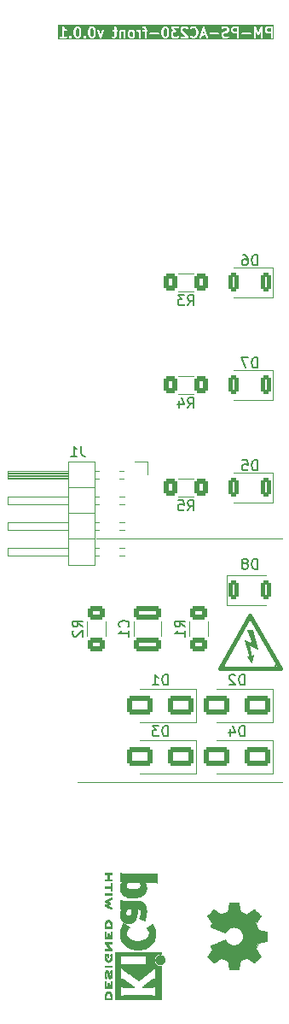
<source format=gbr>
%TF.GenerationSoftware,KiCad,Pcbnew,8.0.3-8.0.3-0~ubuntu22.04.1*%
%TF.CreationDate,2024-08-09T14:07:44+03:00*%
%TF.ProjectId,PM-PS-AC230-front,504d2d50-532d-4414-9332-33302d66726f,rev?*%
%TF.SameCoordinates,Original*%
%TF.FileFunction,Legend,Bot*%
%TF.FilePolarity,Positive*%
%FSLAX46Y46*%
G04 Gerber Fmt 4.6, Leading zero omitted, Abs format (unit mm)*
G04 Created by KiCad (PCBNEW 8.0.3-8.0.3-0~ubuntu22.04.1) date 2024-08-09 14:07:44*
%MOMM*%
%LPD*%
G01*
G04 APERTURE LIST*
G04 Aperture macros list*
%AMRoundRect*
0 Rectangle with rounded corners*
0 $1 Rounding radius*
0 $2 $3 $4 $5 $6 $7 $8 $9 X,Y pos of 4 corners*
0 Add a 4 corners polygon primitive as box body*
4,1,4,$2,$3,$4,$5,$6,$7,$8,$9,$2,$3,0*
0 Add four circle primitives for the rounded corners*
1,1,$1+$1,$2,$3*
1,1,$1+$1,$4,$5*
1,1,$1+$1,$6,$7*
1,1,$1+$1,$8,$9*
0 Add four rect primitives between the rounded corners*
20,1,$1+$1,$2,$3,$4,$5,0*
20,1,$1+$1,$4,$5,$6,$7,0*
20,1,$1+$1,$6,$7,$8,$9,0*
20,1,$1+$1,$8,$9,$2,$3,0*%
G04 Aperture macros list end*
%ADD10C,0.100000*%
%ADD11C,0.200000*%
%ADD12C,0.150000*%
%ADD13C,0.120000*%
%ADD14C,0.010000*%
%ADD15C,0.400000*%
%ADD16C,0.101600*%
%ADD17R,1.700000X1.700000*%
%ADD18O,1.700000X1.700000*%
%ADD19RoundRect,0.250000X-0.400000X-0.625000X0.400000X-0.625000X0.400000X0.625000X-0.400000X0.625000X0*%
%ADD20RoundRect,0.250000X-0.625000X0.400000X-0.625000X-0.400000X0.625000X-0.400000X0.625000X0.400000X0*%
%ADD21RoundRect,0.250000X1.000000X0.650000X-1.000000X0.650000X-1.000000X-0.650000X1.000000X-0.650000X0*%
%ADD22RoundRect,0.190000X0.285000X0.710000X-0.285000X0.710000X-0.285000X-0.710000X0.285000X-0.710000X0*%
%ADD23RoundRect,0.190000X-0.285000X-0.710000X0.285000X-0.710000X0.285000X0.710000X-0.285000X0.710000X0*%
%ADD24RoundRect,0.250000X-1.100000X0.412500X-1.100000X-0.412500X1.100000X-0.412500X1.100000X0.412500X0*%
G04 APERTURE END LIST*
D10*
X80645000Y-127000000D02*
X60325000Y-127000000D01*
X80645000Y-102870000D02*
X62230000Y-102870000D01*
D11*
G36*
X60436064Y-52334453D02*
G01*
X60461841Y-52359115D01*
X60496917Y-52426670D01*
X60540369Y-52594131D01*
X60541961Y-52807622D01*
X60501562Y-52975555D01*
X60465471Y-53050576D01*
X60440809Y-53076354D01*
X60380669Y-53107579D01*
X60332205Y-53108391D01*
X60273155Y-53079983D01*
X60247381Y-53055324D01*
X60212304Y-52987764D01*
X60168852Y-52820305D01*
X60167260Y-52606815D01*
X60207659Y-52438881D01*
X60243750Y-52363860D01*
X60268412Y-52338083D01*
X60328551Y-52306858D01*
X60377016Y-52306046D01*
X60436064Y-52334453D01*
G37*
G36*
X61864635Y-52334453D02*
G01*
X61890412Y-52359115D01*
X61925488Y-52426670D01*
X61968940Y-52594131D01*
X61970532Y-52807622D01*
X61930133Y-52975555D01*
X61894042Y-53050576D01*
X61869380Y-53076354D01*
X61809240Y-53107579D01*
X61760776Y-53108391D01*
X61701726Y-53079983D01*
X61675952Y-53055324D01*
X61640875Y-52987764D01*
X61597423Y-52820305D01*
X61595831Y-52606815D01*
X61636230Y-52438881D01*
X61672321Y-52363860D01*
X61696983Y-52338083D01*
X61757122Y-52306858D01*
X61805587Y-52306046D01*
X61864635Y-52334453D01*
G37*
G36*
X65817017Y-52667786D02*
G01*
X65842794Y-52692448D01*
X65873791Y-52752148D01*
X65875292Y-52990569D01*
X65846424Y-53050576D01*
X65821762Y-53076354D01*
X65761830Y-53107471D01*
X65665984Y-53108605D01*
X65606489Y-53079983D01*
X65580715Y-53055324D01*
X65549717Y-52995620D01*
X65548216Y-52757200D01*
X65577084Y-52697193D01*
X65601746Y-52671416D01*
X65661677Y-52640299D01*
X65757524Y-52639165D01*
X65817017Y-52667786D01*
G37*
G36*
X69150351Y-52334453D02*
G01*
X69176128Y-52359115D01*
X69211204Y-52426670D01*
X69254656Y-52594131D01*
X69256248Y-52807622D01*
X69215849Y-52975555D01*
X69179758Y-53050576D01*
X69155096Y-53076354D01*
X69094956Y-53107579D01*
X69046492Y-53108391D01*
X68987442Y-53079983D01*
X68961668Y-53055324D01*
X68926591Y-52987764D01*
X68883139Y-52820305D01*
X68881547Y-52606815D01*
X68921946Y-52438881D01*
X68958037Y-52363860D01*
X68982699Y-52338083D01*
X69042838Y-52306858D01*
X69091303Y-52306046D01*
X69150351Y-52334453D01*
G37*
G36*
X72979111Y-52822036D02*
G01*
X72777805Y-52822816D01*
X72877988Y-52520465D01*
X72979111Y-52822036D01*
G37*
G36*
X76160173Y-52631503D02*
G01*
X75904734Y-52632729D01*
X75844585Y-52603792D01*
X75818812Y-52579134D01*
X75787693Y-52519199D01*
X75786559Y-52423353D01*
X75815180Y-52363860D01*
X75839842Y-52338083D01*
X75899481Y-52307117D01*
X76159559Y-52305870D01*
X76160173Y-52631503D01*
G37*
G36*
X79541125Y-52631503D02*
G01*
X79285686Y-52632729D01*
X79225537Y-52603792D01*
X79199764Y-52579134D01*
X79168645Y-52519199D01*
X79167511Y-52423353D01*
X79196132Y-52363860D01*
X79220794Y-52338083D01*
X79280433Y-52307117D01*
X79540511Y-52305870D01*
X79541125Y-52631503D01*
G37*
G36*
X79851437Y-53418330D02*
G01*
X58431136Y-53418330D01*
X58431136Y-53187710D01*
X58542247Y-53187710D01*
X58542247Y-53226728D01*
X58557179Y-53262776D01*
X58584769Y-53290366D01*
X58620817Y-53305298D01*
X58640326Y-53307219D01*
X59231263Y-53305298D01*
X59267311Y-53290366D01*
X59294901Y-53262776D01*
X59309833Y-53226728D01*
X59309833Y-53187710D01*
X59294901Y-53151662D01*
X59283330Y-53140091D01*
X59494627Y-53140091D01*
X59494627Y-53179109D01*
X59500217Y-53192604D01*
X59509559Y-53215158D01*
X59509563Y-53215162D01*
X59521995Y-53230311D01*
X59584767Y-53290366D01*
X59591180Y-53293022D01*
X59620816Y-53305298D01*
X59659834Y-53305298D01*
X59695882Y-53290366D01*
X59711036Y-53277930D01*
X59771091Y-53215158D01*
X59777843Y-53198856D01*
X59786022Y-53179110D01*
X59786023Y-53140092D01*
X59771092Y-53104043D01*
X59758655Y-53088890D01*
X59695883Y-53028833D01*
X59676294Y-53020719D01*
X59669616Y-53017953D01*
X59659834Y-53013901D01*
X59620816Y-53013901D01*
X59611034Y-53017953D01*
X59584768Y-53028832D01*
X59584767Y-53028833D01*
X59569613Y-53041270D01*
X59509558Y-53104043D01*
X59500599Y-53125673D01*
X59494627Y-53140091D01*
X59283330Y-53140091D01*
X59267311Y-53124072D01*
X59231263Y-53109140D01*
X59211754Y-53107219D01*
X59025852Y-53107823D01*
X59024694Y-52493089D01*
X59046951Y-52514798D01*
X59055204Y-52524314D01*
X59059442Y-52526981D01*
X59060959Y-52528461D01*
X59063396Y-52529470D01*
X59071795Y-52534757D01*
X59185341Y-52589382D01*
X59224261Y-52592148D01*
X59236192Y-52588171D01*
X59968897Y-52588171D01*
X59970627Y-52820288D01*
X59969015Y-52831127D01*
X59970798Y-52843188D01*
X59970818Y-52845775D01*
X59971382Y-52847138D01*
X59971883Y-52850520D01*
X60019387Y-53033599D01*
X60020067Y-53043155D01*
X60025658Y-53057767D01*
X60026097Y-53059456D01*
X60026527Y-53060036D01*
X60027073Y-53061463D01*
X60076410Y-53156487D01*
X60080987Y-53167537D01*
X60084145Y-53171385D01*
X60085135Y-53173291D01*
X60087129Y-53175020D01*
X60093424Y-53182690D01*
X60143524Y-53230623D01*
X60150442Y-53238600D01*
X60154591Y-53241211D01*
X60156196Y-53242747D01*
X60158636Y-53243757D01*
X60167033Y-53249043D01*
X60250050Y-53288981D01*
X60251435Y-53290366D01*
X60262184Y-53294818D01*
X60280579Y-53303668D01*
X60284162Y-53303922D01*
X60287483Y-53305298D01*
X60306992Y-53307219D01*
X60388009Y-53305862D01*
X60389723Y-53306434D01*
X60400767Y-53305649D01*
X60421739Y-53305298D01*
X60425059Y-53303922D01*
X60428643Y-53303668D01*
X60446951Y-53296662D01*
X60541979Y-53247322D01*
X60553026Y-53242747D01*
X60556872Y-53239589D01*
X60558779Y-53238600D01*
X60560509Y-53236605D01*
X60568179Y-53230310D01*
X60616112Y-53180207D01*
X60624087Y-53173292D01*
X60626698Y-53169142D01*
X60628235Y-53167537D01*
X60629246Y-53165095D01*
X60634530Y-53156701D01*
X60642521Y-53140091D01*
X60923198Y-53140091D01*
X60923198Y-53179109D01*
X60928788Y-53192604D01*
X60938130Y-53215158D01*
X60938134Y-53215162D01*
X60950566Y-53230311D01*
X61013338Y-53290366D01*
X61019751Y-53293022D01*
X61049387Y-53305298D01*
X61088405Y-53305298D01*
X61124453Y-53290366D01*
X61139607Y-53277930D01*
X61199662Y-53215158D01*
X61206414Y-53198856D01*
X61214593Y-53179110D01*
X61214594Y-53140092D01*
X61199663Y-53104043D01*
X61187226Y-53088890D01*
X61124454Y-53028833D01*
X61104865Y-53020719D01*
X61098187Y-53017953D01*
X61088405Y-53013901D01*
X61049387Y-53013901D01*
X61039605Y-53017953D01*
X61013339Y-53028832D01*
X61013338Y-53028833D01*
X60998184Y-53041270D01*
X60938129Y-53104043D01*
X60929170Y-53125673D01*
X60923198Y-53140091D01*
X60642521Y-53140091D01*
X60677958Y-53066429D01*
X60683125Y-53059456D01*
X60688353Y-53044821D01*
X60689155Y-53043155D01*
X60689206Y-53042434D01*
X60689720Y-53040996D01*
X60734299Y-52855683D01*
X60738404Y-52845775D01*
X60739596Y-52833665D01*
X60740207Y-52831127D01*
X60739989Y-52829668D01*
X60740325Y-52826266D01*
X60738594Y-52594148D01*
X60739484Y-52588171D01*
X61397468Y-52588171D01*
X61399198Y-52820288D01*
X61397586Y-52831127D01*
X61399369Y-52843188D01*
X61399389Y-52845775D01*
X61399953Y-52847138D01*
X61400454Y-52850520D01*
X61447958Y-53033599D01*
X61448638Y-53043155D01*
X61454229Y-53057767D01*
X61454668Y-53059456D01*
X61455098Y-53060036D01*
X61455644Y-53061463D01*
X61504981Y-53156487D01*
X61509558Y-53167537D01*
X61512716Y-53171385D01*
X61513706Y-53173291D01*
X61515700Y-53175020D01*
X61521995Y-53182690D01*
X61572095Y-53230623D01*
X61579013Y-53238600D01*
X61583162Y-53241211D01*
X61584767Y-53242747D01*
X61587207Y-53243757D01*
X61595604Y-53249043D01*
X61678621Y-53288981D01*
X61680006Y-53290366D01*
X61690755Y-53294818D01*
X61709150Y-53303668D01*
X61712733Y-53303922D01*
X61716054Y-53305298D01*
X61735563Y-53307219D01*
X61816580Y-53305862D01*
X61818294Y-53306434D01*
X61829338Y-53305649D01*
X61850310Y-53305298D01*
X61853630Y-53303922D01*
X61857214Y-53303668D01*
X61875522Y-53296662D01*
X61970550Y-53247322D01*
X61981597Y-53242747D01*
X61985443Y-53239589D01*
X61987350Y-53238600D01*
X61989080Y-53236605D01*
X61996750Y-53230310D01*
X62044683Y-53180207D01*
X62052658Y-53173292D01*
X62055269Y-53169142D01*
X62056806Y-53167537D01*
X62057817Y-53165095D01*
X62063101Y-53156701D01*
X62106529Y-53066429D01*
X62111696Y-53059456D01*
X62116924Y-53044821D01*
X62117726Y-53043155D01*
X62117777Y-53042434D01*
X62118291Y-53040996D01*
X62162870Y-52855683D01*
X62166975Y-52845775D01*
X62168167Y-52833665D01*
X62168778Y-52831127D01*
X62168560Y-52829668D01*
X62168896Y-52826266D01*
X62167165Y-52594148D01*
X62168778Y-52583310D01*
X62166994Y-52571248D01*
X62166975Y-52568662D01*
X62166410Y-52567298D01*
X62165910Y-52563917D01*
X62163640Y-52555167D01*
X62303303Y-52555167D01*
X62308056Y-52574186D01*
X62543102Y-53226870D01*
X62543336Y-53231574D01*
X62549425Y-53244429D01*
X62554521Y-53258579D01*
X62557891Y-53262301D01*
X62560039Y-53266836D01*
X62570890Y-53276659D01*
X62580708Y-53287504D01*
X62585240Y-53289651D01*
X62588965Y-53293023D01*
X62602755Y-53297947D01*
X62615970Y-53304208D01*
X62620980Y-53304457D01*
X62625710Y-53306146D01*
X62640331Y-53305418D01*
X62654940Y-53306145D01*
X62659665Y-53304457D01*
X62664680Y-53304208D01*
X62677906Y-53297942D01*
X62691685Y-53293022D01*
X62695405Y-53289653D01*
X62699942Y-53287505D01*
X62709764Y-53276654D01*
X62720611Y-53266836D01*
X62722758Y-53262301D01*
X62726129Y-53258579D01*
X62734499Y-53240853D01*
X62977347Y-52555167D01*
X62975650Y-52521043D01*
X63780342Y-52521043D01*
X63780342Y-52560061D01*
X63795274Y-52596109D01*
X63822864Y-52623699D01*
X63858912Y-52638631D01*
X63878421Y-52640552D01*
X64017464Y-52639885D01*
X64018336Y-53037801D01*
X63995644Y-53084970D01*
X63952098Y-53107579D01*
X63858912Y-53109140D01*
X63822864Y-53124072D01*
X63795274Y-53151662D01*
X63780342Y-53187710D01*
X63780342Y-53226728D01*
X63795274Y-53262776D01*
X63822864Y-53290366D01*
X63858912Y-53305298D01*
X63878421Y-53307219D01*
X63959438Y-53305862D01*
X63961152Y-53306434D01*
X63972196Y-53305649D01*
X63993168Y-53305298D01*
X63996488Y-53303922D01*
X64000072Y-53303668D01*
X64018380Y-53296662D01*
X64108974Y-53249624D01*
X64118420Y-53246476D01*
X64123463Y-53242101D01*
X64130208Y-53238600D01*
X64138423Y-53229126D01*
X64147897Y-53220911D01*
X64154110Y-53211039D01*
X64155773Y-53209123D01*
X64156285Y-53207584D01*
X64158340Y-53204321D01*
X64198278Y-53121302D01*
X64199663Y-53119918D01*
X64204115Y-53109169D01*
X64212965Y-53090774D01*
X64213219Y-53087190D01*
X64214595Y-53083870D01*
X64216516Y-53064361D01*
X64215681Y-52683409D01*
X64492707Y-52683409D01*
X64494628Y-53226728D01*
X64509560Y-53262776D01*
X64537150Y-53290366D01*
X64573198Y-53305298D01*
X64612216Y-53305298D01*
X64648264Y-53290366D01*
X64675854Y-53262776D01*
X64690786Y-53226728D01*
X64692707Y-53207219D01*
X64690948Y-52709841D01*
X64713579Y-52662799D01*
X64756915Y-52640299D01*
X64852762Y-52639165D01*
X64912255Y-52667786D01*
X64921659Y-52676783D01*
X64923199Y-53226728D01*
X64938131Y-53262776D01*
X64965721Y-53290366D01*
X65001769Y-53305298D01*
X65040787Y-53305298D01*
X65076835Y-53290366D01*
X65104425Y-53262776D01*
X65119357Y-53226728D01*
X65121278Y-53207219D01*
X65119945Y-52731028D01*
X65349850Y-52731028D01*
X65351552Y-53001483D01*
X65350635Y-53004235D01*
X65351660Y-53018661D01*
X65351771Y-53036251D01*
X65353146Y-53039571D01*
X65353401Y-53043155D01*
X65360407Y-53061463D01*
X65409744Y-53156487D01*
X65414321Y-53167537D01*
X65417479Y-53171385D01*
X65418469Y-53173291D01*
X65420463Y-53175020D01*
X65426758Y-53182690D01*
X65476858Y-53230623D01*
X65483776Y-53238600D01*
X65487925Y-53241211D01*
X65489530Y-53242747D01*
X65491970Y-53243757D01*
X65500367Y-53249043D01*
X65583384Y-53288981D01*
X65584769Y-53290366D01*
X65595518Y-53294818D01*
X65613913Y-53303668D01*
X65617496Y-53303922D01*
X65620817Y-53305298D01*
X65640326Y-53307219D01*
X65768482Y-53305702D01*
X65770676Y-53306434D01*
X65783458Y-53305525D01*
X65802692Y-53305298D01*
X65806012Y-53303922D01*
X65809596Y-53303668D01*
X65827904Y-53296662D01*
X65922932Y-53247322D01*
X65933979Y-53242747D01*
X65937825Y-53239589D01*
X65939732Y-53238600D01*
X65941462Y-53236605D01*
X65949132Y-53230310D01*
X65997065Y-53180207D01*
X66005040Y-53173292D01*
X66007651Y-53169142D01*
X66009188Y-53167537D01*
X66010199Y-53165095D01*
X66015483Y-53156701D01*
X66055421Y-53073683D01*
X66056806Y-53072299D01*
X66061258Y-53061549D01*
X66070108Y-53043155D01*
X66070362Y-53039571D01*
X66071738Y-53036251D01*
X66073659Y-53016742D01*
X66071956Y-52746286D01*
X66072874Y-52743535D01*
X66071848Y-52729108D01*
X66071738Y-52711519D01*
X66070362Y-52708198D01*
X66070108Y-52704615D01*
X66063102Y-52686306D01*
X66013759Y-52591272D01*
X66009187Y-52580232D01*
X66006031Y-52576386D01*
X66005040Y-52574478D01*
X66003042Y-52572745D01*
X65996750Y-52565079D01*
X65950721Y-52521043D01*
X66161295Y-52521043D01*
X66161295Y-52560061D01*
X66176227Y-52596109D01*
X66203817Y-52623699D01*
X66239865Y-52638631D01*
X66259374Y-52640552D01*
X66329398Y-52639379D01*
X66388446Y-52667786D01*
X66414223Y-52692448D01*
X66445682Y-52753038D01*
X66447009Y-53226728D01*
X66461941Y-53262776D01*
X66489531Y-53290366D01*
X66525579Y-53305298D01*
X66564597Y-53305298D01*
X66600645Y-53290366D01*
X66628235Y-53262776D01*
X66643167Y-53226728D01*
X66645088Y-53207219D01*
X66643794Y-52745061D01*
X66644303Y-52743535D01*
X66643768Y-52736018D01*
X66643167Y-52521043D01*
X66628235Y-52484995D01*
X66600645Y-52457405D01*
X66564597Y-52442473D01*
X66525579Y-52442473D01*
X66489531Y-52457405D01*
X66463267Y-52483668D01*
X66411553Y-52458789D01*
X66410169Y-52457405D01*
X66399419Y-52452952D01*
X66381025Y-52444103D01*
X66377441Y-52443848D01*
X66374121Y-52442473D01*
X66354612Y-52440552D01*
X66239865Y-52442473D01*
X66203817Y-52457405D01*
X66176227Y-52484995D01*
X66161295Y-52521043D01*
X65950721Y-52521043D01*
X65946649Y-52517147D01*
X65939732Y-52509171D01*
X65935582Y-52506558D01*
X65933978Y-52505024D01*
X65931538Y-52504013D01*
X65923142Y-52498728D01*
X65840124Y-52458789D01*
X65838740Y-52457405D01*
X65827990Y-52452952D01*
X65809596Y-52444103D01*
X65806012Y-52443848D01*
X65802692Y-52442473D01*
X65783183Y-52440552D01*
X65655026Y-52442068D01*
X65652833Y-52441337D01*
X65640050Y-52442245D01*
X65620817Y-52442473D01*
X65617496Y-52443848D01*
X65613913Y-52444103D01*
X65595604Y-52451109D01*
X65500570Y-52500451D01*
X65489530Y-52505024D01*
X65485684Y-52508179D01*
X65483776Y-52509171D01*
X65482043Y-52511168D01*
X65474377Y-52517461D01*
X65426445Y-52567561D01*
X65418469Y-52574479D01*
X65415856Y-52578628D01*
X65414322Y-52580233D01*
X65413311Y-52582672D01*
X65408026Y-52591069D01*
X65368087Y-52674086D01*
X65366703Y-52675471D01*
X65362250Y-52686220D01*
X65353401Y-52704615D01*
X65353146Y-52708198D01*
X65351771Y-52711519D01*
X65349850Y-52731028D01*
X65119945Y-52731028D01*
X65119357Y-52521043D01*
X65104425Y-52484995D01*
X65076835Y-52457405D01*
X65040787Y-52442473D01*
X65001769Y-52442473D01*
X64965721Y-52457405D01*
X64954925Y-52468200D01*
X64935362Y-52458789D01*
X64933978Y-52457405D01*
X64923228Y-52452952D01*
X64904834Y-52444103D01*
X64901250Y-52443848D01*
X64897930Y-52442473D01*
X64878421Y-52440552D01*
X64750264Y-52442068D01*
X64748071Y-52441337D01*
X64735288Y-52442245D01*
X64716055Y-52442473D01*
X64712734Y-52443848D01*
X64709151Y-52444103D01*
X64690842Y-52451109D01*
X64600244Y-52498148D01*
X64590803Y-52501295D01*
X64585760Y-52505667D01*
X64579014Y-52509171D01*
X64570796Y-52518646D01*
X64561326Y-52526860D01*
X64555112Y-52536731D01*
X64553450Y-52538648D01*
X64552936Y-52540186D01*
X64550883Y-52543450D01*
X64510944Y-52626467D01*
X64509560Y-52627852D01*
X64505107Y-52638601D01*
X64496258Y-52656996D01*
X64496003Y-52660579D01*
X64494628Y-52663900D01*
X64492707Y-52683409D01*
X64215681Y-52683409D01*
X64215583Y-52638934D01*
X64278882Y-52638631D01*
X64314930Y-52623699D01*
X64342520Y-52596109D01*
X64357452Y-52560061D01*
X64357452Y-52521043D01*
X64342520Y-52484995D01*
X64314930Y-52457405D01*
X64278882Y-52442473D01*
X64259373Y-52440552D01*
X64215149Y-52440764D01*
X64214595Y-52187710D01*
X66780343Y-52187710D01*
X66780343Y-52226728D01*
X66795275Y-52262776D01*
X66822865Y-52290366D01*
X66858913Y-52305298D01*
X66878422Y-52307219D01*
X66948446Y-52306046D01*
X66994269Y-52328091D01*
X67016562Y-52371029D01*
X67016717Y-52441716D01*
X66858913Y-52442473D01*
X66822865Y-52457405D01*
X66795275Y-52484995D01*
X66780343Y-52521043D01*
X66780343Y-52560061D01*
X66795275Y-52596109D01*
X66822865Y-52623699D01*
X66858913Y-52638631D01*
X66878422Y-52640552D01*
X67017152Y-52639886D01*
X67018438Y-53226728D01*
X67033370Y-53262776D01*
X67060960Y-53290366D01*
X67097008Y-53305298D01*
X67136026Y-53305298D01*
X67172074Y-53290366D01*
X67199664Y-53262776D01*
X67214596Y-53226728D01*
X67216517Y-53207219D01*
X67215639Y-52806757D01*
X67494629Y-52806757D01*
X67494629Y-52845775D01*
X67509561Y-52881823D01*
X67537151Y-52909413D01*
X67573199Y-52924345D01*
X67592708Y-52926266D01*
X68374121Y-52924345D01*
X68410169Y-52909413D01*
X68437759Y-52881823D01*
X68452691Y-52845775D01*
X68452691Y-52806757D01*
X68437759Y-52770709D01*
X68410169Y-52743119D01*
X68374121Y-52728187D01*
X68354612Y-52726266D01*
X67573199Y-52728187D01*
X67537151Y-52743119D01*
X67509561Y-52770709D01*
X67494629Y-52806757D01*
X67215639Y-52806757D01*
X67215271Y-52638936D01*
X67278883Y-52638631D01*
X67314931Y-52623699D01*
X67342521Y-52596109D01*
X67345809Y-52588171D01*
X68683184Y-52588171D01*
X68684914Y-52820288D01*
X68683302Y-52831127D01*
X68685085Y-52843188D01*
X68685105Y-52845775D01*
X68685669Y-52847138D01*
X68686170Y-52850520D01*
X68733674Y-53033599D01*
X68734354Y-53043155D01*
X68739945Y-53057767D01*
X68740384Y-53059456D01*
X68740814Y-53060036D01*
X68741360Y-53061463D01*
X68790697Y-53156487D01*
X68795274Y-53167537D01*
X68798432Y-53171385D01*
X68799422Y-53173291D01*
X68801416Y-53175020D01*
X68807711Y-53182690D01*
X68857811Y-53230623D01*
X68864729Y-53238600D01*
X68868878Y-53241211D01*
X68870483Y-53242747D01*
X68872923Y-53243757D01*
X68881320Y-53249043D01*
X68964337Y-53288981D01*
X68965722Y-53290366D01*
X68976471Y-53294818D01*
X68994866Y-53303668D01*
X68998449Y-53303922D01*
X69001770Y-53305298D01*
X69021279Y-53307219D01*
X69102296Y-53305862D01*
X69104010Y-53306434D01*
X69115054Y-53305649D01*
X69136026Y-53305298D01*
X69139346Y-53303922D01*
X69142930Y-53303668D01*
X69161238Y-53296662D01*
X69256266Y-53247322D01*
X69267313Y-53242747D01*
X69271159Y-53239589D01*
X69273066Y-53238600D01*
X69274796Y-53236605D01*
X69282466Y-53230310D01*
X69330399Y-53180207D01*
X69338374Y-53173292D01*
X69340985Y-53169142D01*
X69342522Y-53167537D01*
X69343533Y-53165095D01*
X69348817Y-53156701D01*
X69392245Y-53066429D01*
X69397412Y-53059456D01*
X69402640Y-53044821D01*
X69403442Y-53043155D01*
X69403493Y-53042434D01*
X69404007Y-53040996D01*
X69448586Y-52855683D01*
X69452691Y-52845775D01*
X69453883Y-52833665D01*
X69454494Y-52831127D01*
X69454276Y-52829668D01*
X69454612Y-52826266D01*
X69454257Y-52778647D01*
X69635565Y-52778647D01*
X69637227Y-53001602D01*
X69636350Y-53004235D01*
X69637352Y-53018340D01*
X69637486Y-53036251D01*
X69638861Y-53039571D01*
X69639116Y-53043155D01*
X69646122Y-53061463D01*
X69695459Y-53156487D01*
X69700036Y-53167537D01*
X69703194Y-53171385D01*
X69704184Y-53173291D01*
X69706178Y-53175020D01*
X69712473Y-53182690D01*
X69762573Y-53230623D01*
X69769491Y-53238600D01*
X69773640Y-53241211D01*
X69775245Y-53242747D01*
X69777685Y-53243757D01*
X69786082Y-53249043D01*
X69869099Y-53288981D01*
X69870484Y-53290366D01*
X69881233Y-53294818D01*
X69899628Y-53303668D01*
X69903211Y-53303922D01*
X69906532Y-53305298D01*
X69926041Y-53307219D01*
X70196496Y-53305516D01*
X70199248Y-53306434D01*
X70213674Y-53305408D01*
X70231264Y-53305298D01*
X70234584Y-53303922D01*
X70238168Y-53303668D01*
X70256476Y-53296662D01*
X70351504Y-53247322D01*
X70362551Y-53242747D01*
X70366397Y-53239589D01*
X70368304Y-53238600D01*
X70370034Y-53236605D01*
X70377704Y-53230310D01*
X70437760Y-53167537D01*
X70452691Y-53131488D01*
X70452690Y-53092470D01*
X70437759Y-53056422D01*
X70410168Y-53028832D01*
X70374120Y-53013901D01*
X70335102Y-53013902D01*
X70299054Y-53028833D01*
X70283900Y-53041270D01*
X70250334Y-53076354D01*
X70190633Y-53107351D01*
X69952213Y-53108852D01*
X69892204Y-53079983D01*
X69866430Y-53055324D01*
X69835407Y-52995572D01*
X69833983Y-52804710D01*
X69862799Y-52744812D01*
X69887461Y-52719035D01*
X69947392Y-52687918D01*
X70069069Y-52686478D01*
X70081840Y-52687330D01*
X70084911Y-52686291D01*
X70088407Y-52686250D01*
X70103410Y-52680035D01*
X70118802Y-52674830D01*
X70121341Y-52672607D01*
X70124455Y-52671318D01*
X70135932Y-52659840D01*
X70148166Y-52649136D01*
X70149661Y-52646111D01*
X70152045Y-52643728D01*
X70158259Y-52628726D01*
X70165462Y-52614161D01*
X70165686Y-52610795D01*
X70166977Y-52607680D01*
X70166977Y-52591431D01*
X70168057Y-52575229D01*
X70166977Y-52572035D01*
X70166977Y-52568662D01*
X70160761Y-52553656D01*
X70155557Y-52538268D01*
X70152775Y-52534377D01*
X70152045Y-52532614D01*
X70150185Y-52530754D01*
X70144156Y-52522321D01*
X70034302Y-52397695D01*
X70587946Y-52397695D01*
X70589555Y-52493837D01*
X70588731Y-52505440D01*
X70589830Y-52510276D01*
X70589867Y-52512442D01*
X70590878Y-52514884D01*
X70593078Y-52524556D01*
X70637486Y-52652930D01*
X70637486Y-52655299D01*
X70642455Y-52667295D01*
X70648688Y-52685313D01*
X70651043Y-52688028D01*
X70652418Y-52691347D01*
X70664854Y-52706501D01*
X71068158Y-53107937D01*
X70668437Y-53109140D01*
X70632389Y-53124072D01*
X70604799Y-53151662D01*
X70589867Y-53187710D01*
X70589867Y-53226728D01*
X70604799Y-53262776D01*
X70632389Y-53290366D01*
X70668437Y-53305298D01*
X70687946Y-53307219D01*
X71326502Y-53305298D01*
X71362550Y-53290366D01*
X71390140Y-53262776D01*
X71405072Y-53226728D01*
X71405072Y-53187710D01*
X71390140Y-53151662D01*
X71390139Y-53151661D01*
X71377704Y-53136508D01*
X70823893Y-52585262D01*
X70787742Y-52480756D01*
X70786773Y-52422908D01*
X70815180Y-52363860D01*
X70839842Y-52338083D01*
X70899590Y-52307061D01*
X71090453Y-52305637D01*
X71150351Y-52334453D01*
X71203816Y-52385604D01*
X71239865Y-52400535D01*
X71278883Y-52400535D01*
X71314931Y-52385604D01*
X71342521Y-52358014D01*
X71357452Y-52321966D01*
X71357452Y-52282948D01*
X71542248Y-52282948D01*
X71542248Y-52321966D01*
X71557180Y-52358014D01*
X71584770Y-52385604D01*
X71620818Y-52400536D01*
X71659836Y-52400536D01*
X71695884Y-52385604D01*
X71711038Y-52373168D01*
X71740367Y-52342511D01*
X71842979Y-52307015D01*
X71906465Y-52305952D01*
X72013205Y-52340198D01*
X72080346Y-52405685D01*
X72115966Y-52474289D01*
X72159445Y-52641856D01*
X72160851Y-52760664D01*
X72120611Y-52927936D01*
X72084689Y-53002606D01*
X72017380Y-53071614D01*
X71913864Y-53107422D01*
X71850377Y-53108485D01*
X71743197Y-53074098D01*
X71695885Y-53028833D01*
X71659837Y-53013902D01*
X71620819Y-53013901D01*
X71584770Y-53028832D01*
X71557180Y-53056422D01*
X71542249Y-53092470D01*
X71542248Y-53131488D01*
X71557179Y-53167537D01*
X71569616Y-53182690D01*
X71608379Y-53219776D01*
X71608947Y-53220912D01*
X71615568Y-53226654D01*
X71632388Y-53242747D01*
X71635707Y-53244122D01*
X71638423Y-53246477D01*
X71656323Y-53254468D01*
X71799407Y-53300374D01*
X71811294Y-53305298D01*
X71816286Y-53305789D01*
X71818295Y-53306434D01*
X71820929Y-53306246D01*
X71830803Y-53307219D01*
X71926945Y-53305609D01*
X71938548Y-53306434D01*
X71943384Y-53305334D01*
X71945550Y-53305298D01*
X71947992Y-53304286D01*
X71957664Y-53302087D01*
X72086041Y-53257678D01*
X72088408Y-53257678D01*
X72100400Y-53252710D01*
X72118421Y-53246477D01*
X72121136Y-53244122D01*
X72124456Y-53242747D01*
X72139609Y-53230310D01*
X72174331Y-53194712D01*
X72445874Y-53194712D01*
X72448640Y-53233632D01*
X72466090Y-53268531D01*
X72495566Y-53294096D01*
X72532582Y-53306434D01*
X72571502Y-53303668D01*
X72606401Y-53286218D01*
X72631966Y-53256742D01*
X72639957Y-53238842D01*
X72712063Y-53021225D01*
X73045471Y-53019933D01*
X73124878Y-53256742D01*
X73150443Y-53286218D01*
X73185342Y-53303667D01*
X73224262Y-53306434D01*
X73261278Y-53294095D01*
X73290754Y-53268530D01*
X73308204Y-53233631D01*
X73310970Y-53194711D01*
X73306623Y-53175596D01*
X73182943Y-52806757D01*
X73447010Y-52806757D01*
X73447010Y-52845775D01*
X73461942Y-52881823D01*
X73489532Y-52909413D01*
X73525580Y-52924345D01*
X73545089Y-52926266D01*
X74326502Y-52924345D01*
X74333361Y-52921504D01*
X74635565Y-52921504D01*
X74636921Y-53002521D01*
X74636350Y-53004235D01*
X74637134Y-53015279D01*
X74637486Y-53036251D01*
X74638861Y-53039571D01*
X74639116Y-53043155D01*
X74646122Y-53061463D01*
X74695459Y-53156487D01*
X74700036Y-53167537D01*
X74703194Y-53171385D01*
X74704184Y-53173291D01*
X74706178Y-53175020D01*
X74712473Y-53182690D01*
X74762573Y-53230623D01*
X74769491Y-53238600D01*
X74773640Y-53241211D01*
X74775245Y-53242747D01*
X74777685Y-53243757D01*
X74786082Y-53249043D01*
X74869099Y-53288981D01*
X74870484Y-53290366D01*
X74881233Y-53294818D01*
X74899628Y-53303668D01*
X74903211Y-53303922D01*
X74906532Y-53305298D01*
X74926041Y-53307219D01*
X75162841Y-53305453D01*
X75176643Y-53306434D01*
X75181570Y-53305313D01*
X75183645Y-53305298D01*
X75186087Y-53304286D01*
X75195759Y-53302087D01*
X75356516Y-53246477D01*
X75385992Y-53220912D01*
X75403441Y-53186013D01*
X75406208Y-53147093D01*
X75393869Y-53110077D01*
X75368304Y-53080601D01*
X75333405Y-53063151D01*
X75294485Y-53060385D01*
X75275370Y-53064732D01*
X75152293Y-53107307D01*
X74952104Y-53108800D01*
X74892204Y-53079983D01*
X74866430Y-53055324D01*
X74835204Y-52995181D01*
X74834392Y-52946717D01*
X74862799Y-52887669D01*
X74887461Y-52861892D01*
X74955016Y-52826816D01*
X75133374Y-52780537D01*
X75142930Y-52779858D01*
X75157542Y-52774266D01*
X75159231Y-52773828D01*
X75159811Y-52773397D01*
X75161238Y-52772852D01*
X75256267Y-52723511D01*
X75267312Y-52718937D01*
X75271158Y-52715780D01*
X75273066Y-52714790D01*
X75274795Y-52712795D01*
X75282466Y-52706501D01*
X75330399Y-52656398D01*
X75338374Y-52649483D01*
X75340985Y-52645333D01*
X75342521Y-52643729D01*
X75343531Y-52641288D01*
X75348817Y-52632892D01*
X75388755Y-52549874D01*
X75390140Y-52548490D01*
X75394592Y-52537740D01*
X75403442Y-52519346D01*
X75403696Y-52515762D01*
X75405072Y-52512442D01*
X75406993Y-52492933D01*
X75405636Y-52411915D01*
X75406208Y-52410202D01*
X75405423Y-52399157D01*
X75405399Y-52397695D01*
X75587946Y-52397695D01*
X75589462Y-52525851D01*
X75588731Y-52528045D01*
X75589639Y-52540827D01*
X75589867Y-52560061D01*
X75591242Y-52563381D01*
X75591497Y-52566965D01*
X75598503Y-52585273D01*
X75647843Y-52680302D01*
X75652418Y-52691347D01*
X75655574Y-52695193D01*
X75656565Y-52697101D01*
X75658559Y-52698830D01*
X75664854Y-52706501D01*
X75714956Y-52754434D01*
X75721872Y-52762409D01*
X75726021Y-52765020D01*
X75727626Y-52766556D01*
X75730066Y-52767566D01*
X75738463Y-52772852D01*
X75821480Y-52812790D01*
X75822865Y-52814175D01*
X75833614Y-52818627D01*
X75852009Y-52827477D01*
X75855592Y-52827731D01*
X75858913Y-52829107D01*
X75878422Y-52831028D01*
X76160546Y-52829674D01*
X76161295Y-53226728D01*
X76176227Y-53262776D01*
X76203817Y-53290366D01*
X76239865Y-53305298D01*
X76278883Y-53305298D01*
X76314931Y-53290366D01*
X76342521Y-53262776D01*
X76357453Y-53226728D01*
X76359374Y-53207219D01*
X76358619Y-52806757D01*
X76637486Y-52806757D01*
X76637486Y-52845775D01*
X76652418Y-52881823D01*
X76680008Y-52909413D01*
X76716056Y-52924345D01*
X76735565Y-52926266D01*
X77516978Y-52924345D01*
X77553026Y-52909413D01*
X77580616Y-52881823D01*
X77595548Y-52845775D01*
X77595548Y-52806757D01*
X77580616Y-52770709D01*
X77553026Y-52743119D01*
X77516978Y-52728187D01*
X77497469Y-52726266D01*
X76716056Y-52728187D01*
X76680008Y-52743119D01*
X76652418Y-52770709D01*
X76637486Y-52806757D01*
X76358619Y-52806757D01*
X76357490Y-52207219D01*
X77873660Y-52207219D01*
X77875581Y-53226728D01*
X77890513Y-53262776D01*
X77918103Y-53290366D01*
X77954151Y-53305298D01*
X77993169Y-53305298D01*
X78029217Y-53290366D01*
X78056807Y-53262776D01*
X78071739Y-53226728D01*
X78073660Y-53207219D01*
X78072616Y-52653229D01*
X78216508Y-52959667D01*
X78221487Y-52973356D01*
X78224462Y-52976605D01*
X78226366Y-52980659D01*
X78237576Y-52990925D01*
X78247838Y-53002131D01*
X78251863Y-53004009D01*
X78255141Y-53007011D01*
X78269423Y-53012204D01*
X78283196Y-53018632D01*
X78287635Y-53018827D01*
X78291810Y-53020345D01*
X78306993Y-53019677D01*
X78322176Y-53020345D01*
X78326349Y-53018827D01*
X78330791Y-53018632D01*
X78344575Y-53012199D01*
X78358845Y-53007010D01*
X78362118Y-53004012D01*
X78366148Y-53002132D01*
X78376417Y-52990917D01*
X78387620Y-52980659D01*
X78390931Y-52975068D01*
X78392500Y-52973356D01*
X78393380Y-52970934D01*
X78397611Y-52963793D01*
X78541168Y-52654251D01*
X78542247Y-53226728D01*
X78557179Y-53262776D01*
X78584769Y-53290366D01*
X78620817Y-53305298D01*
X78659835Y-53305298D01*
X78695883Y-53290366D01*
X78723473Y-53262776D01*
X78738405Y-53226728D01*
X78740326Y-53207219D01*
X78738801Y-52397695D01*
X78968898Y-52397695D01*
X78970414Y-52525851D01*
X78969683Y-52528045D01*
X78970591Y-52540827D01*
X78970819Y-52560061D01*
X78972194Y-52563381D01*
X78972449Y-52566965D01*
X78979455Y-52585273D01*
X79028795Y-52680302D01*
X79033370Y-52691347D01*
X79036526Y-52695193D01*
X79037517Y-52697101D01*
X79039511Y-52698830D01*
X79045806Y-52706501D01*
X79095908Y-52754434D01*
X79102824Y-52762409D01*
X79106973Y-52765020D01*
X79108578Y-52766556D01*
X79111018Y-52767566D01*
X79119415Y-52772852D01*
X79202432Y-52812790D01*
X79203817Y-52814175D01*
X79214566Y-52818627D01*
X79232961Y-52827477D01*
X79236544Y-52827731D01*
X79239865Y-52829107D01*
X79259374Y-52831028D01*
X79541498Y-52829674D01*
X79542247Y-53226728D01*
X79557179Y-53262776D01*
X79584769Y-53290366D01*
X79620817Y-53305298D01*
X79659835Y-53305298D01*
X79695883Y-53290366D01*
X79723473Y-53262776D01*
X79738405Y-53226728D01*
X79740326Y-53207219D01*
X79738405Y-52187710D01*
X79723473Y-52151662D01*
X79695883Y-52124072D01*
X79659835Y-52109140D01*
X79640326Y-52107219D01*
X79274786Y-52108972D01*
X79271881Y-52108004D01*
X79257056Y-52109057D01*
X79239865Y-52109140D01*
X79236544Y-52110515D01*
X79232961Y-52110770D01*
X79214652Y-52117776D01*
X79119618Y-52167118D01*
X79108578Y-52171691D01*
X79104732Y-52174846D01*
X79102824Y-52175838D01*
X79101091Y-52177835D01*
X79093425Y-52184128D01*
X79045493Y-52234228D01*
X79037517Y-52241146D01*
X79034904Y-52245295D01*
X79033370Y-52246900D01*
X79032359Y-52249339D01*
X79027074Y-52257736D01*
X78987135Y-52340753D01*
X78985751Y-52342138D01*
X78981298Y-52352887D01*
X78972449Y-52371282D01*
X78972194Y-52374865D01*
X78970819Y-52378186D01*
X78968898Y-52397695D01*
X78738801Y-52397695D01*
X78738444Y-52208484D01*
X78739167Y-52192036D01*
X78738409Y-52189952D01*
X78738405Y-52187710D01*
X78731764Y-52171679D01*
X78725833Y-52155367D01*
X78724326Y-52153721D01*
X78723473Y-52151662D01*
X78711211Y-52139400D01*
X78699481Y-52126591D01*
X78697457Y-52125646D01*
X78695883Y-52124072D01*
X78679867Y-52117437D01*
X78664124Y-52110091D01*
X78661894Y-52109993D01*
X78659835Y-52109140D01*
X78642483Y-52109140D01*
X78625143Y-52108378D01*
X78623047Y-52109140D01*
X78620817Y-52109140D01*
X78604786Y-52115780D01*
X78588474Y-52121712D01*
X78586828Y-52123218D01*
X78584769Y-52124072D01*
X78572501Y-52136339D01*
X78559699Y-52148064D01*
X78558132Y-52150708D01*
X78557179Y-52151662D01*
X78556275Y-52153843D01*
X78549708Y-52164930D01*
X78307469Y-52687249D01*
X78063023Y-52166669D01*
X78056807Y-52151662D01*
X78055241Y-52150096D01*
X78054287Y-52148064D01*
X78041490Y-52136345D01*
X78029217Y-52124072D01*
X78027155Y-52123218D01*
X78025512Y-52121713D01*
X78009210Y-52115784D01*
X77993169Y-52109140D01*
X77990938Y-52109140D01*
X77988843Y-52108378D01*
X77971503Y-52109140D01*
X77954151Y-52109140D01*
X77952091Y-52109993D01*
X77949863Y-52110091D01*
X77934132Y-52117432D01*
X77918103Y-52124072D01*
X77916526Y-52125648D01*
X77914505Y-52126592D01*
X77902786Y-52139388D01*
X77890513Y-52151662D01*
X77889659Y-52153723D01*
X77888154Y-52155367D01*
X77882225Y-52171668D01*
X77875581Y-52187710D01*
X77875279Y-52190768D01*
X77874819Y-52192036D01*
X77874922Y-52194395D01*
X77873660Y-52207219D01*
X76357490Y-52207219D01*
X76357453Y-52187710D01*
X76342521Y-52151662D01*
X76314931Y-52124072D01*
X76278883Y-52109140D01*
X76259374Y-52107219D01*
X75893834Y-52108972D01*
X75890929Y-52108004D01*
X75876104Y-52109057D01*
X75858913Y-52109140D01*
X75855592Y-52110515D01*
X75852009Y-52110770D01*
X75833700Y-52117776D01*
X75738666Y-52167118D01*
X75727626Y-52171691D01*
X75723780Y-52174846D01*
X75721872Y-52175838D01*
X75720139Y-52177835D01*
X75712473Y-52184128D01*
X75664541Y-52234228D01*
X75656565Y-52241146D01*
X75653952Y-52245295D01*
X75652418Y-52246900D01*
X75651407Y-52249339D01*
X75646122Y-52257736D01*
X75606183Y-52340753D01*
X75604799Y-52342138D01*
X75600346Y-52352887D01*
X75591497Y-52371282D01*
X75591242Y-52374865D01*
X75589867Y-52378186D01*
X75587946Y-52397695D01*
X75405399Y-52397695D01*
X75405072Y-52378186D01*
X75403696Y-52374865D01*
X75403442Y-52371282D01*
X75396436Y-52352973D01*
X75347093Y-52257939D01*
X75342521Y-52246899D01*
X75339365Y-52243053D01*
X75338374Y-52241145D01*
X75336376Y-52239412D01*
X75330084Y-52231746D01*
X75279983Y-52183814D01*
X75273066Y-52175838D01*
X75268916Y-52173225D01*
X75267312Y-52171691D01*
X75264872Y-52170680D01*
X75256476Y-52165395D01*
X75173458Y-52125456D01*
X75172074Y-52124072D01*
X75161324Y-52119619D01*
X75142930Y-52110770D01*
X75139346Y-52110515D01*
X75136026Y-52109140D01*
X75116517Y-52107219D01*
X74879715Y-52108984D01*
X74865914Y-52108004D01*
X74860986Y-52109124D01*
X74858913Y-52109140D01*
X74856471Y-52110151D01*
X74846799Y-52112351D01*
X74686042Y-52167961D01*
X74656566Y-52193526D01*
X74639116Y-52228425D01*
X74636350Y-52267345D01*
X74648688Y-52304361D01*
X74674253Y-52333837D01*
X74709152Y-52351287D01*
X74748072Y-52354053D01*
X74767188Y-52349706D01*
X74890264Y-52307130D01*
X75090453Y-52305637D01*
X75150351Y-52334453D01*
X75176128Y-52359115D01*
X75207353Y-52419254D01*
X75208165Y-52467719D01*
X75179757Y-52526769D01*
X75155099Y-52552542D01*
X75087539Y-52587620D01*
X74909183Y-52633899D01*
X74899628Y-52634579D01*
X74885012Y-52640171D01*
X74883327Y-52640609D01*
X74882747Y-52641038D01*
X74881319Y-52641585D01*
X74786285Y-52690927D01*
X74775245Y-52695500D01*
X74771399Y-52698655D01*
X74769491Y-52699647D01*
X74767758Y-52701644D01*
X74760092Y-52707937D01*
X74712160Y-52758037D01*
X74704184Y-52764955D01*
X74701571Y-52769104D01*
X74700037Y-52770709D01*
X74699026Y-52773148D01*
X74693741Y-52781545D01*
X74653802Y-52864562D01*
X74652418Y-52865947D01*
X74647965Y-52876696D01*
X74639116Y-52895091D01*
X74638861Y-52898674D01*
X74637486Y-52901995D01*
X74635565Y-52921504D01*
X74333361Y-52921504D01*
X74362550Y-52909413D01*
X74390140Y-52881823D01*
X74405072Y-52845775D01*
X74405072Y-52806757D01*
X74390140Y-52770709D01*
X74362550Y-52743119D01*
X74326502Y-52728187D01*
X74306993Y-52726266D01*
X73525580Y-52728187D01*
X73489532Y-52743119D01*
X73461942Y-52770709D01*
X73447010Y-52806757D01*
X73182943Y-52806757D01*
X72975361Y-52187703D01*
X72974871Y-52180807D01*
X72969338Y-52169741D01*
X72965299Y-52157696D01*
X72960614Y-52152294D01*
X72957421Y-52145908D01*
X72947952Y-52137695D01*
X72939734Y-52128220D01*
X72933342Y-52125023D01*
X72927945Y-52120343D01*
X72916051Y-52116378D01*
X72904835Y-52110770D01*
X72897707Y-52110263D01*
X72890929Y-52108004D01*
X72878424Y-52108893D01*
X72865915Y-52108004D01*
X72859133Y-52110264D01*
X72852009Y-52110771D01*
X72840800Y-52116374D01*
X72828899Y-52120342D01*
X72823498Y-52125025D01*
X72817110Y-52128220D01*
X72808894Y-52137691D01*
X72799423Y-52145907D01*
X72796228Y-52152296D01*
X72791545Y-52157696D01*
X72783554Y-52175597D01*
X72545330Y-52894554D01*
X72542248Y-52901995D01*
X72542248Y-52903856D01*
X72445874Y-53194712D01*
X72174331Y-53194712D01*
X72233626Y-53133920D01*
X72243136Y-53125673D01*
X72245802Y-53121437D01*
X72247284Y-53119918D01*
X72248295Y-53117476D01*
X72253579Y-53109082D01*
X72297007Y-53018810D01*
X72302174Y-53011837D01*
X72307402Y-52997202D01*
X72308204Y-52995536D01*
X72308255Y-52994815D01*
X72308769Y-52993377D01*
X72353348Y-52808064D01*
X72357453Y-52798156D01*
X72358645Y-52786046D01*
X72359256Y-52783508D01*
X72359038Y-52782049D01*
X72359374Y-52778647D01*
X72357746Y-52641073D01*
X72359256Y-52630929D01*
X72357484Y-52618950D01*
X72357453Y-52616281D01*
X72356888Y-52614917D01*
X72356388Y-52611536D01*
X72308883Y-52428456D01*
X72308204Y-52418901D01*
X72302611Y-52404285D01*
X72302174Y-52402600D01*
X72301744Y-52402020D01*
X72301198Y-52400592D01*
X72251855Y-52305558D01*
X72247283Y-52294519D01*
X72244127Y-52290674D01*
X72243136Y-52288764D01*
X72241138Y-52287031D01*
X72234847Y-52279365D01*
X72148902Y-52195536D01*
X72147897Y-52193526D01*
X72138367Y-52185260D01*
X72124455Y-52171691D01*
X72121136Y-52170316D01*
X72118421Y-52167961D01*
X72100520Y-52159970D01*
X71957440Y-52114065D01*
X71945550Y-52109140D01*
X71940556Y-52108648D01*
X71938548Y-52108004D01*
X71935914Y-52108191D01*
X71926041Y-52107219D01*
X71829897Y-52108828D01*
X71818295Y-52108004D01*
X71813459Y-52109103D01*
X71811294Y-52109140D01*
X71808852Y-52110151D01*
X71799180Y-52112351D01*
X71670803Y-52156760D01*
X71668437Y-52156760D01*
X71656447Y-52161725D01*
X71638423Y-52167961D01*
X71635707Y-52170316D01*
X71632388Y-52171691D01*
X71617235Y-52184128D01*
X71557180Y-52246900D01*
X71542248Y-52282948D01*
X71357452Y-52282948D01*
X71342521Y-52246899D01*
X71330084Y-52231746D01*
X71279983Y-52183814D01*
X71273066Y-52175838D01*
X71268916Y-52173225D01*
X71267312Y-52171691D01*
X71264872Y-52170680D01*
X71256476Y-52165395D01*
X71173458Y-52125456D01*
X71172074Y-52124072D01*
X71161324Y-52119619D01*
X71142930Y-52110770D01*
X71139346Y-52110515D01*
X71136026Y-52109140D01*
X71116517Y-52107219D01*
X70893561Y-52108881D01*
X70890929Y-52108004D01*
X70876823Y-52109006D01*
X70858913Y-52109140D01*
X70855592Y-52110515D01*
X70852009Y-52110770D01*
X70833700Y-52117776D01*
X70738666Y-52167118D01*
X70727626Y-52171691D01*
X70723780Y-52174846D01*
X70721872Y-52175838D01*
X70720139Y-52177835D01*
X70712473Y-52184128D01*
X70664541Y-52234228D01*
X70656565Y-52241146D01*
X70653952Y-52245295D01*
X70652418Y-52246900D01*
X70651407Y-52249339D01*
X70646122Y-52257736D01*
X70606183Y-52340753D01*
X70604799Y-52342138D01*
X70600346Y-52352887D01*
X70591497Y-52371282D01*
X70591242Y-52374865D01*
X70589867Y-52378186D01*
X70587946Y-52397695D01*
X70034302Y-52397695D01*
X69953970Y-52306561D01*
X70374121Y-52305298D01*
X70410169Y-52290366D01*
X70437759Y-52262776D01*
X70452691Y-52226728D01*
X70452691Y-52187710D01*
X70437759Y-52151662D01*
X70410169Y-52124072D01*
X70374121Y-52109140D01*
X70354612Y-52107219D01*
X69737842Y-52109074D01*
X69722623Y-52108060D01*
X69719459Y-52109129D01*
X69716056Y-52109140D01*
X69701050Y-52115355D01*
X69685662Y-52120560D01*
X69683122Y-52122781D01*
X69680008Y-52124072D01*
X69668523Y-52135556D01*
X69656298Y-52146254D01*
X69654802Y-52149277D01*
X69652418Y-52151662D01*
X69646201Y-52166668D01*
X69639001Y-52181229D01*
X69638776Y-52184594D01*
X69637486Y-52187710D01*
X69637486Y-52203958D01*
X69636406Y-52220161D01*
X69637486Y-52223354D01*
X69637486Y-52226728D01*
X69643701Y-52241733D01*
X69648906Y-52257122D01*
X69651687Y-52261012D01*
X69652418Y-52262776D01*
X69654277Y-52264635D01*
X69660307Y-52273069D01*
X69866157Y-52506599D01*
X69786285Y-52548070D01*
X69775245Y-52552643D01*
X69771399Y-52555798D01*
X69769491Y-52556790D01*
X69767758Y-52558787D01*
X69760092Y-52565080D01*
X69712160Y-52615180D01*
X69704184Y-52622098D01*
X69701571Y-52626247D01*
X69700037Y-52627852D01*
X69699026Y-52630291D01*
X69693741Y-52638688D01*
X69653802Y-52721705D01*
X69652418Y-52723090D01*
X69647965Y-52733839D01*
X69639116Y-52752234D01*
X69638861Y-52755817D01*
X69637486Y-52759138D01*
X69635565Y-52778647D01*
X69454257Y-52778647D01*
X69452881Y-52594148D01*
X69454494Y-52583310D01*
X69452710Y-52571248D01*
X69452691Y-52568662D01*
X69452126Y-52567298D01*
X69451626Y-52563917D01*
X69404121Y-52380837D01*
X69403442Y-52371282D01*
X69397849Y-52356666D01*
X69397412Y-52354981D01*
X69396982Y-52354401D01*
X69396436Y-52352973D01*
X69347093Y-52257939D01*
X69342521Y-52246899D01*
X69339365Y-52243053D01*
X69338374Y-52241145D01*
X69336376Y-52239412D01*
X69330084Y-52231746D01*
X69279983Y-52183814D01*
X69273066Y-52175838D01*
X69268916Y-52173225D01*
X69267312Y-52171691D01*
X69264872Y-52170680D01*
X69256476Y-52165395D01*
X69173458Y-52125456D01*
X69172074Y-52124072D01*
X69161324Y-52119619D01*
X69142930Y-52110770D01*
X69139346Y-52110515D01*
X69136026Y-52109140D01*
X69116517Y-52107219D01*
X69035499Y-52108575D01*
X69033786Y-52108004D01*
X69022741Y-52108788D01*
X69001770Y-52109140D01*
X68998449Y-52110515D01*
X68994866Y-52110770D01*
X68976557Y-52117776D01*
X68881523Y-52167118D01*
X68870483Y-52171691D01*
X68866637Y-52174846D01*
X68864729Y-52175838D01*
X68862996Y-52177835D01*
X68855330Y-52184128D01*
X68807398Y-52234228D01*
X68799422Y-52241146D01*
X68796809Y-52245295D01*
X68795275Y-52246900D01*
X68794264Y-52249339D01*
X68788979Y-52257736D01*
X68745550Y-52348007D01*
X68740384Y-52354981D01*
X68735156Y-52369613D01*
X68734354Y-52371282D01*
X68734302Y-52372004D01*
X68733789Y-52373442D01*
X68689209Y-52558752D01*
X68685105Y-52568662D01*
X68683912Y-52580771D01*
X68683302Y-52583310D01*
X68683519Y-52584768D01*
X68683184Y-52588171D01*
X67345809Y-52588171D01*
X67357453Y-52560061D01*
X67357453Y-52521043D01*
X67342521Y-52484995D01*
X67314931Y-52457405D01*
X67278883Y-52442473D01*
X67259374Y-52440552D01*
X67214837Y-52440765D01*
X67214673Y-52365759D01*
X67215732Y-52362583D01*
X67214632Y-52347108D01*
X67214596Y-52330567D01*
X67213220Y-52327246D01*
X67212966Y-52323663D01*
X67205960Y-52305354D01*
X67158920Y-52214756D01*
X67155774Y-52205315D01*
X67151401Y-52200272D01*
X67147898Y-52193526D01*
X67138422Y-52185308D01*
X67130209Y-52175838D01*
X67120337Y-52169624D01*
X67118421Y-52167962D01*
X67116882Y-52167448D01*
X67113619Y-52165395D01*
X67030601Y-52125456D01*
X67029217Y-52124072D01*
X67018467Y-52119619D01*
X67000073Y-52110770D01*
X66996489Y-52110515D01*
X66993169Y-52109140D01*
X66973660Y-52107219D01*
X66858913Y-52109140D01*
X66822865Y-52124072D01*
X66795275Y-52151662D01*
X66780343Y-52187710D01*
X64214595Y-52187710D01*
X64199663Y-52151662D01*
X64172073Y-52124072D01*
X64136025Y-52109140D01*
X64097007Y-52109140D01*
X64060959Y-52124072D01*
X64033369Y-52151662D01*
X64018437Y-52187710D01*
X64016516Y-52207219D01*
X64017029Y-52441714D01*
X63858912Y-52442473D01*
X63822864Y-52457405D01*
X63795274Y-52484995D01*
X63780342Y-52521043D01*
X62975650Y-52521043D01*
X62975409Y-52516197D01*
X62958706Y-52480935D01*
X62929780Y-52454749D01*
X62893035Y-52441626D01*
X62854065Y-52443563D01*
X62818803Y-52460267D01*
X62792616Y-52489192D01*
X62784246Y-52506919D01*
X62640539Y-52912675D01*
X62488034Y-52489192D01*
X62461847Y-52460266D01*
X62426585Y-52443563D01*
X62387615Y-52441625D01*
X62350870Y-52454748D01*
X62321944Y-52480935D01*
X62305241Y-52516197D01*
X62303303Y-52555167D01*
X62163640Y-52555167D01*
X62118405Y-52380837D01*
X62117726Y-52371282D01*
X62112133Y-52356666D01*
X62111696Y-52354981D01*
X62111266Y-52354401D01*
X62110720Y-52352973D01*
X62061377Y-52257939D01*
X62056805Y-52246899D01*
X62053649Y-52243053D01*
X62052658Y-52241145D01*
X62050660Y-52239412D01*
X62044368Y-52231746D01*
X61994267Y-52183814D01*
X61987350Y-52175838D01*
X61983200Y-52173225D01*
X61981596Y-52171691D01*
X61979156Y-52170680D01*
X61970760Y-52165395D01*
X61887742Y-52125456D01*
X61886358Y-52124072D01*
X61875608Y-52119619D01*
X61857214Y-52110770D01*
X61853630Y-52110515D01*
X61850310Y-52109140D01*
X61830801Y-52107219D01*
X61749783Y-52108575D01*
X61748070Y-52108004D01*
X61737025Y-52108788D01*
X61716054Y-52109140D01*
X61712733Y-52110515D01*
X61709150Y-52110770D01*
X61690841Y-52117776D01*
X61595807Y-52167118D01*
X61584767Y-52171691D01*
X61580921Y-52174846D01*
X61579013Y-52175838D01*
X61577280Y-52177835D01*
X61569614Y-52184128D01*
X61521682Y-52234228D01*
X61513706Y-52241146D01*
X61511093Y-52245295D01*
X61509559Y-52246900D01*
X61508548Y-52249339D01*
X61503263Y-52257736D01*
X61459834Y-52348007D01*
X61454668Y-52354981D01*
X61449440Y-52369613D01*
X61448638Y-52371282D01*
X61448586Y-52372004D01*
X61448073Y-52373442D01*
X61403493Y-52558752D01*
X61399389Y-52568662D01*
X61398196Y-52580771D01*
X61397586Y-52583310D01*
X61397803Y-52584768D01*
X61397468Y-52588171D01*
X60739484Y-52588171D01*
X60740207Y-52583310D01*
X60738423Y-52571248D01*
X60738404Y-52568662D01*
X60737839Y-52567298D01*
X60737339Y-52563917D01*
X60689834Y-52380837D01*
X60689155Y-52371282D01*
X60683562Y-52356666D01*
X60683125Y-52354981D01*
X60682695Y-52354401D01*
X60682149Y-52352973D01*
X60632806Y-52257939D01*
X60628234Y-52246899D01*
X60625078Y-52243053D01*
X60624087Y-52241145D01*
X60622089Y-52239412D01*
X60615797Y-52231746D01*
X60565696Y-52183814D01*
X60558779Y-52175838D01*
X60554629Y-52173225D01*
X60553025Y-52171691D01*
X60550585Y-52170680D01*
X60542189Y-52165395D01*
X60459171Y-52125456D01*
X60457787Y-52124072D01*
X60447037Y-52119619D01*
X60428643Y-52110770D01*
X60425059Y-52110515D01*
X60421739Y-52109140D01*
X60402230Y-52107219D01*
X60321212Y-52108575D01*
X60319499Y-52108004D01*
X60308454Y-52108788D01*
X60287483Y-52109140D01*
X60284162Y-52110515D01*
X60280579Y-52110770D01*
X60262270Y-52117776D01*
X60167236Y-52167118D01*
X60156196Y-52171691D01*
X60152350Y-52174846D01*
X60150442Y-52175838D01*
X60148709Y-52177835D01*
X60141043Y-52184128D01*
X60093111Y-52234228D01*
X60085135Y-52241146D01*
X60082522Y-52245295D01*
X60080988Y-52246900D01*
X60079977Y-52249339D01*
X60074692Y-52257736D01*
X60031263Y-52348007D01*
X60026097Y-52354981D01*
X60020869Y-52369613D01*
X60020067Y-52371282D01*
X60020015Y-52372004D01*
X60019502Y-52373442D01*
X59974922Y-52558752D01*
X59970818Y-52568662D01*
X59969625Y-52580771D01*
X59969015Y-52583310D01*
X59969232Y-52584768D01*
X59968897Y-52588171D01*
X59236192Y-52588171D01*
X59261277Y-52579809D01*
X59290754Y-52554244D01*
X59308203Y-52519346D01*
X59310968Y-52480426D01*
X59298630Y-52443410D01*
X59273065Y-52413933D01*
X59256475Y-52403490D01*
X59178270Y-52365867D01*
X59103041Y-52292490D01*
X59012426Y-52159482D01*
X59009187Y-52151662D01*
X59002634Y-52145109D01*
X58996825Y-52136582D01*
X58988596Y-52131071D01*
X58981597Y-52124072D01*
X58972545Y-52120322D01*
X58964405Y-52114871D01*
X58954697Y-52112929D01*
X58945549Y-52109140D01*
X58935750Y-52109140D01*
X58926145Y-52107219D01*
X58916434Y-52109140D01*
X58906531Y-52109140D01*
X58897478Y-52112889D01*
X58887868Y-52114791D01*
X58879629Y-52120283D01*
X58870483Y-52124072D01*
X58863556Y-52130998D01*
X58855403Y-52136434D01*
X58849892Y-52144662D01*
X58842893Y-52151662D01*
X58839143Y-52160713D01*
X58833692Y-52168854D01*
X58831750Y-52178561D01*
X58827961Y-52187710D01*
X58826060Y-52207012D01*
X58826040Y-52207114D01*
X58826046Y-52207148D01*
X58826040Y-52207219D01*
X58827738Y-53108467D01*
X58620817Y-53109140D01*
X58584769Y-53124072D01*
X58557179Y-53151662D01*
X58542247Y-53187710D01*
X58431136Y-53187710D01*
X58431136Y-51996108D01*
X79851437Y-51996108D01*
X79851437Y-53418330D01*
G37*
D12*
X60718333Y-93704819D02*
X60718333Y-94419104D01*
X60718333Y-94419104D02*
X60765952Y-94561961D01*
X60765952Y-94561961D02*
X60861190Y-94657200D01*
X60861190Y-94657200D02*
X61004047Y-94704819D01*
X61004047Y-94704819D02*
X61099285Y-94704819D01*
X59718333Y-94704819D02*
X60289761Y-94704819D01*
X60004047Y-94704819D02*
X60004047Y-93704819D01*
X60004047Y-93704819D02*
X60099285Y-93847676D01*
X60099285Y-93847676D02*
X60194523Y-93942914D01*
X60194523Y-93942914D02*
X60289761Y-93990533D01*
X71286666Y-89904819D02*
X71619999Y-89428628D01*
X71858094Y-89904819D02*
X71858094Y-88904819D01*
X71858094Y-88904819D02*
X71477142Y-88904819D01*
X71477142Y-88904819D02*
X71381904Y-88952438D01*
X71381904Y-88952438D02*
X71334285Y-89000057D01*
X71334285Y-89000057D02*
X71286666Y-89095295D01*
X71286666Y-89095295D02*
X71286666Y-89238152D01*
X71286666Y-89238152D02*
X71334285Y-89333390D01*
X71334285Y-89333390D02*
X71381904Y-89381009D01*
X71381904Y-89381009D02*
X71477142Y-89428628D01*
X71477142Y-89428628D02*
X71858094Y-89428628D01*
X70429523Y-89238152D02*
X70429523Y-89904819D01*
X70667618Y-88857200D02*
X70905713Y-89571485D01*
X70905713Y-89571485D02*
X70286666Y-89571485D01*
X71024819Y-111593333D02*
X70548628Y-111260000D01*
X71024819Y-111021905D02*
X70024819Y-111021905D01*
X70024819Y-111021905D02*
X70024819Y-111402857D01*
X70024819Y-111402857D02*
X70072438Y-111498095D01*
X70072438Y-111498095D02*
X70120057Y-111545714D01*
X70120057Y-111545714D02*
X70215295Y-111593333D01*
X70215295Y-111593333D02*
X70358152Y-111593333D01*
X70358152Y-111593333D02*
X70453390Y-111545714D01*
X70453390Y-111545714D02*
X70501009Y-111498095D01*
X70501009Y-111498095D02*
X70548628Y-111402857D01*
X70548628Y-111402857D02*
X70548628Y-111021905D01*
X71024819Y-112545714D02*
X71024819Y-111974286D01*
X71024819Y-112260000D02*
X70024819Y-112260000D01*
X70024819Y-112260000D02*
X70167676Y-112164762D01*
X70167676Y-112164762D02*
X70262914Y-112069524D01*
X70262914Y-112069524D02*
X70310533Y-111974286D01*
X69318094Y-117334819D02*
X69318094Y-116334819D01*
X69318094Y-116334819D02*
X69079999Y-116334819D01*
X69079999Y-116334819D02*
X68937142Y-116382438D01*
X68937142Y-116382438D02*
X68841904Y-116477676D01*
X68841904Y-116477676D02*
X68794285Y-116572914D01*
X68794285Y-116572914D02*
X68746666Y-116763390D01*
X68746666Y-116763390D02*
X68746666Y-116906247D01*
X68746666Y-116906247D02*
X68794285Y-117096723D01*
X68794285Y-117096723D02*
X68841904Y-117191961D01*
X68841904Y-117191961D02*
X68937142Y-117287200D01*
X68937142Y-117287200D02*
X69079999Y-117334819D01*
X69079999Y-117334819D02*
X69318094Y-117334819D01*
X67794285Y-117334819D02*
X68365713Y-117334819D01*
X68079999Y-117334819D02*
X68079999Y-116334819D01*
X68079999Y-116334819D02*
X68175237Y-116477676D01*
X68175237Y-116477676D02*
X68270475Y-116572914D01*
X68270475Y-116572914D02*
X68365713Y-116620533D01*
X78208094Y-96099819D02*
X78208094Y-95099819D01*
X78208094Y-95099819D02*
X77969999Y-95099819D01*
X77969999Y-95099819D02*
X77827142Y-95147438D01*
X77827142Y-95147438D02*
X77731904Y-95242676D01*
X77731904Y-95242676D02*
X77684285Y-95337914D01*
X77684285Y-95337914D02*
X77636666Y-95528390D01*
X77636666Y-95528390D02*
X77636666Y-95671247D01*
X77636666Y-95671247D02*
X77684285Y-95861723D01*
X77684285Y-95861723D02*
X77731904Y-95956961D01*
X77731904Y-95956961D02*
X77827142Y-96052200D01*
X77827142Y-96052200D02*
X77969999Y-96099819D01*
X77969999Y-96099819D02*
X78208094Y-96099819D01*
X76731904Y-95099819D02*
X77208094Y-95099819D01*
X77208094Y-95099819D02*
X77255713Y-95576009D01*
X77255713Y-95576009D02*
X77208094Y-95528390D01*
X77208094Y-95528390D02*
X77112856Y-95480771D01*
X77112856Y-95480771D02*
X76874761Y-95480771D01*
X76874761Y-95480771D02*
X76779523Y-95528390D01*
X76779523Y-95528390D02*
X76731904Y-95576009D01*
X76731904Y-95576009D02*
X76684285Y-95671247D01*
X76684285Y-95671247D02*
X76684285Y-95909342D01*
X76684285Y-95909342D02*
X76731904Y-96004580D01*
X76731904Y-96004580D02*
X76779523Y-96052200D01*
X76779523Y-96052200D02*
X76874761Y-96099819D01*
X76874761Y-96099819D02*
X77112856Y-96099819D01*
X77112856Y-96099819D02*
X77208094Y-96052200D01*
X77208094Y-96052200D02*
X77255713Y-96004580D01*
X78208094Y-85939819D02*
X78208094Y-84939819D01*
X78208094Y-84939819D02*
X77969999Y-84939819D01*
X77969999Y-84939819D02*
X77827142Y-84987438D01*
X77827142Y-84987438D02*
X77731904Y-85082676D01*
X77731904Y-85082676D02*
X77684285Y-85177914D01*
X77684285Y-85177914D02*
X77636666Y-85368390D01*
X77636666Y-85368390D02*
X77636666Y-85511247D01*
X77636666Y-85511247D02*
X77684285Y-85701723D01*
X77684285Y-85701723D02*
X77731904Y-85796961D01*
X77731904Y-85796961D02*
X77827142Y-85892200D01*
X77827142Y-85892200D02*
X77969999Y-85939819D01*
X77969999Y-85939819D02*
X78208094Y-85939819D01*
X77303332Y-84939819D02*
X76636666Y-84939819D01*
X76636666Y-84939819D02*
X77065237Y-85939819D01*
X69318094Y-122414819D02*
X69318094Y-121414819D01*
X69318094Y-121414819D02*
X69079999Y-121414819D01*
X69079999Y-121414819D02*
X68937142Y-121462438D01*
X68937142Y-121462438D02*
X68841904Y-121557676D01*
X68841904Y-121557676D02*
X68794285Y-121652914D01*
X68794285Y-121652914D02*
X68746666Y-121843390D01*
X68746666Y-121843390D02*
X68746666Y-121986247D01*
X68746666Y-121986247D02*
X68794285Y-122176723D01*
X68794285Y-122176723D02*
X68841904Y-122271961D01*
X68841904Y-122271961D02*
X68937142Y-122367200D01*
X68937142Y-122367200D02*
X69079999Y-122414819D01*
X69079999Y-122414819D02*
X69318094Y-122414819D01*
X68413332Y-121414819D02*
X67794285Y-121414819D01*
X67794285Y-121414819D02*
X68127618Y-121795771D01*
X68127618Y-121795771D02*
X67984761Y-121795771D01*
X67984761Y-121795771D02*
X67889523Y-121843390D01*
X67889523Y-121843390D02*
X67841904Y-121891009D01*
X67841904Y-121891009D02*
X67794285Y-121986247D01*
X67794285Y-121986247D02*
X67794285Y-122224342D01*
X67794285Y-122224342D02*
X67841904Y-122319580D01*
X67841904Y-122319580D02*
X67889523Y-122367200D01*
X67889523Y-122367200D02*
X67984761Y-122414819D01*
X67984761Y-122414819D02*
X68270475Y-122414819D01*
X68270475Y-122414819D02*
X68365713Y-122367200D01*
X68365713Y-122367200D02*
X68413332Y-122319580D01*
X71286666Y-100064819D02*
X71619999Y-99588628D01*
X71858094Y-100064819D02*
X71858094Y-99064819D01*
X71858094Y-99064819D02*
X71477142Y-99064819D01*
X71477142Y-99064819D02*
X71381904Y-99112438D01*
X71381904Y-99112438D02*
X71334285Y-99160057D01*
X71334285Y-99160057D02*
X71286666Y-99255295D01*
X71286666Y-99255295D02*
X71286666Y-99398152D01*
X71286666Y-99398152D02*
X71334285Y-99493390D01*
X71334285Y-99493390D02*
X71381904Y-99541009D01*
X71381904Y-99541009D02*
X71477142Y-99588628D01*
X71477142Y-99588628D02*
X71858094Y-99588628D01*
X70381904Y-99064819D02*
X70858094Y-99064819D01*
X70858094Y-99064819D02*
X70905713Y-99541009D01*
X70905713Y-99541009D02*
X70858094Y-99493390D01*
X70858094Y-99493390D02*
X70762856Y-99445771D01*
X70762856Y-99445771D02*
X70524761Y-99445771D01*
X70524761Y-99445771D02*
X70429523Y-99493390D01*
X70429523Y-99493390D02*
X70381904Y-99541009D01*
X70381904Y-99541009D02*
X70334285Y-99636247D01*
X70334285Y-99636247D02*
X70334285Y-99874342D01*
X70334285Y-99874342D02*
X70381904Y-99969580D01*
X70381904Y-99969580D02*
X70429523Y-100017200D01*
X70429523Y-100017200D02*
X70524761Y-100064819D01*
X70524761Y-100064819D02*
X70762856Y-100064819D01*
X70762856Y-100064819D02*
X70858094Y-100017200D01*
X70858094Y-100017200D02*
X70905713Y-99969580D01*
X76938094Y-122414819D02*
X76938094Y-121414819D01*
X76938094Y-121414819D02*
X76699999Y-121414819D01*
X76699999Y-121414819D02*
X76557142Y-121462438D01*
X76557142Y-121462438D02*
X76461904Y-121557676D01*
X76461904Y-121557676D02*
X76414285Y-121652914D01*
X76414285Y-121652914D02*
X76366666Y-121843390D01*
X76366666Y-121843390D02*
X76366666Y-121986247D01*
X76366666Y-121986247D02*
X76414285Y-122176723D01*
X76414285Y-122176723D02*
X76461904Y-122271961D01*
X76461904Y-122271961D02*
X76557142Y-122367200D01*
X76557142Y-122367200D02*
X76699999Y-122414819D01*
X76699999Y-122414819D02*
X76938094Y-122414819D01*
X75509523Y-121748152D02*
X75509523Y-122414819D01*
X75747618Y-121367200D02*
X75985713Y-122081485D01*
X75985713Y-122081485D02*
X75366666Y-122081485D01*
X60864819Y-111593333D02*
X60388628Y-111260000D01*
X60864819Y-111021905D02*
X59864819Y-111021905D01*
X59864819Y-111021905D02*
X59864819Y-111402857D01*
X59864819Y-111402857D02*
X59912438Y-111498095D01*
X59912438Y-111498095D02*
X59960057Y-111545714D01*
X59960057Y-111545714D02*
X60055295Y-111593333D01*
X60055295Y-111593333D02*
X60198152Y-111593333D01*
X60198152Y-111593333D02*
X60293390Y-111545714D01*
X60293390Y-111545714D02*
X60341009Y-111498095D01*
X60341009Y-111498095D02*
X60388628Y-111402857D01*
X60388628Y-111402857D02*
X60388628Y-111021905D01*
X59960057Y-111974286D02*
X59912438Y-112021905D01*
X59912438Y-112021905D02*
X59864819Y-112117143D01*
X59864819Y-112117143D02*
X59864819Y-112355238D01*
X59864819Y-112355238D02*
X59912438Y-112450476D01*
X59912438Y-112450476D02*
X59960057Y-112498095D01*
X59960057Y-112498095D02*
X60055295Y-112545714D01*
X60055295Y-112545714D02*
X60150533Y-112545714D01*
X60150533Y-112545714D02*
X60293390Y-112498095D01*
X60293390Y-112498095D02*
X60864819Y-111926667D01*
X60864819Y-111926667D02*
X60864819Y-112545714D01*
X78208094Y-105864819D02*
X78208094Y-104864819D01*
X78208094Y-104864819D02*
X77969999Y-104864819D01*
X77969999Y-104864819D02*
X77827142Y-104912438D01*
X77827142Y-104912438D02*
X77731904Y-105007676D01*
X77731904Y-105007676D02*
X77684285Y-105102914D01*
X77684285Y-105102914D02*
X77636666Y-105293390D01*
X77636666Y-105293390D02*
X77636666Y-105436247D01*
X77636666Y-105436247D02*
X77684285Y-105626723D01*
X77684285Y-105626723D02*
X77731904Y-105721961D01*
X77731904Y-105721961D02*
X77827142Y-105817200D01*
X77827142Y-105817200D02*
X77969999Y-105864819D01*
X77969999Y-105864819D02*
X78208094Y-105864819D01*
X77065237Y-105293390D02*
X77160475Y-105245771D01*
X77160475Y-105245771D02*
X77208094Y-105198152D01*
X77208094Y-105198152D02*
X77255713Y-105102914D01*
X77255713Y-105102914D02*
X77255713Y-105055295D01*
X77255713Y-105055295D02*
X77208094Y-104960057D01*
X77208094Y-104960057D02*
X77160475Y-104912438D01*
X77160475Y-104912438D02*
X77065237Y-104864819D01*
X77065237Y-104864819D02*
X76874761Y-104864819D01*
X76874761Y-104864819D02*
X76779523Y-104912438D01*
X76779523Y-104912438D02*
X76731904Y-104960057D01*
X76731904Y-104960057D02*
X76684285Y-105055295D01*
X76684285Y-105055295D02*
X76684285Y-105102914D01*
X76684285Y-105102914D02*
X76731904Y-105198152D01*
X76731904Y-105198152D02*
X76779523Y-105245771D01*
X76779523Y-105245771D02*
X76874761Y-105293390D01*
X76874761Y-105293390D02*
X77065237Y-105293390D01*
X77065237Y-105293390D02*
X77160475Y-105341009D01*
X77160475Y-105341009D02*
X77208094Y-105388628D01*
X77208094Y-105388628D02*
X77255713Y-105483866D01*
X77255713Y-105483866D02*
X77255713Y-105674342D01*
X77255713Y-105674342D02*
X77208094Y-105769580D01*
X77208094Y-105769580D02*
X77160475Y-105817200D01*
X77160475Y-105817200D02*
X77065237Y-105864819D01*
X77065237Y-105864819D02*
X76874761Y-105864819D01*
X76874761Y-105864819D02*
X76779523Y-105817200D01*
X76779523Y-105817200D02*
X76731904Y-105769580D01*
X76731904Y-105769580D02*
X76684285Y-105674342D01*
X76684285Y-105674342D02*
X76684285Y-105483866D01*
X76684285Y-105483866D02*
X76731904Y-105388628D01*
X76731904Y-105388628D02*
X76779523Y-105341009D01*
X76779523Y-105341009D02*
X76874761Y-105293390D01*
X71286666Y-79744819D02*
X71619999Y-79268628D01*
X71858094Y-79744819D02*
X71858094Y-78744819D01*
X71858094Y-78744819D02*
X71477142Y-78744819D01*
X71477142Y-78744819D02*
X71381904Y-78792438D01*
X71381904Y-78792438D02*
X71334285Y-78840057D01*
X71334285Y-78840057D02*
X71286666Y-78935295D01*
X71286666Y-78935295D02*
X71286666Y-79078152D01*
X71286666Y-79078152D02*
X71334285Y-79173390D01*
X71334285Y-79173390D02*
X71381904Y-79221009D01*
X71381904Y-79221009D02*
X71477142Y-79268628D01*
X71477142Y-79268628D02*
X71858094Y-79268628D01*
X70953332Y-78744819D02*
X70334285Y-78744819D01*
X70334285Y-78744819D02*
X70667618Y-79125771D01*
X70667618Y-79125771D02*
X70524761Y-79125771D01*
X70524761Y-79125771D02*
X70429523Y-79173390D01*
X70429523Y-79173390D02*
X70381904Y-79221009D01*
X70381904Y-79221009D02*
X70334285Y-79316247D01*
X70334285Y-79316247D02*
X70334285Y-79554342D01*
X70334285Y-79554342D02*
X70381904Y-79649580D01*
X70381904Y-79649580D02*
X70429523Y-79697200D01*
X70429523Y-79697200D02*
X70524761Y-79744819D01*
X70524761Y-79744819D02*
X70810475Y-79744819D01*
X70810475Y-79744819D02*
X70905713Y-79697200D01*
X70905713Y-79697200D02*
X70953332Y-79649580D01*
X76938094Y-117334819D02*
X76938094Y-116334819D01*
X76938094Y-116334819D02*
X76699999Y-116334819D01*
X76699999Y-116334819D02*
X76557142Y-116382438D01*
X76557142Y-116382438D02*
X76461904Y-116477676D01*
X76461904Y-116477676D02*
X76414285Y-116572914D01*
X76414285Y-116572914D02*
X76366666Y-116763390D01*
X76366666Y-116763390D02*
X76366666Y-116906247D01*
X76366666Y-116906247D02*
X76414285Y-117096723D01*
X76414285Y-117096723D02*
X76461904Y-117191961D01*
X76461904Y-117191961D02*
X76557142Y-117287200D01*
X76557142Y-117287200D02*
X76699999Y-117334819D01*
X76699999Y-117334819D02*
X76938094Y-117334819D01*
X75985713Y-116430057D02*
X75938094Y-116382438D01*
X75938094Y-116382438D02*
X75842856Y-116334819D01*
X75842856Y-116334819D02*
X75604761Y-116334819D01*
X75604761Y-116334819D02*
X75509523Y-116382438D01*
X75509523Y-116382438D02*
X75461904Y-116430057D01*
X75461904Y-116430057D02*
X75414285Y-116525295D01*
X75414285Y-116525295D02*
X75414285Y-116620533D01*
X75414285Y-116620533D02*
X75461904Y-116763390D01*
X75461904Y-116763390D02*
X76033332Y-117334819D01*
X76033332Y-117334819D02*
X75414285Y-117334819D01*
X65369580Y-111593333D02*
X65417200Y-111545714D01*
X65417200Y-111545714D02*
X65464819Y-111402857D01*
X65464819Y-111402857D02*
X65464819Y-111307619D01*
X65464819Y-111307619D02*
X65417200Y-111164762D01*
X65417200Y-111164762D02*
X65321961Y-111069524D01*
X65321961Y-111069524D02*
X65226723Y-111021905D01*
X65226723Y-111021905D02*
X65036247Y-110974286D01*
X65036247Y-110974286D02*
X64893390Y-110974286D01*
X64893390Y-110974286D02*
X64702914Y-111021905D01*
X64702914Y-111021905D02*
X64607676Y-111069524D01*
X64607676Y-111069524D02*
X64512438Y-111164762D01*
X64512438Y-111164762D02*
X64464819Y-111307619D01*
X64464819Y-111307619D02*
X64464819Y-111402857D01*
X64464819Y-111402857D02*
X64512438Y-111545714D01*
X64512438Y-111545714D02*
X64560057Y-111593333D01*
X65464819Y-112545714D02*
X65464819Y-111974286D01*
X65464819Y-112260000D02*
X64464819Y-112260000D01*
X64464819Y-112260000D02*
X64607676Y-112164762D01*
X64607676Y-112164762D02*
X64702914Y-112069524D01*
X64702914Y-112069524D02*
X64750533Y-111974286D01*
X78208094Y-75779819D02*
X78208094Y-74779819D01*
X78208094Y-74779819D02*
X77969999Y-74779819D01*
X77969999Y-74779819D02*
X77827142Y-74827438D01*
X77827142Y-74827438D02*
X77731904Y-74922676D01*
X77731904Y-74922676D02*
X77684285Y-75017914D01*
X77684285Y-75017914D02*
X77636666Y-75208390D01*
X77636666Y-75208390D02*
X77636666Y-75351247D01*
X77636666Y-75351247D02*
X77684285Y-75541723D01*
X77684285Y-75541723D02*
X77731904Y-75636961D01*
X77731904Y-75636961D02*
X77827142Y-75732200D01*
X77827142Y-75732200D02*
X77969999Y-75779819D01*
X77969999Y-75779819D02*
X78208094Y-75779819D01*
X76779523Y-74779819D02*
X76969999Y-74779819D01*
X76969999Y-74779819D02*
X77065237Y-74827438D01*
X77065237Y-74827438D02*
X77112856Y-74875057D01*
X77112856Y-74875057D02*
X77208094Y-75017914D01*
X77208094Y-75017914D02*
X77255713Y-75208390D01*
X77255713Y-75208390D02*
X77255713Y-75589342D01*
X77255713Y-75589342D02*
X77208094Y-75684580D01*
X77208094Y-75684580D02*
X77160475Y-75732200D01*
X77160475Y-75732200D02*
X77065237Y-75779819D01*
X77065237Y-75779819D02*
X76874761Y-75779819D01*
X76874761Y-75779819D02*
X76779523Y-75732200D01*
X76779523Y-75732200D02*
X76731904Y-75684580D01*
X76731904Y-75684580D02*
X76684285Y-75589342D01*
X76684285Y-75589342D02*
X76684285Y-75351247D01*
X76684285Y-75351247D02*
X76731904Y-75256009D01*
X76731904Y-75256009D02*
X76779523Y-75208390D01*
X76779523Y-75208390D02*
X76874761Y-75160771D01*
X76874761Y-75160771D02*
X77065237Y-75160771D01*
X77065237Y-75160771D02*
X77160475Y-75208390D01*
X77160475Y-75208390D02*
X77208094Y-75256009D01*
X77208094Y-75256009D02*
X77255713Y-75351247D01*
D13*
%TO.C,J1*%
X53400000Y-96140000D02*
X59400000Y-96140000D01*
X53400000Y-96200000D02*
X59400000Y-96200000D01*
X53400000Y-96320000D02*
X59400000Y-96320000D01*
X53400000Y-96440000D02*
X59400000Y-96440000D01*
X53400000Y-96560000D02*
X59400000Y-96560000D01*
X53400000Y-96680000D02*
X59400000Y-96680000D01*
X53400000Y-96800000D02*
X59400000Y-96800000D01*
X53400000Y-96900000D02*
X53400000Y-96140000D01*
X53400000Y-98680000D02*
X59400000Y-98680000D01*
X53400000Y-99440000D02*
X53400000Y-98680000D01*
X53400000Y-101220000D02*
X59400000Y-101220000D01*
X53400000Y-101980000D02*
X53400000Y-101220000D01*
X53400000Y-103760000D02*
X59400000Y-103760000D01*
X53400000Y-104520000D02*
X53400000Y-103760000D01*
X59400000Y-95190000D02*
X59400000Y-105470000D01*
X59400000Y-96900000D02*
X53400000Y-96900000D01*
X59400000Y-97790000D02*
X62060000Y-97790000D01*
X59400000Y-99440000D02*
X53400000Y-99440000D01*
X59400000Y-100330000D02*
X62060000Y-100330000D01*
X59400000Y-101980000D02*
X53400000Y-101980000D01*
X59400000Y-102870000D02*
X62060000Y-102870000D01*
X59400000Y-104520000D02*
X53400000Y-104520000D01*
X59400000Y-105470000D02*
X62060000Y-105470000D01*
X62060000Y-95190000D02*
X59400000Y-95190000D01*
X62060000Y-96140000D02*
X62457071Y-96140000D01*
X62060000Y-96900000D02*
X62457071Y-96900000D01*
X62060000Y-98680000D02*
X62457071Y-98680000D01*
X62060000Y-99440000D02*
X62457071Y-99440000D01*
X62060000Y-101220000D02*
X62457071Y-101220000D01*
X62060000Y-101980000D02*
X62457071Y-101980000D01*
X62060000Y-103760000D02*
X62457071Y-103760000D01*
X62060000Y-104520000D02*
X62457071Y-104520000D01*
X62060000Y-105470000D02*
X62060000Y-95190000D01*
X64542929Y-96140000D02*
X64930000Y-96140000D01*
X64542929Y-96900000D02*
X64930000Y-96900000D01*
X64542929Y-98680000D02*
X64997071Y-98680000D01*
X64542929Y-99440000D02*
X64997071Y-99440000D01*
X64542929Y-101220000D02*
X64997071Y-101220000D01*
X64542929Y-101980000D02*
X64997071Y-101980000D01*
X64542929Y-103760000D02*
X64997071Y-103760000D01*
X64542929Y-104520000D02*
X64997071Y-104520000D01*
X66040000Y-95250000D02*
X67310000Y-95250000D01*
X67310000Y-95250000D02*
X67310000Y-96520000D01*
%TO.C,R4*%
X71847064Y-86720000D02*
X70392936Y-86720000D01*
X71847064Y-88540000D02*
X70392936Y-88540000D01*
%TO.C,R1*%
X71480000Y-112487064D02*
X71480000Y-111032936D01*
X73300000Y-112487064D02*
X73300000Y-111032936D01*
%TO.C,D1*%
X66580000Y-117730000D02*
X72090000Y-117730000D01*
X66580000Y-121030000D02*
X72090000Y-121030000D01*
X72090000Y-121030000D02*
X72090000Y-117730000D01*
%TO.C,D5*%
X75870000Y-99250000D02*
X79755000Y-99250000D01*
X79755000Y-96330000D02*
X75870000Y-96330000D01*
X79755000Y-99250000D02*
X79755000Y-96330000D01*
%TO.C,D7*%
X75870000Y-89090000D02*
X79755000Y-89090000D01*
X79755000Y-86170000D02*
X75870000Y-86170000D01*
X79755000Y-89090000D02*
X79755000Y-86170000D01*
D14*
%TO.C,Logo_kicad*%
X63749353Y-138027673D02*
X63764123Y-138051386D01*
X63770933Y-138074400D01*
X63765051Y-138095406D01*
X63749353Y-138121127D01*
X63727773Y-138147778D01*
X63080316Y-138147778D01*
X63058736Y-138121127D01*
X63041261Y-138089767D01*
X63040425Y-138053966D01*
X63060918Y-138022528D01*
X63065584Y-138018652D01*
X63075051Y-138013186D01*
X63088733Y-138008979D01*
X63109252Y-138005867D01*
X63139232Y-138003687D01*
X63181296Y-138002276D01*
X63238068Y-138001471D01*
X63312170Y-138001107D01*
X63406227Y-138001022D01*
X63727773Y-138001022D01*
X63749353Y-138027673D01*
G36*
X63749353Y-138027673D02*
G01*
X63764123Y-138051386D01*
X63770933Y-138074400D01*
X63765051Y-138095406D01*
X63749353Y-138121127D01*
X63727773Y-138147778D01*
X63080316Y-138147778D01*
X63058736Y-138121127D01*
X63041261Y-138089767D01*
X63040425Y-138053966D01*
X63060918Y-138022528D01*
X63065584Y-138018652D01*
X63075051Y-138013186D01*
X63088733Y-138008979D01*
X63109252Y-138005867D01*
X63139232Y-138003687D01*
X63181296Y-138002276D01*
X63238068Y-138001471D01*
X63312170Y-138001107D01*
X63406227Y-138001022D01*
X63727773Y-138001022D01*
X63749353Y-138027673D01*
G37*
X63479706Y-145141284D02*
X63557615Y-145141539D01*
X63617625Y-145142183D01*
X63662352Y-145143387D01*
X63694415Y-145145324D01*
X63716429Y-145148164D01*
X63731013Y-145152079D01*
X63740782Y-145157242D01*
X63748355Y-145163822D01*
X63767377Y-145193006D01*
X63766537Y-145226137D01*
X63743224Y-145260291D01*
X63715515Y-145288000D01*
X63402463Y-145288000D01*
X63318433Y-145287959D01*
X63244211Y-145287701D01*
X63187459Y-145287030D01*
X63145488Y-145285752D01*
X63115611Y-145283673D01*
X63095139Y-145280599D01*
X63081386Y-145276334D01*
X63071663Y-145270684D01*
X63063283Y-145263455D01*
X63041819Y-145231991D01*
X63040053Y-145196826D01*
X63059733Y-145163822D01*
X63065602Y-145158516D01*
X63074686Y-145153066D01*
X63088027Y-145148900D01*
X63108243Y-145145846D01*
X63137951Y-145143732D01*
X63179768Y-145142386D01*
X63236311Y-145141638D01*
X63310198Y-145141314D01*
X63404044Y-145141245D01*
X63479706Y-145141284D01*
G36*
X63479706Y-145141284D02*
G01*
X63557615Y-145141539D01*
X63617625Y-145142183D01*
X63662352Y-145143387D01*
X63694415Y-145145324D01*
X63716429Y-145148164D01*
X63731013Y-145152079D01*
X63740782Y-145157242D01*
X63748355Y-145163822D01*
X63767377Y-145193006D01*
X63766537Y-145226137D01*
X63743224Y-145260291D01*
X63715515Y-145288000D01*
X63402463Y-145288000D01*
X63318433Y-145287959D01*
X63244211Y-145287701D01*
X63187459Y-145287030D01*
X63145488Y-145285752D01*
X63115611Y-145283673D01*
X63095139Y-145280599D01*
X63081386Y-145276334D01*
X63071663Y-145270684D01*
X63063283Y-145263455D01*
X63041819Y-145231991D01*
X63040053Y-145196826D01*
X63059733Y-145163822D01*
X63065602Y-145158516D01*
X63074686Y-145153066D01*
X63088027Y-145148900D01*
X63108243Y-145145846D01*
X63137951Y-145143732D01*
X63179768Y-145142386D01*
X63236311Y-145141638D01*
X63310198Y-145141314D01*
X63404044Y-145141245D01*
X63479706Y-145141284D01*
G37*
X68626470Y-144123136D02*
X68722780Y-144149399D01*
X68811506Y-144194418D01*
X68886581Y-144255373D01*
X68946359Y-144330184D01*
X68989191Y-144416768D01*
X69013429Y-144513043D01*
X69017424Y-144616928D01*
X69007150Y-144694562D01*
X68979947Y-144777313D01*
X68934516Y-144852406D01*
X68868698Y-144924298D01*
X68824433Y-144962846D01*
X68766039Y-145002256D01*
X68705414Y-145027446D01*
X68636135Y-145040861D01*
X68551778Y-145044948D01*
X68505693Y-145044669D01*
X68464550Y-145042460D01*
X68432418Y-145036894D01*
X68401878Y-145026586D01*
X68365511Y-145010148D01*
X68338272Y-144996200D01*
X68252571Y-144937665D01*
X68183383Y-144865619D01*
X68132259Y-144781947D01*
X68100750Y-144688531D01*
X68093775Y-144655434D01*
X68086906Y-144614960D01*
X68085081Y-144581999D01*
X68088053Y-144547698D01*
X68095574Y-144503200D01*
X68107998Y-144451934D01*
X68145888Y-144361434D01*
X68200164Y-144282345D01*
X68268230Y-144216528D01*
X68347489Y-144165840D01*
X68435346Y-144132140D01*
X68529205Y-144117286D01*
X68626470Y-144123136D01*
G36*
X68626470Y-144123136D02*
G01*
X68722780Y-144149399D01*
X68811506Y-144194418D01*
X68886581Y-144255373D01*
X68946359Y-144330184D01*
X68989191Y-144416768D01*
X69013429Y-144513043D01*
X69017424Y-144616928D01*
X69007150Y-144694562D01*
X68979947Y-144777313D01*
X68934516Y-144852406D01*
X68868698Y-144924298D01*
X68824433Y-144962846D01*
X68766039Y-145002256D01*
X68705414Y-145027446D01*
X68636135Y-145040861D01*
X68551778Y-145044948D01*
X68505693Y-145044669D01*
X68464550Y-145042460D01*
X68432418Y-145036894D01*
X68401878Y-145026586D01*
X68365511Y-145010148D01*
X68338272Y-144996200D01*
X68252571Y-144937665D01*
X68183383Y-144865619D01*
X68132259Y-144781947D01*
X68100750Y-144688531D01*
X68093775Y-144655434D01*
X68086906Y-144614960D01*
X68085081Y-144581999D01*
X68088053Y-144547698D01*
X68095574Y-144503200D01*
X68107998Y-144451934D01*
X68145888Y-144361434D01*
X68200164Y-144282345D01*
X68268230Y-144216528D01*
X68347489Y-144165840D01*
X68435346Y-144132140D01*
X68529205Y-144117286D01*
X68626470Y-144123136D01*
G37*
X63718642Y-136978543D02*
X63751178Y-137004187D01*
X63754895Y-137009129D01*
X63759731Y-137019338D01*
X63763494Y-137034764D01*
X63766317Y-137057886D01*
X63768330Y-137091183D01*
X63769667Y-137137137D01*
X63770458Y-137198228D01*
X63770837Y-137276935D01*
X63770933Y-137375740D01*
X63770932Y-137395767D01*
X63770842Y-137489890D01*
X63770502Y-137564405D01*
X63769761Y-137621811D01*
X63768465Y-137664611D01*
X63766463Y-137695304D01*
X63763604Y-137716391D01*
X63759734Y-137730373D01*
X63754702Y-137739750D01*
X63748355Y-137747022D01*
X63715638Y-137765828D01*
X63678061Y-137767275D01*
X63644822Y-137750917D01*
X63643369Y-137749557D01*
X63635008Y-137738354D01*
X63629453Y-137721252D01*
X63626160Y-137694082D01*
X63624582Y-137652678D01*
X63624178Y-137592873D01*
X63624178Y-137453511D01*
X63360411Y-137453511D01*
X63284583Y-137453436D01*
X63217917Y-137453028D01*
X63168133Y-137452046D01*
X63132216Y-137450250D01*
X63107150Y-137447399D01*
X63089919Y-137443253D01*
X63077508Y-137437571D01*
X63066900Y-137430114D01*
X63064094Y-137427824D01*
X63041452Y-137396646D01*
X63039888Y-137362266D01*
X63059733Y-137329334D01*
X63067809Y-137322355D01*
X63078407Y-137316883D01*
X63094251Y-137312863D01*
X63118227Y-137310072D01*
X63153226Y-137308288D01*
X63202136Y-137307289D01*
X63267846Y-137306852D01*
X63353244Y-137306756D01*
X63624178Y-137306756D01*
X63624178Y-137160820D01*
X63624179Y-137149720D01*
X63624404Y-137093202D01*
X63625543Y-137054358D01*
X63628343Y-137028965D01*
X63633550Y-137012804D01*
X63641911Y-137001652D01*
X63654174Y-136991289D01*
X63684862Y-136975441D01*
X63718642Y-136978543D01*
G36*
X63718642Y-136978543D02*
G01*
X63751178Y-137004187D01*
X63754895Y-137009129D01*
X63759731Y-137019338D01*
X63763494Y-137034764D01*
X63766317Y-137057886D01*
X63768330Y-137091183D01*
X63769667Y-137137137D01*
X63770458Y-137198228D01*
X63770837Y-137276935D01*
X63770933Y-137375740D01*
X63770932Y-137395767D01*
X63770842Y-137489890D01*
X63770502Y-137564405D01*
X63769761Y-137621811D01*
X63768465Y-137664611D01*
X63766463Y-137695304D01*
X63763604Y-137716391D01*
X63759734Y-137730373D01*
X63754702Y-137739750D01*
X63748355Y-137747022D01*
X63715638Y-137765828D01*
X63678061Y-137767275D01*
X63644822Y-137750917D01*
X63643369Y-137749557D01*
X63635008Y-137738354D01*
X63629453Y-137721252D01*
X63626160Y-137694082D01*
X63624582Y-137652678D01*
X63624178Y-137592873D01*
X63624178Y-137453511D01*
X63360411Y-137453511D01*
X63284583Y-137453436D01*
X63217917Y-137453028D01*
X63168133Y-137452046D01*
X63132216Y-137450250D01*
X63107150Y-137447399D01*
X63089919Y-137443253D01*
X63077508Y-137437571D01*
X63066900Y-137430114D01*
X63064094Y-137427824D01*
X63041452Y-137396646D01*
X63039888Y-137362266D01*
X63059733Y-137329334D01*
X63067809Y-137322355D01*
X63078407Y-137316883D01*
X63094251Y-137312863D01*
X63118227Y-137310072D01*
X63153226Y-137308288D01*
X63202136Y-137307289D01*
X63267846Y-137306852D01*
X63353244Y-137306756D01*
X63624178Y-137306756D01*
X63624178Y-137160820D01*
X63624179Y-137149720D01*
X63624404Y-137093202D01*
X63625543Y-137054358D01*
X63628343Y-137028965D01*
X63633550Y-137012804D01*
X63641911Y-137001652D01*
X63654174Y-136991289D01*
X63684862Y-136975441D01*
X63718642Y-136978543D01*
G37*
X63743224Y-135979798D02*
X63765467Y-136011177D01*
X63768156Y-136044406D01*
X63748355Y-136076267D01*
X63738585Y-136084553D01*
X63722693Y-136091965D01*
X63698725Y-136096302D01*
X63661852Y-136098338D01*
X63607244Y-136098845D01*
X63488711Y-136098845D01*
X63488711Y-136595556D01*
X63604224Y-136595556D01*
X63655922Y-136595994D01*
X63690446Y-136597958D01*
X63713022Y-136602474D01*
X63728874Y-136610567D01*
X63743224Y-136623265D01*
X63765467Y-136654643D01*
X63768156Y-136687872D01*
X63748355Y-136719734D01*
X63742165Y-136725366D01*
X63733959Y-136730456D01*
X63722183Y-136734543D01*
X63704724Y-136737721D01*
X63679470Y-136740087D01*
X63644310Y-136741738D01*
X63597131Y-136742769D01*
X63535823Y-136743277D01*
X63458273Y-136743359D01*
X63362369Y-136743109D01*
X63246000Y-136742625D01*
X63231825Y-136742557D01*
X63170063Y-136741971D01*
X63126380Y-136740648D01*
X63096999Y-136738103D01*
X63078145Y-136733848D01*
X63066041Y-136727396D01*
X63056911Y-136718262D01*
X63039494Y-136684804D01*
X63042396Y-136649856D01*
X63066900Y-136618953D01*
X63080103Y-136609944D01*
X63098639Y-136602492D01*
X63124667Y-136598124D01*
X63163213Y-136596069D01*
X63219300Y-136595556D01*
X63341955Y-136595556D01*
X63341955Y-136098845D01*
X63207129Y-136098845D01*
X63171338Y-136098772D01*
X63125008Y-136098009D01*
X63094474Y-136095833D01*
X63075443Y-136091536D01*
X63063626Y-136084412D01*
X63054729Y-136073755D01*
X63039659Y-136041504D01*
X63042327Y-136006217D01*
X63066900Y-135975486D01*
X63073155Y-135970831D01*
X63083679Y-135964895D01*
X63097609Y-135960364D01*
X63117683Y-135957048D01*
X63146640Y-135954759D01*
X63187220Y-135953308D01*
X63242160Y-135952505D01*
X63314201Y-135952162D01*
X63406080Y-135952089D01*
X63715515Y-135952089D01*
X63743224Y-135979798D01*
G36*
X63743224Y-135979798D02*
G01*
X63765467Y-136011177D01*
X63768156Y-136044406D01*
X63748355Y-136076267D01*
X63738585Y-136084553D01*
X63722693Y-136091965D01*
X63698725Y-136096302D01*
X63661852Y-136098338D01*
X63607244Y-136098845D01*
X63488711Y-136098845D01*
X63488711Y-136595556D01*
X63604224Y-136595556D01*
X63655922Y-136595994D01*
X63690446Y-136597958D01*
X63713022Y-136602474D01*
X63728874Y-136610567D01*
X63743224Y-136623265D01*
X63765467Y-136654643D01*
X63768156Y-136687872D01*
X63748355Y-136719734D01*
X63742165Y-136725366D01*
X63733959Y-136730456D01*
X63722183Y-136734543D01*
X63704724Y-136737721D01*
X63679470Y-136740087D01*
X63644310Y-136741738D01*
X63597131Y-136742769D01*
X63535823Y-136743277D01*
X63458273Y-136743359D01*
X63362369Y-136743109D01*
X63246000Y-136742625D01*
X63231825Y-136742557D01*
X63170063Y-136741971D01*
X63126380Y-136740648D01*
X63096999Y-136738103D01*
X63078145Y-136733848D01*
X63066041Y-136727396D01*
X63056911Y-136718262D01*
X63039494Y-136684804D01*
X63042396Y-136649856D01*
X63066900Y-136618953D01*
X63080103Y-136609944D01*
X63098639Y-136602492D01*
X63124667Y-136598124D01*
X63163213Y-136596069D01*
X63219300Y-136595556D01*
X63341955Y-136595556D01*
X63341955Y-136098845D01*
X63207129Y-136098845D01*
X63171338Y-136098772D01*
X63125008Y-136098009D01*
X63094474Y-136095833D01*
X63075443Y-136091536D01*
X63063626Y-136084412D01*
X63054729Y-136073755D01*
X63039659Y-136041504D01*
X63042327Y-136006217D01*
X63066900Y-135975486D01*
X63073155Y-135970831D01*
X63083679Y-135964895D01*
X63097609Y-135960364D01*
X63117683Y-135957048D01*
X63146640Y-135954759D01*
X63187220Y-135953308D01*
X63242160Y-135952505D01*
X63314201Y-135952162D01*
X63406080Y-135952089D01*
X63715515Y-135952089D01*
X63743224Y-135979798D01*
G37*
X63462517Y-140635399D02*
X63524649Y-140659541D01*
X63526342Y-140660337D01*
X63595764Y-140700788D01*
X63652362Y-140751473D01*
X63696930Y-140814198D01*
X63730259Y-140890774D01*
X63753139Y-140983009D01*
X63766364Y-141092712D01*
X63770725Y-141221691D01*
X63770730Y-141225263D01*
X63770590Y-141285283D01*
X63769554Y-141327214D01*
X63766960Y-141355328D01*
X63762147Y-141373897D01*
X63754456Y-141387194D01*
X63743224Y-141399491D01*
X63715515Y-141427200D01*
X63406080Y-141427200D01*
X63344474Y-141427175D01*
X63265689Y-141426950D01*
X63204979Y-141426332D01*
X63183911Y-141425775D01*
X63159604Y-141425133D01*
X63126825Y-141423163D01*
X63103905Y-141420235D01*
X63088103Y-141416158D01*
X63076681Y-141410743D01*
X63066900Y-141403803D01*
X63037155Y-141380406D01*
X63037749Y-141214714D01*
X63038047Y-141179918D01*
X63038209Y-141175274D01*
X63183911Y-141175274D01*
X63183911Y-141269156D01*
X63624178Y-141269156D01*
X63623730Y-141181667D01*
X63621254Y-141114747D01*
X63610002Y-141022349D01*
X63590463Y-140943034D01*
X63563489Y-140881060D01*
X63542760Y-140850120D01*
X63512994Y-140822000D01*
X63470566Y-140798660D01*
X63454600Y-140791533D01*
X63422098Y-140779709D01*
X63397667Y-140777279D01*
X63372939Y-140782892D01*
X63357061Y-140788618D01*
X63297153Y-140821548D01*
X63251400Y-140868886D01*
X63218264Y-140932652D01*
X63196210Y-141014861D01*
X63195708Y-141017655D01*
X63189745Y-141063940D01*
X63185517Y-141120336D01*
X63183911Y-141175274D01*
X63038209Y-141175274D01*
X63041478Y-141081435D01*
X63049161Y-141000473D01*
X63061718Y-140933379D01*
X63079773Y-140876496D01*
X63103948Y-140826169D01*
X63105865Y-140822810D01*
X63142583Y-140764998D01*
X63179549Y-140722644D01*
X63223034Y-140689828D01*
X63279311Y-140660628D01*
X63288927Y-140656346D01*
X63352113Y-140633769D01*
X63407491Y-140626797D01*
X63462517Y-140635399D01*
G36*
X63462517Y-140635399D02*
G01*
X63524649Y-140659541D01*
X63526342Y-140660337D01*
X63595764Y-140700788D01*
X63652362Y-140751473D01*
X63696930Y-140814198D01*
X63730259Y-140890774D01*
X63753139Y-140983009D01*
X63766364Y-141092712D01*
X63770725Y-141221691D01*
X63770730Y-141225263D01*
X63770590Y-141285283D01*
X63769554Y-141327214D01*
X63766960Y-141355328D01*
X63762147Y-141373897D01*
X63754456Y-141387194D01*
X63743224Y-141399491D01*
X63715515Y-141427200D01*
X63406080Y-141427200D01*
X63344474Y-141427175D01*
X63265689Y-141426950D01*
X63204979Y-141426332D01*
X63183911Y-141425775D01*
X63159604Y-141425133D01*
X63126825Y-141423163D01*
X63103905Y-141420235D01*
X63088103Y-141416158D01*
X63076681Y-141410743D01*
X63066900Y-141403803D01*
X63037155Y-141380406D01*
X63037749Y-141214714D01*
X63038047Y-141179918D01*
X63038209Y-141175274D01*
X63183911Y-141175274D01*
X63183911Y-141269156D01*
X63624178Y-141269156D01*
X63623730Y-141181667D01*
X63621254Y-141114747D01*
X63610002Y-141022349D01*
X63590463Y-140943034D01*
X63563489Y-140881060D01*
X63542760Y-140850120D01*
X63512994Y-140822000D01*
X63470566Y-140798660D01*
X63454600Y-140791533D01*
X63422098Y-140779709D01*
X63397667Y-140777279D01*
X63372939Y-140782892D01*
X63357061Y-140788618D01*
X63297153Y-140821548D01*
X63251400Y-140868886D01*
X63218264Y-140932652D01*
X63196210Y-141014861D01*
X63195708Y-141017655D01*
X63189745Y-141063940D01*
X63185517Y-141120336D01*
X63183911Y-141175274D01*
X63038209Y-141175274D01*
X63041478Y-141081435D01*
X63049161Y-141000473D01*
X63061718Y-140933379D01*
X63079773Y-140876496D01*
X63103948Y-140826169D01*
X63105865Y-140822810D01*
X63142583Y-140764998D01*
X63179549Y-140722644D01*
X63223034Y-140689828D01*
X63279311Y-140660628D01*
X63288927Y-140656346D01*
X63352113Y-140633769D01*
X63407491Y-140626797D01*
X63462517Y-140635399D01*
G37*
X63425261Y-147727679D02*
X63482677Y-147739991D01*
X63542587Y-147762520D01*
X63596637Y-147791750D01*
X63636468Y-147824167D01*
X63653490Y-147843708D01*
X63692678Y-147898420D01*
X63722807Y-147958723D01*
X63744768Y-148027919D01*
X63759450Y-148109311D01*
X63767741Y-148206200D01*
X63770533Y-148321889D01*
X63770934Y-148361371D01*
X63771347Y-148407082D01*
X63769543Y-148442883D01*
X63763261Y-148469974D01*
X63750241Y-148489556D01*
X63728222Y-148502830D01*
X63694945Y-148510998D01*
X63648149Y-148515260D01*
X63624178Y-148515857D01*
X63585573Y-148516817D01*
X63504959Y-148516870D01*
X63404044Y-148516622D01*
X63328383Y-148516583D01*
X63250474Y-148516328D01*
X63190464Y-148515684D01*
X63145736Y-148514480D01*
X63113674Y-148512543D01*
X63091660Y-148509703D01*
X63077076Y-148505788D01*
X63067306Y-148500626D01*
X63059733Y-148494045D01*
X63053499Y-148487077D01*
X63046199Y-148474079D01*
X63041446Y-148454931D01*
X63038708Y-148425528D01*
X63037455Y-148381762D01*
X63037398Y-148369867D01*
X63183911Y-148369867D01*
X63624178Y-148369867D01*
X63624192Y-148293667D01*
X63624183Y-148290639D01*
X63622218Y-148239519D01*
X63617493Y-148179416D01*
X63610965Y-148122708D01*
X63601669Y-148072750D01*
X63575400Y-147997998D01*
X63536101Y-147940489D01*
X63483067Y-147898988D01*
X63431800Y-147877771D01*
X63383974Y-147876353D01*
X63333039Y-147894635D01*
X63287122Y-147924305D01*
X63244713Y-147971002D01*
X63214910Y-148032392D01*
X63195774Y-148111538D01*
X63195536Y-148113028D01*
X63189744Y-148161999D01*
X63185604Y-148220693D01*
X63183996Y-148276734D01*
X63183911Y-148369867D01*
X63037398Y-148369867D01*
X63037155Y-148319528D01*
X63037531Y-148270582D01*
X63041959Y-148163722D01*
X63052047Y-148074494D01*
X63068635Y-147999696D01*
X63092565Y-147936125D01*
X63124679Y-147880579D01*
X63165818Y-147829854D01*
X63171670Y-147823866D01*
X63220179Y-147786999D01*
X63280987Y-147755899D01*
X63345231Y-147734417D01*
X63404044Y-147726400D01*
X63425261Y-147727679D01*
G36*
X63425261Y-147727679D02*
G01*
X63482677Y-147739991D01*
X63542587Y-147762520D01*
X63596637Y-147791750D01*
X63636468Y-147824167D01*
X63653490Y-147843708D01*
X63692678Y-147898420D01*
X63722807Y-147958723D01*
X63744768Y-148027919D01*
X63759450Y-148109311D01*
X63767741Y-148206200D01*
X63770533Y-148321889D01*
X63770934Y-148361371D01*
X63771347Y-148407082D01*
X63769543Y-148442883D01*
X63763261Y-148469974D01*
X63750241Y-148489556D01*
X63728222Y-148502830D01*
X63694945Y-148510998D01*
X63648149Y-148515260D01*
X63624178Y-148515857D01*
X63585573Y-148516817D01*
X63504959Y-148516870D01*
X63404044Y-148516622D01*
X63328383Y-148516583D01*
X63250474Y-148516328D01*
X63190464Y-148515684D01*
X63145736Y-148514480D01*
X63113674Y-148512543D01*
X63091660Y-148509703D01*
X63077076Y-148505788D01*
X63067306Y-148500626D01*
X63059733Y-148494045D01*
X63053499Y-148487077D01*
X63046199Y-148474079D01*
X63041446Y-148454931D01*
X63038708Y-148425528D01*
X63037455Y-148381762D01*
X63037398Y-148369867D01*
X63183911Y-148369867D01*
X63624178Y-148369867D01*
X63624192Y-148293667D01*
X63624183Y-148290639D01*
X63622218Y-148239519D01*
X63617493Y-148179416D01*
X63610965Y-148122708D01*
X63601669Y-148072750D01*
X63575400Y-147997998D01*
X63536101Y-147940489D01*
X63483067Y-147898988D01*
X63431800Y-147877771D01*
X63383974Y-147876353D01*
X63333039Y-147894635D01*
X63287122Y-147924305D01*
X63244713Y-147971002D01*
X63214910Y-148032392D01*
X63195774Y-148111538D01*
X63195536Y-148113028D01*
X63189744Y-148161999D01*
X63185604Y-148220693D01*
X63183996Y-148276734D01*
X63183911Y-148369867D01*
X63037398Y-148369867D01*
X63037155Y-148319528D01*
X63037531Y-148270582D01*
X63041959Y-148163722D01*
X63052047Y-148074494D01*
X63068635Y-147999696D01*
X63092565Y-147936125D01*
X63124679Y-147880579D01*
X63165818Y-147829854D01*
X63171670Y-147823866D01*
X63220179Y-147786999D01*
X63280987Y-147755899D01*
X63345231Y-147734417D01*
X63404044Y-147726400D01*
X63425261Y-147727679D01*
G37*
X63320221Y-142828435D02*
X63412849Y-142829352D01*
X63727801Y-142832667D01*
X63749367Y-142859318D01*
X63765559Y-142885383D01*
X63768330Y-142918241D01*
X63749377Y-142952772D01*
X63745792Y-142957084D01*
X63737263Y-142965216D01*
X63725671Y-142971245D01*
X63707765Y-142975606D01*
X63680294Y-142978734D01*
X63640006Y-142981063D01*
X63583649Y-142983029D01*
X63507971Y-142985067D01*
X63288122Y-142990711D01*
X63451916Y-143171334D01*
X63530549Y-143258072D01*
X63598942Y-143333843D01*
X63654292Y-143395980D01*
X63697662Y-143446078D01*
X63730119Y-143485735D01*
X63752727Y-143516548D01*
X63766552Y-143540114D01*
X63772657Y-143558030D01*
X63772108Y-143571893D01*
X63765971Y-143583301D01*
X63755309Y-143593850D01*
X63741189Y-143605136D01*
X63735228Y-143609589D01*
X63724732Y-143615588D01*
X63710907Y-143620167D01*
X63691002Y-143623519D01*
X63662268Y-143625833D01*
X63621955Y-143627301D01*
X63567313Y-143628113D01*
X63495593Y-143628460D01*
X63404044Y-143628534D01*
X63345514Y-143628511D01*
X63266427Y-143628292D01*
X63205484Y-143627683D01*
X63159938Y-143626492D01*
X63127037Y-143624529D01*
X63104032Y-143621603D01*
X63088174Y-143617523D01*
X63076714Y-143612097D01*
X63066900Y-143605136D01*
X63042507Y-143574708D01*
X63039628Y-143539765D01*
X63058718Y-143502784D01*
X63062193Y-143498600D01*
X63070721Y-143490424D01*
X63082272Y-143484364D01*
X63100104Y-143479981D01*
X63127476Y-143476839D01*
X63167646Y-143474502D01*
X63223872Y-143472531D01*
X63299411Y-143470489D01*
X63518542Y-143464845D01*
X63277901Y-143199556D01*
X63211125Y-143125722D01*
X63153009Y-143060542D01*
X63108051Y-143008348D01*
X63075129Y-142967273D01*
X63053121Y-142935455D01*
X63040906Y-142911026D01*
X63037361Y-142892124D01*
X63041364Y-142876883D01*
X63051793Y-142863439D01*
X63067526Y-142849927D01*
X63076009Y-142843682D01*
X63086587Y-142838050D01*
X63100745Y-142833839D01*
X63121197Y-142830887D01*
X63150658Y-142829032D01*
X63191839Y-142828113D01*
X63247456Y-142827968D01*
X63320221Y-142828435D01*
G36*
X63320221Y-142828435D02*
G01*
X63412849Y-142829352D01*
X63727801Y-142832667D01*
X63749367Y-142859318D01*
X63765559Y-142885383D01*
X63768330Y-142918241D01*
X63749377Y-142952772D01*
X63745792Y-142957084D01*
X63737263Y-142965216D01*
X63725671Y-142971245D01*
X63707765Y-142975606D01*
X63680294Y-142978734D01*
X63640006Y-142981063D01*
X63583649Y-142983029D01*
X63507971Y-142985067D01*
X63288122Y-142990711D01*
X63451916Y-143171334D01*
X63530549Y-143258072D01*
X63598942Y-143333843D01*
X63654292Y-143395980D01*
X63697662Y-143446078D01*
X63730119Y-143485735D01*
X63752727Y-143516548D01*
X63766552Y-143540114D01*
X63772657Y-143558030D01*
X63772108Y-143571893D01*
X63765971Y-143583301D01*
X63755309Y-143593850D01*
X63741189Y-143605136D01*
X63735228Y-143609589D01*
X63724732Y-143615588D01*
X63710907Y-143620167D01*
X63691002Y-143623519D01*
X63662268Y-143625833D01*
X63621955Y-143627301D01*
X63567313Y-143628113D01*
X63495593Y-143628460D01*
X63404044Y-143628534D01*
X63345514Y-143628511D01*
X63266427Y-143628292D01*
X63205484Y-143627683D01*
X63159938Y-143626492D01*
X63127037Y-143624529D01*
X63104032Y-143621603D01*
X63088174Y-143617523D01*
X63076714Y-143612097D01*
X63066900Y-143605136D01*
X63042507Y-143574708D01*
X63039628Y-143539765D01*
X63058718Y-143502784D01*
X63062193Y-143498600D01*
X63070721Y-143490424D01*
X63082272Y-143484364D01*
X63100104Y-143479981D01*
X63127476Y-143476839D01*
X63167646Y-143474502D01*
X63223872Y-143472531D01*
X63299411Y-143470489D01*
X63518542Y-143464845D01*
X63277901Y-143199556D01*
X63211125Y-143125722D01*
X63153009Y-143060542D01*
X63108051Y-143008348D01*
X63075129Y-142967273D01*
X63053121Y-142935455D01*
X63040906Y-142911026D01*
X63037361Y-142892124D01*
X63041364Y-142876883D01*
X63051793Y-142863439D01*
X63067526Y-142849927D01*
X63076009Y-142843682D01*
X63086587Y-142838050D01*
X63100745Y-142833839D01*
X63121197Y-142830887D01*
X63150658Y-142829032D01*
X63191839Y-142828113D01*
X63247456Y-142827968D01*
X63320221Y-142828435D01*
G37*
X63332162Y-143968060D02*
X63379544Y-143972780D01*
X63411647Y-143984470D01*
X63431200Y-144006239D01*
X63440930Y-144041198D01*
X63443567Y-144092456D01*
X63441839Y-144163123D01*
X63438827Y-144211743D01*
X63430634Y-144261939D01*
X63416581Y-144294433D01*
X63395346Y-144311892D01*
X63365606Y-144316983D01*
X63361064Y-144316877D01*
X63326270Y-144308175D01*
X63302853Y-144284165D01*
X63289653Y-144242900D01*
X63285511Y-144182431D01*
X63285511Y-144113956D01*
X63247159Y-144113956D01*
X63238024Y-144114006D01*
X63220773Y-144116227D01*
X63210479Y-144125494D01*
X63203541Y-144146875D01*
X63196359Y-144185436D01*
X63195425Y-144190910D01*
X63185522Y-144287860D01*
X63188441Y-144377852D01*
X63203171Y-144458760D01*
X63228701Y-144528459D01*
X63264022Y-144584824D01*
X63308121Y-144625729D01*
X63359988Y-144649051D01*
X63418612Y-144652663D01*
X63447506Y-144647145D01*
X63503396Y-144620461D01*
X63549055Y-144574273D01*
X63583892Y-144509291D01*
X63607310Y-144426229D01*
X63611759Y-144401555D01*
X63622258Y-144312226D01*
X63621029Y-144232419D01*
X63608094Y-144154326D01*
X63601304Y-144119183D01*
X63600287Y-144073745D01*
X63612818Y-144042430D01*
X63639605Y-144022277D01*
X63667852Y-144015893D01*
X63699076Y-144025379D01*
X63712501Y-144034708D01*
X63736033Y-144068943D01*
X63753905Y-144121565D01*
X63765401Y-144190081D01*
X63769808Y-144272000D01*
X63765821Y-144369150D01*
X63749506Y-144475157D01*
X63721455Y-144568969D01*
X63682548Y-144647765D01*
X63633666Y-144708719D01*
X63600805Y-144734789D01*
X63551606Y-144764297D01*
X63497748Y-144789568D01*
X63446581Y-144807218D01*
X63405456Y-144813858D01*
X63385741Y-144812298D01*
X63334408Y-144799357D01*
X63277882Y-144776194D01*
X63223965Y-144746302D01*
X63180461Y-144713173D01*
X63170113Y-144702977D01*
X63118338Y-144635892D01*
X63078446Y-144555766D01*
X63054044Y-144469556D01*
X63045932Y-144414592D01*
X63039327Y-144321139D01*
X63041414Y-144231358D01*
X63051660Y-144148869D01*
X63069530Y-144077286D01*
X63094492Y-144020228D01*
X63126012Y-143981311D01*
X63127988Y-143979936D01*
X63153214Y-143972848D01*
X63200465Y-143968609D01*
X63269929Y-143967200D01*
X63332162Y-143968060D01*
G36*
X63332162Y-143968060D02*
G01*
X63379544Y-143972780D01*
X63411647Y-143984470D01*
X63431200Y-144006239D01*
X63440930Y-144041198D01*
X63443567Y-144092456D01*
X63441839Y-144163123D01*
X63438827Y-144211743D01*
X63430634Y-144261939D01*
X63416581Y-144294433D01*
X63395346Y-144311892D01*
X63365606Y-144316983D01*
X63361064Y-144316877D01*
X63326270Y-144308175D01*
X63302853Y-144284165D01*
X63289653Y-144242900D01*
X63285511Y-144182431D01*
X63285511Y-144113956D01*
X63247159Y-144113956D01*
X63238024Y-144114006D01*
X63220773Y-144116227D01*
X63210479Y-144125494D01*
X63203541Y-144146875D01*
X63196359Y-144185436D01*
X63195425Y-144190910D01*
X63185522Y-144287860D01*
X63188441Y-144377852D01*
X63203171Y-144458760D01*
X63228701Y-144528459D01*
X63264022Y-144584824D01*
X63308121Y-144625729D01*
X63359988Y-144649051D01*
X63418612Y-144652663D01*
X63447506Y-144647145D01*
X63503396Y-144620461D01*
X63549055Y-144574273D01*
X63583892Y-144509291D01*
X63607310Y-144426229D01*
X63611759Y-144401555D01*
X63622258Y-144312226D01*
X63621029Y-144232419D01*
X63608094Y-144154326D01*
X63601304Y-144119183D01*
X63600287Y-144073745D01*
X63612818Y-144042430D01*
X63639605Y-144022277D01*
X63667852Y-144015893D01*
X63699076Y-144025379D01*
X63712501Y-144034708D01*
X63736033Y-144068943D01*
X63753905Y-144121565D01*
X63765401Y-144190081D01*
X63769808Y-144272000D01*
X63765821Y-144369150D01*
X63749506Y-144475157D01*
X63721455Y-144568969D01*
X63682548Y-144647765D01*
X63633666Y-144708719D01*
X63600805Y-144734789D01*
X63551606Y-144764297D01*
X63497748Y-144789568D01*
X63446581Y-144807218D01*
X63405456Y-144813858D01*
X63385741Y-144812298D01*
X63334408Y-144799357D01*
X63277882Y-144776194D01*
X63223965Y-144746302D01*
X63180461Y-144713173D01*
X63170113Y-144702977D01*
X63118338Y-144635892D01*
X63078446Y-144555766D01*
X63054044Y-144469556D01*
X63045932Y-144414592D01*
X63039327Y-144321139D01*
X63041414Y-144231358D01*
X63051660Y-144148869D01*
X63069530Y-144077286D01*
X63094492Y-144020228D01*
X63126012Y-143981311D01*
X63127988Y-143979936D01*
X63153214Y-143972848D01*
X63200465Y-143968609D01*
X63269929Y-143967200D01*
X63332162Y-143968060D01*
G37*
X63701030Y-141765873D02*
X63721061Y-141767027D01*
X63736854Y-141771824D01*
X63748910Y-141782632D01*
X63757733Y-141801817D01*
X63763825Y-141831745D01*
X63767689Y-141874783D01*
X63769826Y-141933299D01*
X63770740Y-142009657D01*
X63770933Y-142106226D01*
X63770933Y-142396406D01*
X63741189Y-142419803D01*
X63734505Y-142424752D01*
X63723934Y-142430596D01*
X63709847Y-142435057D01*
X63689522Y-142438321D01*
X63660235Y-142440574D01*
X63619263Y-142442002D01*
X63563883Y-142442792D01*
X63491372Y-142443129D01*
X63399006Y-142443200D01*
X63333089Y-142443171D01*
X63254772Y-142442939D01*
X63194504Y-142442319D01*
X63149607Y-142441126D01*
X63117398Y-142439179D01*
X63095200Y-142436294D01*
X63080331Y-142432288D01*
X63070111Y-142426979D01*
X63061862Y-142420183D01*
X63057205Y-142415668D01*
X63050718Y-142407438D01*
X63045806Y-142396078D01*
X63042251Y-142378810D01*
X63039833Y-142352855D01*
X63038333Y-142315436D01*
X63037533Y-142263773D01*
X63037213Y-142195089D01*
X63037155Y-142106606D01*
X63037162Y-142086931D01*
X63037428Y-141999906D01*
X63038194Y-141932254D01*
X63039608Y-141881299D01*
X63041820Y-141844367D01*
X63044978Y-141818783D01*
X63049231Y-141801871D01*
X63054729Y-141790957D01*
X63064715Y-141780464D01*
X63095832Y-141767203D01*
X63131720Y-141768386D01*
X63163267Y-141784550D01*
X63165543Y-141786739D01*
X63171811Y-141795427D01*
X63176477Y-141808769D01*
X63179773Y-141829752D01*
X63181932Y-141861363D01*
X63183186Y-141906590D01*
X63183769Y-141968420D01*
X63183911Y-142049839D01*
X63183911Y-142296445D01*
X63341955Y-142296445D01*
X63341955Y-142134006D01*
X63342036Y-142098338D01*
X63342833Y-142042568D01*
X63344838Y-142003430D01*
X63348479Y-141976976D01*
X63354188Y-141959259D01*
X63362393Y-141946329D01*
X63365577Y-141942686D01*
X63396552Y-141924278D01*
X63432888Y-141923644D01*
X63466507Y-141941183D01*
X63466576Y-141941245D01*
X63475202Y-141950916D01*
X63481258Y-141964209D01*
X63485189Y-141984917D01*
X63487444Y-142016828D01*
X63488469Y-142063734D01*
X63488711Y-142129424D01*
X63488711Y-142297571D01*
X63553622Y-142294186D01*
X63618533Y-142290800D01*
X63621586Y-142048723D01*
X63621914Y-142023707D01*
X63623394Y-141942087D01*
X63625778Y-141879768D01*
X63629773Y-141834154D01*
X63636087Y-141802652D01*
X63645426Y-141782667D01*
X63658497Y-141771604D01*
X63676008Y-141766869D01*
X63698665Y-141765867D01*
X63701030Y-141765873D01*
G36*
X63701030Y-141765873D02*
G01*
X63721061Y-141767027D01*
X63736854Y-141771824D01*
X63748910Y-141782632D01*
X63757733Y-141801817D01*
X63763825Y-141831745D01*
X63767689Y-141874783D01*
X63769826Y-141933299D01*
X63770740Y-142009657D01*
X63770933Y-142106226D01*
X63770933Y-142396406D01*
X63741189Y-142419803D01*
X63734505Y-142424752D01*
X63723934Y-142430596D01*
X63709847Y-142435057D01*
X63689522Y-142438321D01*
X63660235Y-142440574D01*
X63619263Y-142442002D01*
X63563883Y-142442792D01*
X63491372Y-142443129D01*
X63399006Y-142443200D01*
X63333089Y-142443171D01*
X63254772Y-142442939D01*
X63194504Y-142442319D01*
X63149607Y-142441126D01*
X63117398Y-142439179D01*
X63095200Y-142436294D01*
X63080331Y-142432288D01*
X63070111Y-142426979D01*
X63061862Y-142420183D01*
X63057205Y-142415668D01*
X63050718Y-142407438D01*
X63045806Y-142396078D01*
X63042251Y-142378810D01*
X63039833Y-142352855D01*
X63038333Y-142315436D01*
X63037533Y-142263773D01*
X63037213Y-142195089D01*
X63037155Y-142106606D01*
X63037162Y-142086931D01*
X63037428Y-141999906D01*
X63038194Y-141932254D01*
X63039608Y-141881299D01*
X63041820Y-141844367D01*
X63044978Y-141818783D01*
X63049231Y-141801871D01*
X63054729Y-141790957D01*
X63064715Y-141780464D01*
X63095832Y-141767203D01*
X63131720Y-141768386D01*
X63163267Y-141784550D01*
X63165543Y-141786739D01*
X63171811Y-141795427D01*
X63176477Y-141808769D01*
X63179773Y-141829752D01*
X63181932Y-141861363D01*
X63183186Y-141906590D01*
X63183769Y-141968420D01*
X63183911Y-142049839D01*
X63183911Y-142296445D01*
X63341955Y-142296445D01*
X63341955Y-142134006D01*
X63342036Y-142098338D01*
X63342833Y-142042568D01*
X63344838Y-142003430D01*
X63348479Y-141976976D01*
X63354188Y-141959259D01*
X63362393Y-141946329D01*
X63365577Y-141942686D01*
X63396552Y-141924278D01*
X63432888Y-141923644D01*
X63466507Y-141941183D01*
X63466576Y-141941245D01*
X63475202Y-141950916D01*
X63481258Y-141964209D01*
X63485189Y-141984917D01*
X63487444Y-142016828D01*
X63488469Y-142063734D01*
X63488711Y-142129424D01*
X63488711Y-142297571D01*
X63553622Y-142294186D01*
X63618533Y-142290800D01*
X63621586Y-142048723D01*
X63621914Y-142023707D01*
X63623394Y-141942087D01*
X63625778Y-141879768D01*
X63629773Y-141834154D01*
X63636087Y-141802652D01*
X63645426Y-141782667D01*
X63658497Y-141771604D01*
X63676008Y-141766869D01*
X63698665Y-141765867D01*
X63701030Y-141765873D01*
G37*
X63134440Y-146704610D02*
X63161333Y-146721689D01*
X63165941Y-146726668D01*
X63172228Y-146736443D01*
X63176854Y-146750559D01*
X63180070Y-146772054D01*
X63182130Y-146803968D01*
X63183288Y-146849342D01*
X63183798Y-146911213D01*
X63183911Y-146992622D01*
X63183911Y-147240978D01*
X63341955Y-147240978D01*
X63341955Y-147079801D01*
X63342101Y-147043983D01*
X63343824Y-146978359D01*
X63348259Y-146931118D01*
X63356363Y-146899383D01*
X63369094Y-146880277D01*
X63387408Y-146870923D01*
X63412262Y-146868445D01*
X63432518Y-146869242D01*
X63454344Y-146874494D01*
X63469696Y-146887288D01*
X63479691Y-146910628D01*
X63485447Y-146947517D01*
X63488081Y-147000959D01*
X63488711Y-147073958D01*
X63488711Y-147242105D01*
X63553622Y-147238719D01*
X63618533Y-147235334D01*
X63621582Y-146987617D01*
X63622461Y-146925026D01*
X63623905Y-146856565D01*
X63625836Y-146805661D01*
X63628486Y-146769408D01*
X63632090Y-146744901D01*
X63636879Y-146729235D01*
X63643087Y-146719506D01*
X63649490Y-146713491D01*
X63681172Y-146700482D01*
X63716858Y-146704043D01*
X63747916Y-146723818D01*
X63750839Y-146727069D01*
X63757190Y-146736049D01*
X63762043Y-146748153D01*
X63765597Y-146766159D01*
X63768054Y-146792847D01*
X63769615Y-146830997D01*
X63770482Y-146883386D01*
X63770854Y-146952794D01*
X63770933Y-147042001D01*
X63770917Y-147096734D01*
X63770725Y-147173831D01*
X63770140Y-147232777D01*
X63768949Y-147276364D01*
X63766936Y-147307383D01*
X63763888Y-147328625D01*
X63759591Y-147342882D01*
X63753828Y-147352945D01*
X63746388Y-147361606D01*
X63744707Y-147363391D01*
X63737168Y-147370635D01*
X63728150Y-147376277D01*
X63715016Y-147380517D01*
X63695128Y-147383556D01*
X63665849Y-147385594D01*
X63624542Y-147386830D01*
X63568569Y-147387465D01*
X63495293Y-147387700D01*
X63402077Y-147387734D01*
X63329287Y-147387697D01*
X63251111Y-147387448D01*
X63190897Y-147386812D01*
X63146018Y-147385615D01*
X63113848Y-147383684D01*
X63091761Y-147380846D01*
X63077130Y-147376927D01*
X63067330Y-147371755D01*
X63059733Y-147365156D01*
X63056556Y-147361822D01*
X63050446Y-147353300D01*
X63045771Y-147341298D01*
X63042341Y-147323087D01*
X63039964Y-147295940D01*
X63038448Y-147257129D01*
X63037602Y-147203924D01*
X63037235Y-147133598D01*
X63037155Y-147043422D01*
X63037167Y-147001314D01*
X63037349Y-146920167D01*
X63037902Y-146857675D01*
X63039018Y-146811109D01*
X63040887Y-146777741D01*
X63043702Y-146754844D01*
X63047654Y-146739688D01*
X63052934Y-146729546D01*
X63059733Y-146721689D01*
X63081333Y-146706963D01*
X63110533Y-146699111D01*
X63134440Y-146704610D01*
G36*
X63134440Y-146704610D02*
G01*
X63161333Y-146721689D01*
X63165941Y-146726668D01*
X63172228Y-146736443D01*
X63176854Y-146750559D01*
X63180070Y-146772054D01*
X63182130Y-146803968D01*
X63183288Y-146849342D01*
X63183798Y-146911213D01*
X63183911Y-146992622D01*
X63183911Y-147240978D01*
X63341955Y-147240978D01*
X63341955Y-147079801D01*
X63342101Y-147043983D01*
X63343824Y-146978359D01*
X63348259Y-146931118D01*
X63356363Y-146899383D01*
X63369094Y-146880277D01*
X63387408Y-146870923D01*
X63412262Y-146868445D01*
X63432518Y-146869242D01*
X63454344Y-146874494D01*
X63469696Y-146887288D01*
X63479691Y-146910628D01*
X63485447Y-146947517D01*
X63488081Y-147000959D01*
X63488711Y-147073958D01*
X63488711Y-147242105D01*
X63553622Y-147238719D01*
X63618533Y-147235334D01*
X63621582Y-146987617D01*
X63622461Y-146925026D01*
X63623905Y-146856565D01*
X63625836Y-146805661D01*
X63628486Y-146769408D01*
X63632090Y-146744901D01*
X63636879Y-146729235D01*
X63643087Y-146719506D01*
X63649490Y-146713491D01*
X63681172Y-146700482D01*
X63716858Y-146704043D01*
X63747916Y-146723818D01*
X63750839Y-146727069D01*
X63757190Y-146736049D01*
X63762043Y-146748153D01*
X63765597Y-146766159D01*
X63768054Y-146792847D01*
X63769615Y-146830997D01*
X63770482Y-146883386D01*
X63770854Y-146952794D01*
X63770933Y-147042001D01*
X63770917Y-147096734D01*
X63770725Y-147173831D01*
X63770140Y-147232777D01*
X63768949Y-147276364D01*
X63766936Y-147307383D01*
X63763888Y-147328625D01*
X63759591Y-147342882D01*
X63753828Y-147352945D01*
X63746388Y-147361606D01*
X63744707Y-147363391D01*
X63737168Y-147370635D01*
X63728150Y-147376277D01*
X63715016Y-147380517D01*
X63695128Y-147383556D01*
X63665849Y-147385594D01*
X63624542Y-147386830D01*
X63568569Y-147387465D01*
X63495293Y-147387700D01*
X63402077Y-147387734D01*
X63329287Y-147387697D01*
X63251111Y-147387448D01*
X63190897Y-147386812D01*
X63146018Y-147385615D01*
X63113848Y-147383684D01*
X63091761Y-147380846D01*
X63077130Y-147376927D01*
X63067330Y-147371755D01*
X63059733Y-147365156D01*
X63056556Y-147361822D01*
X63050446Y-147353300D01*
X63045771Y-147341298D01*
X63042341Y-147323087D01*
X63039964Y-147295940D01*
X63038448Y-147257129D01*
X63037602Y-147203924D01*
X63037235Y-147133598D01*
X63037155Y-147043422D01*
X63037167Y-147001314D01*
X63037349Y-146920167D01*
X63037902Y-146857675D01*
X63039018Y-146811109D01*
X63040887Y-146777741D01*
X63043702Y-146754844D01*
X63047654Y-146739688D01*
X63052934Y-146729546D01*
X63059733Y-146721689D01*
X63081333Y-146706963D01*
X63110533Y-146699111D01*
X63134440Y-146704610D01*
G37*
X63720439Y-138433730D02*
X63741322Y-138448387D01*
X63761623Y-138474990D01*
X63761965Y-138475745D01*
X63768966Y-138495335D01*
X63769496Y-138512790D01*
X63761522Y-138529702D01*
X63743011Y-138547663D01*
X63711929Y-138568263D01*
X63666244Y-138593095D01*
X63603922Y-138623750D01*
X63522929Y-138661820D01*
X63491546Y-138676454D01*
X63428362Y-138706203D01*
X63373756Y-138732297D01*
X63330710Y-138753292D01*
X63302207Y-138767739D01*
X63291230Y-138774191D01*
X63291811Y-138775550D01*
X63305758Y-138785542D01*
X63335296Y-138802833D01*
X63376913Y-138825430D01*
X63427097Y-138851338D01*
X63458586Y-138867311D01*
X63513939Y-138896261D01*
X63552956Y-138918749D01*
X63578434Y-138936965D01*
X63593169Y-138953096D01*
X63599958Y-138969330D01*
X63601600Y-138987857D01*
X63601125Y-138998360D01*
X63596918Y-139014476D01*
X63586054Y-139029790D01*
X63565781Y-139046388D01*
X63533346Y-139066357D01*
X63485996Y-139091783D01*
X63420978Y-139124752D01*
X63401723Y-139134485D01*
X63355054Y-139158943D01*
X63318891Y-139179178D01*
X63296503Y-139193311D01*
X63291155Y-139199460D01*
X63294427Y-139200827D01*
X63315336Y-139210202D01*
X63352275Y-139227062D01*
X63402126Y-139249979D01*
X63461774Y-139277520D01*
X63528102Y-139308255D01*
X63585323Y-139334970D01*
X63647312Y-139364593D01*
X63693051Y-139387664D01*
X63725092Y-139405643D01*
X63745986Y-139419990D01*
X63758282Y-139432166D01*
X63764534Y-139443632D01*
X63767426Y-139453042D01*
X63767575Y-139478147D01*
X63752232Y-139505290D01*
X63751247Y-139506590D01*
X63728612Y-139528674D01*
X63706387Y-139539723D01*
X63705747Y-139539769D01*
X63688085Y-139535228D01*
X63653519Y-139522364D01*
X63605174Y-139502605D01*
X63546175Y-139477381D01*
X63479645Y-139448119D01*
X63408709Y-139416250D01*
X63336493Y-139383201D01*
X63266120Y-139350401D01*
X63200715Y-139319280D01*
X63143403Y-139291265D01*
X63097308Y-139267786D01*
X63065554Y-139250272D01*
X63051267Y-139240151D01*
X63037898Y-139205743D01*
X63044259Y-139164046D01*
X63048956Y-139158681D01*
X63071107Y-139142852D01*
X63107868Y-139120650D01*
X63155585Y-139094233D01*
X63210607Y-139065760D01*
X63369850Y-138985986D01*
X63223258Y-138912799D01*
X63203968Y-138903103D01*
X63151620Y-138876125D01*
X63106830Y-138852096D01*
X63073846Y-138833332D01*
X63056911Y-138822146D01*
X63055668Y-138821000D01*
X63040381Y-138792879D01*
X63038698Y-138757817D01*
X63051267Y-138726776D01*
X63054116Y-138724350D01*
X63074741Y-138712090D01*
X63112292Y-138692352D01*
X63164120Y-138666448D01*
X63227577Y-138635685D01*
X63300015Y-138601375D01*
X63378784Y-138564825D01*
X63422907Y-138544585D01*
X63503635Y-138507812D01*
X63567313Y-138479355D01*
X63616248Y-138458331D01*
X63652743Y-138443854D01*
X63679105Y-138435039D01*
X63697639Y-138431004D01*
X63710648Y-138430862D01*
X63720439Y-138433730D01*
G36*
X63720439Y-138433730D02*
G01*
X63741322Y-138448387D01*
X63761623Y-138474990D01*
X63761965Y-138475745D01*
X63768966Y-138495335D01*
X63769496Y-138512790D01*
X63761522Y-138529702D01*
X63743011Y-138547663D01*
X63711929Y-138568263D01*
X63666244Y-138593095D01*
X63603922Y-138623750D01*
X63522929Y-138661820D01*
X63491546Y-138676454D01*
X63428362Y-138706203D01*
X63373756Y-138732297D01*
X63330710Y-138753292D01*
X63302207Y-138767739D01*
X63291230Y-138774191D01*
X63291811Y-138775550D01*
X63305758Y-138785542D01*
X63335296Y-138802833D01*
X63376913Y-138825430D01*
X63427097Y-138851338D01*
X63458586Y-138867311D01*
X63513939Y-138896261D01*
X63552956Y-138918749D01*
X63578434Y-138936965D01*
X63593169Y-138953096D01*
X63599958Y-138969330D01*
X63601600Y-138987857D01*
X63601125Y-138998360D01*
X63596918Y-139014476D01*
X63586054Y-139029790D01*
X63565781Y-139046388D01*
X63533346Y-139066357D01*
X63485996Y-139091783D01*
X63420978Y-139124752D01*
X63401723Y-139134485D01*
X63355054Y-139158943D01*
X63318891Y-139179178D01*
X63296503Y-139193311D01*
X63291155Y-139199460D01*
X63294427Y-139200827D01*
X63315336Y-139210202D01*
X63352275Y-139227062D01*
X63402126Y-139249979D01*
X63461774Y-139277520D01*
X63528102Y-139308255D01*
X63585323Y-139334970D01*
X63647312Y-139364593D01*
X63693051Y-139387664D01*
X63725092Y-139405643D01*
X63745986Y-139419990D01*
X63758282Y-139432166D01*
X63764534Y-139443632D01*
X63767426Y-139453042D01*
X63767575Y-139478147D01*
X63752232Y-139505290D01*
X63751247Y-139506590D01*
X63728612Y-139528674D01*
X63706387Y-139539723D01*
X63705747Y-139539769D01*
X63688085Y-139535228D01*
X63653519Y-139522364D01*
X63605174Y-139502605D01*
X63546175Y-139477381D01*
X63479645Y-139448119D01*
X63408709Y-139416250D01*
X63336493Y-139383201D01*
X63266120Y-139350401D01*
X63200715Y-139319280D01*
X63143403Y-139291265D01*
X63097308Y-139267786D01*
X63065554Y-139250272D01*
X63051267Y-139240151D01*
X63037898Y-139205743D01*
X63044259Y-139164046D01*
X63048956Y-139158681D01*
X63071107Y-139142852D01*
X63107868Y-139120650D01*
X63155585Y-139094233D01*
X63210607Y-139065760D01*
X63369850Y-138985986D01*
X63223258Y-138912799D01*
X63203968Y-138903103D01*
X63151620Y-138876125D01*
X63106830Y-138852096D01*
X63073846Y-138833332D01*
X63056911Y-138822146D01*
X63055668Y-138821000D01*
X63040381Y-138792879D01*
X63038698Y-138757817D01*
X63051267Y-138726776D01*
X63054116Y-138724350D01*
X63074741Y-138712090D01*
X63112292Y-138692352D01*
X63164120Y-138666448D01*
X63227577Y-138635685D01*
X63300015Y-138601375D01*
X63378784Y-138564825D01*
X63422907Y-138544585D01*
X63503635Y-138507812D01*
X63567313Y-138479355D01*
X63616248Y-138458331D01*
X63652743Y-138443854D01*
X63679105Y-138435039D01*
X63697639Y-138431004D01*
X63710648Y-138430862D01*
X63720439Y-138433730D01*
G37*
X63263974Y-145626808D02*
X63296655Y-145630681D01*
X63323181Y-145643065D01*
X63354029Y-145668230D01*
X63376169Y-145689442D01*
X63398715Y-145715838D01*
X63417083Y-145745555D01*
X63432339Y-145781785D01*
X63445551Y-145827717D01*
X63457786Y-145886544D01*
X63470111Y-145961456D01*
X63483594Y-146055645D01*
X63490604Y-146100957D01*
X63505163Y-146168911D01*
X63521663Y-146218047D01*
X63539561Y-146247614D01*
X63558315Y-146256864D01*
X63577385Y-146245048D01*
X63596229Y-146211416D01*
X63597443Y-146208370D01*
X63609521Y-146162011D01*
X63617721Y-146099361D01*
X63621881Y-146025927D01*
X63621839Y-145947217D01*
X63617431Y-145868739D01*
X63608495Y-145796000D01*
X63607846Y-145792073D01*
X63600139Y-145743257D01*
X63596527Y-145711005D01*
X63597124Y-145690008D01*
X63602046Y-145674954D01*
X63611404Y-145660534D01*
X63612275Y-145659364D01*
X63642649Y-145634847D01*
X63678150Y-145630054D01*
X63712731Y-145645860D01*
X63717187Y-145650406D01*
X63732327Y-145680020D01*
X63745450Y-145727002D01*
X63756250Y-145787306D01*
X63764419Y-145856888D01*
X63769649Y-145931703D01*
X63771633Y-146007706D01*
X63770064Y-146080853D01*
X63764634Y-146147100D01*
X63755036Y-146202400D01*
X63740175Y-146253283D01*
X63707042Y-146324595D01*
X63664360Y-146375752D01*
X63612295Y-146406575D01*
X63551017Y-146416889D01*
X63519768Y-146415952D01*
X63494971Y-146410160D01*
X63473301Y-146395353D01*
X63445951Y-146367380D01*
X63438622Y-146359402D01*
X63417719Y-146335692D01*
X63400749Y-146313298D01*
X63386795Y-146289265D01*
X63374944Y-146260637D01*
X63364280Y-146224460D01*
X63353889Y-146177780D01*
X63342854Y-146117641D01*
X63330262Y-146041090D01*
X63315196Y-145945171D01*
X63312162Y-145926808D01*
X63298542Y-145864478D01*
X63282808Y-145819260D01*
X63265737Y-145792976D01*
X63248103Y-145787447D01*
X63243832Y-145790068D01*
X63228767Y-145808000D01*
X63212133Y-145836126D01*
X63206143Y-145848926D01*
X63198950Y-145870224D01*
X63194173Y-145896610D01*
X63191354Y-145932454D01*
X63190036Y-145982128D01*
X63189763Y-146050000D01*
X63189836Y-146067785D01*
X63190947Y-146135406D01*
X63193172Y-146200345D01*
X63196238Y-146255970D01*
X63199873Y-146295651D01*
X63203941Y-146331162D01*
X63204724Y-146360415D01*
X63200124Y-146379315D01*
X63189449Y-146394429D01*
X63185856Y-146398085D01*
X63154082Y-146414427D01*
X63118428Y-146413107D01*
X63087810Y-146394150D01*
X63076204Y-146373780D01*
X63063509Y-146337796D01*
X63053459Y-146295372D01*
X63052860Y-146291922D01*
X63047644Y-146249252D01*
X63043270Y-146191866D01*
X63040182Y-146126849D01*
X63038823Y-146061289D01*
X63038782Y-146045057D01*
X63041259Y-145946744D01*
X63049265Y-145866692D01*
X63063797Y-145801513D01*
X63085851Y-145747817D01*
X63116424Y-145702216D01*
X63156514Y-145661323D01*
X63182741Y-145641202D01*
X63212288Y-145629576D01*
X63252005Y-145626667D01*
X63263974Y-145626808D01*
G36*
X63263974Y-145626808D02*
G01*
X63296655Y-145630681D01*
X63323181Y-145643065D01*
X63354029Y-145668230D01*
X63376169Y-145689442D01*
X63398715Y-145715838D01*
X63417083Y-145745555D01*
X63432339Y-145781785D01*
X63445551Y-145827717D01*
X63457786Y-145886544D01*
X63470111Y-145961456D01*
X63483594Y-146055645D01*
X63490604Y-146100957D01*
X63505163Y-146168911D01*
X63521663Y-146218047D01*
X63539561Y-146247614D01*
X63558315Y-146256864D01*
X63577385Y-146245048D01*
X63596229Y-146211416D01*
X63597443Y-146208370D01*
X63609521Y-146162011D01*
X63617721Y-146099361D01*
X63621881Y-146025927D01*
X63621839Y-145947217D01*
X63617431Y-145868739D01*
X63608495Y-145796000D01*
X63607846Y-145792073D01*
X63600139Y-145743257D01*
X63596527Y-145711005D01*
X63597124Y-145690008D01*
X63602046Y-145674954D01*
X63611404Y-145660534D01*
X63612275Y-145659364D01*
X63642649Y-145634847D01*
X63678150Y-145630054D01*
X63712731Y-145645860D01*
X63717187Y-145650406D01*
X63732327Y-145680020D01*
X63745450Y-145727002D01*
X63756250Y-145787306D01*
X63764419Y-145856888D01*
X63769649Y-145931703D01*
X63771633Y-146007706D01*
X63770064Y-146080853D01*
X63764634Y-146147100D01*
X63755036Y-146202400D01*
X63740175Y-146253283D01*
X63707042Y-146324595D01*
X63664360Y-146375752D01*
X63612295Y-146406575D01*
X63551017Y-146416889D01*
X63519768Y-146415952D01*
X63494971Y-146410160D01*
X63473301Y-146395353D01*
X63445951Y-146367380D01*
X63438622Y-146359402D01*
X63417719Y-146335692D01*
X63400749Y-146313298D01*
X63386795Y-146289265D01*
X63374944Y-146260637D01*
X63364280Y-146224460D01*
X63353889Y-146177780D01*
X63342854Y-146117641D01*
X63330262Y-146041090D01*
X63315196Y-145945171D01*
X63312162Y-145926808D01*
X63298542Y-145864478D01*
X63282808Y-145819260D01*
X63265737Y-145792976D01*
X63248103Y-145787447D01*
X63243832Y-145790068D01*
X63228767Y-145808000D01*
X63212133Y-145836126D01*
X63206143Y-145848926D01*
X63198950Y-145870224D01*
X63194173Y-145896610D01*
X63191354Y-145932454D01*
X63190036Y-145982128D01*
X63189763Y-146050000D01*
X63189836Y-146067785D01*
X63190947Y-146135406D01*
X63193172Y-146200345D01*
X63196238Y-146255970D01*
X63199873Y-146295651D01*
X63203941Y-146331162D01*
X63204724Y-146360415D01*
X63200124Y-146379315D01*
X63189449Y-146394429D01*
X63185856Y-146398085D01*
X63154082Y-146414427D01*
X63118428Y-146413107D01*
X63087810Y-146394150D01*
X63076204Y-146373780D01*
X63063509Y-146337796D01*
X63053459Y-146295372D01*
X63052860Y-146291922D01*
X63047644Y-146249252D01*
X63043270Y-146191866D01*
X63040182Y-146126849D01*
X63038823Y-146061289D01*
X63038782Y-146045057D01*
X63041259Y-145946744D01*
X63049265Y-145866692D01*
X63063797Y-145801513D01*
X63085851Y-145747817D01*
X63116424Y-145702216D01*
X63156514Y-145661323D01*
X63182741Y-145641202D01*
X63212288Y-145629576D01*
X63252005Y-145626667D01*
X63263974Y-145626808D01*
G37*
X64896016Y-140975076D02*
X64915921Y-140986250D01*
X64951580Y-141007134D01*
X65000541Y-141036265D01*
X65060354Y-141072181D01*
X65128567Y-141113420D01*
X65202729Y-141158517D01*
X65499992Y-141339785D01*
X65455461Y-141386315D01*
X65377135Y-141477723D01*
X65302561Y-141591334D01*
X65248526Y-141709122D01*
X65215710Y-141829559D01*
X65204789Y-141951117D01*
X65206132Y-141992585D01*
X65224388Y-142110080D01*
X65263383Y-142220089D01*
X65322330Y-142321430D01*
X65400443Y-142412921D01*
X65496936Y-142493380D01*
X65611022Y-142561627D01*
X65645276Y-142577908D01*
X65768760Y-142623982D01*
X65907082Y-142659106D01*
X66056439Y-142683197D01*
X66213027Y-142696173D01*
X66373044Y-142697949D01*
X66532686Y-142688443D01*
X66688150Y-142667572D01*
X66835634Y-142635252D01*
X66971333Y-142591399D01*
X67057924Y-142553982D01*
X67171312Y-142489185D01*
X67264930Y-142413772D01*
X67339041Y-142327418D01*
X67393906Y-142229795D01*
X67429788Y-142120577D01*
X67446949Y-141999439D01*
X67448120Y-141930038D01*
X67433859Y-141807168D01*
X67398759Y-141691664D01*
X67343318Y-141584953D01*
X67268036Y-141488464D01*
X67253560Y-141472720D01*
X67227038Y-141442150D01*
X67209862Y-141419809D01*
X67205213Y-141409691D01*
X67207403Y-141407706D01*
X67226279Y-141393241D01*
X67259603Y-141369400D01*
X67304620Y-141338029D01*
X67358575Y-141300974D01*
X67418715Y-141260083D01*
X67482282Y-141217202D01*
X67546524Y-141174178D01*
X67608685Y-141132857D01*
X67666009Y-141095086D01*
X67715743Y-141062712D01*
X67755132Y-141037582D01*
X67781420Y-141021542D01*
X67791853Y-141016439D01*
X67796059Y-141021050D01*
X67801067Y-141040267D01*
X67803614Y-141049838D01*
X67814751Y-141077809D01*
X67833198Y-141119448D01*
X67857275Y-141170995D01*
X67885301Y-141228690D01*
X67890846Y-141239957D01*
X67970111Y-141417687D01*
X68029615Y-141587490D01*
X68069755Y-141751430D01*
X68090929Y-141911571D01*
X68093534Y-142069977D01*
X68077967Y-142228711D01*
X68060477Y-142324268D01*
X68015436Y-142488558D01*
X67952344Y-142642589D01*
X67870085Y-142788509D01*
X67767543Y-142928466D01*
X67643601Y-143064608D01*
X67598339Y-143108473D01*
X67466135Y-143220758D01*
X67328168Y-143313972D01*
X67180250Y-143390719D01*
X67018197Y-143453603D01*
X67006609Y-143457420D01*
X66820608Y-143507507D01*
X66624479Y-143540899D01*
X66422432Y-143557584D01*
X66218675Y-143557551D01*
X66017419Y-143540791D01*
X65822872Y-143507292D01*
X65639244Y-143457044D01*
X65521947Y-143413190D01*
X65359049Y-143335348D01*
X65205134Y-143241828D01*
X65063329Y-143134822D01*
X64936761Y-143016519D01*
X64828559Y-142889111D01*
X64775880Y-142811606D01*
X64706250Y-142684725D01*
X64647532Y-142547243D01*
X64602413Y-142405716D01*
X64573578Y-142266702D01*
X64571894Y-142252597D01*
X64568566Y-142209153D01*
X64565725Y-142151723D01*
X64563627Y-142086122D01*
X64562532Y-142018167D01*
X64564860Y-141891378D01*
X64577864Y-141743673D01*
X64602867Y-141605779D01*
X64640682Y-141472014D01*
X64649111Y-141448562D01*
X64668592Y-141400612D01*
X64693527Y-141344140D01*
X64722278Y-141282379D01*
X64753210Y-141218563D01*
X64784685Y-141155926D01*
X64815066Y-141097703D01*
X64842717Y-141047127D01*
X64866001Y-141007433D01*
X64883282Y-140981854D01*
X64892921Y-140973625D01*
X64896016Y-140975076D01*
G36*
X64896016Y-140975076D02*
G01*
X64915921Y-140986250D01*
X64951580Y-141007134D01*
X65000541Y-141036265D01*
X65060354Y-141072181D01*
X65128567Y-141113420D01*
X65202729Y-141158517D01*
X65499992Y-141339785D01*
X65455461Y-141386315D01*
X65377135Y-141477723D01*
X65302561Y-141591334D01*
X65248526Y-141709122D01*
X65215710Y-141829559D01*
X65204789Y-141951117D01*
X65206132Y-141992585D01*
X65224388Y-142110080D01*
X65263383Y-142220089D01*
X65322330Y-142321430D01*
X65400443Y-142412921D01*
X65496936Y-142493380D01*
X65611022Y-142561627D01*
X65645276Y-142577908D01*
X65768760Y-142623982D01*
X65907082Y-142659106D01*
X66056439Y-142683197D01*
X66213027Y-142696173D01*
X66373044Y-142697949D01*
X66532686Y-142688443D01*
X66688150Y-142667572D01*
X66835634Y-142635252D01*
X66971333Y-142591399D01*
X67057924Y-142553982D01*
X67171312Y-142489185D01*
X67264930Y-142413772D01*
X67339041Y-142327418D01*
X67393906Y-142229795D01*
X67429788Y-142120577D01*
X67446949Y-141999439D01*
X67448120Y-141930038D01*
X67433859Y-141807168D01*
X67398759Y-141691664D01*
X67343318Y-141584953D01*
X67268036Y-141488464D01*
X67253560Y-141472720D01*
X67227038Y-141442150D01*
X67209862Y-141419809D01*
X67205213Y-141409691D01*
X67207403Y-141407706D01*
X67226279Y-141393241D01*
X67259603Y-141369400D01*
X67304620Y-141338029D01*
X67358575Y-141300974D01*
X67418715Y-141260083D01*
X67482282Y-141217202D01*
X67546524Y-141174178D01*
X67608685Y-141132857D01*
X67666009Y-141095086D01*
X67715743Y-141062712D01*
X67755132Y-141037582D01*
X67781420Y-141021542D01*
X67791853Y-141016439D01*
X67796059Y-141021050D01*
X67801067Y-141040267D01*
X67803614Y-141049838D01*
X67814751Y-141077809D01*
X67833198Y-141119448D01*
X67857275Y-141170995D01*
X67885301Y-141228690D01*
X67890846Y-141239957D01*
X67970111Y-141417687D01*
X68029615Y-141587490D01*
X68069755Y-141751430D01*
X68090929Y-141911571D01*
X68093534Y-142069977D01*
X68077967Y-142228711D01*
X68060477Y-142324268D01*
X68015436Y-142488558D01*
X67952344Y-142642589D01*
X67870085Y-142788509D01*
X67767543Y-142928466D01*
X67643601Y-143064608D01*
X67598339Y-143108473D01*
X67466135Y-143220758D01*
X67328168Y-143313972D01*
X67180250Y-143390719D01*
X67018197Y-143453603D01*
X67006609Y-143457420D01*
X66820608Y-143507507D01*
X66624479Y-143540899D01*
X66422432Y-143557584D01*
X66218675Y-143557551D01*
X66017419Y-143540791D01*
X65822872Y-143507292D01*
X65639244Y-143457044D01*
X65521947Y-143413190D01*
X65359049Y-143335348D01*
X65205134Y-143241828D01*
X65063329Y-143134822D01*
X64936761Y-143016519D01*
X64828559Y-142889111D01*
X64775880Y-142811606D01*
X64706250Y-142684725D01*
X64647532Y-142547243D01*
X64602413Y-142405716D01*
X64573578Y-142266702D01*
X64571894Y-142252597D01*
X64568566Y-142209153D01*
X64565725Y-142151723D01*
X64563627Y-142086122D01*
X64562532Y-142018167D01*
X64564860Y-141891378D01*
X64577864Y-141743673D01*
X64602867Y-141605779D01*
X64640682Y-141472014D01*
X64649111Y-141448562D01*
X64668592Y-141400612D01*
X64693527Y-141344140D01*
X64722278Y-141282379D01*
X64753210Y-141218563D01*
X64784685Y-141155926D01*
X64815066Y-141097703D01*
X64842717Y-141047127D01*
X64866001Y-141007433D01*
X64883282Y-140981854D01*
X64892921Y-140973625D01*
X64896016Y-140975076D01*
G37*
X64667026Y-135986161D02*
X64676132Y-135991355D01*
X64690751Y-135999715D01*
X64704827Y-136007288D01*
X64719460Y-136014112D01*
X64735751Y-136020227D01*
X64754802Y-136025673D01*
X64777714Y-136030487D01*
X64805587Y-136034708D01*
X64839522Y-136038377D01*
X64880621Y-136041531D01*
X64929985Y-136044211D01*
X64988714Y-136046454D01*
X65057910Y-136048299D01*
X65138674Y-136049787D01*
X65232106Y-136050955D01*
X65339308Y-136051844D01*
X65461380Y-136052491D01*
X65599424Y-136052936D01*
X65754541Y-136053218D01*
X65927832Y-136053375D01*
X66120397Y-136053448D01*
X66333338Y-136053474D01*
X66567755Y-136053493D01*
X68252622Y-136053689D01*
X68252622Y-136959017D01*
X68215933Y-136934585D01*
X68206353Y-136928318D01*
X68160019Y-136902208D01*
X68112898Y-136884469D01*
X68057749Y-136872908D01*
X67987333Y-136865331D01*
X67980350Y-136864839D01*
X67942359Y-136863062D01*
X67888424Y-136861444D01*
X67821297Y-136859999D01*
X67743729Y-136858740D01*
X67658472Y-136857680D01*
X67568276Y-136856829D01*
X67475893Y-136856203D01*
X67384075Y-136855812D01*
X67295573Y-136855670D01*
X67213138Y-136855790D01*
X67139521Y-136856183D01*
X67077474Y-136856862D01*
X67029749Y-136857841D01*
X66999096Y-136859132D01*
X66988267Y-136860747D01*
X66992667Y-136868957D01*
X67007638Y-136890647D01*
X67029552Y-136920014D01*
X67063764Y-136968879D01*
X67110286Y-137057125D01*
X67143954Y-137155916D01*
X67165769Y-137268510D01*
X67176735Y-137398164D01*
X67177781Y-137490670D01*
X67167986Y-137612011D01*
X67143826Y-137722099D01*
X67104215Y-137825389D01*
X67048068Y-137926338D01*
X67017117Y-137971503D01*
X66925885Y-138076911D01*
X66816894Y-138168538D01*
X66690274Y-138246332D01*
X66546155Y-138310241D01*
X66384668Y-138360214D01*
X66205941Y-138396198D01*
X66010105Y-138418143D01*
X65854066Y-138423900D01*
X65797289Y-138425994D01*
X65719842Y-138425268D01*
X65568406Y-138416689D01*
X65431717Y-138397833D01*
X65305724Y-138367837D01*
X65186375Y-138325836D01*
X65069619Y-138270969D01*
X64958821Y-138204167D01*
X64845261Y-138113363D01*
X64749789Y-138009708D01*
X64672927Y-137893887D01*
X64615203Y-137766586D01*
X64577142Y-137628489D01*
X64571334Y-137590793D01*
X64565604Y-137511752D01*
X64565417Y-137423629D01*
X64570461Y-137334236D01*
X64580422Y-137251384D01*
X64585112Y-137229331D01*
X65178459Y-137229331D01*
X65186635Y-137313900D01*
X65214195Y-137387219D01*
X65261358Y-137449637D01*
X65328342Y-137501502D01*
X65415367Y-137543160D01*
X65522650Y-137574962D01*
X65534991Y-137577545D01*
X65596228Y-137586000D01*
X65673308Y-137591663D01*
X65760998Y-137594576D01*
X65854066Y-137594783D01*
X65947280Y-137592330D01*
X66035406Y-137587261D01*
X66113212Y-137579619D01*
X66175467Y-137569448D01*
X66181334Y-137568167D01*
X66291879Y-137539126D01*
X66382425Y-137504610D01*
X66455047Y-137463456D01*
X66511819Y-137414499D01*
X66554816Y-137356574D01*
X66570385Y-137324620D01*
X66589278Y-137251784D01*
X66592535Y-137170443D01*
X66580611Y-137085319D01*
X66553960Y-137001133D01*
X66513038Y-136922608D01*
X66469470Y-136855200D01*
X65319279Y-136855200D01*
X65272911Y-136925756D01*
X65249209Y-136966417D01*
X65223361Y-137020546D01*
X65205171Y-137069689D01*
X65189449Y-137133165D01*
X65178459Y-137229331D01*
X64585112Y-137229331D01*
X64594988Y-137182887D01*
X64604636Y-137152035D01*
X64634877Y-137074730D01*
X64672383Y-136997679D01*
X64713386Y-136928200D01*
X64754121Y-136873615D01*
X64773495Y-136850916D01*
X64791338Y-136828201D01*
X64798222Y-136816779D01*
X64796576Y-136815537D01*
X64778795Y-136812728D01*
X64745630Y-136810776D01*
X64702267Y-136810045D01*
X64606311Y-136810045D01*
X64606311Y-135951896D01*
X64667026Y-135986161D01*
G36*
X64667026Y-135986161D02*
G01*
X64676132Y-135991355D01*
X64690751Y-135999715D01*
X64704827Y-136007288D01*
X64719460Y-136014112D01*
X64735751Y-136020227D01*
X64754802Y-136025673D01*
X64777714Y-136030487D01*
X64805587Y-136034708D01*
X64839522Y-136038377D01*
X64880621Y-136041531D01*
X64929985Y-136044211D01*
X64988714Y-136046454D01*
X65057910Y-136048299D01*
X65138674Y-136049787D01*
X65232106Y-136050955D01*
X65339308Y-136051844D01*
X65461380Y-136052491D01*
X65599424Y-136052936D01*
X65754541Y-136053218D01*
X65927832Y-136053375D01*
X66120397Y-136053448D01*
X66333338Y-136053474D01*
X66567755Y-136053493D01*
X68252622Y-136053689D01*
X68252622Y-136959017D01*
X68215933Y-136934585D01*
X68206353Y-136928318D01*
X68160019Y-136902208D01*
X68112898Y-136884469D01*
X68057749Y-136872908D01*
X67987333Y-136865331D01*
X67980350Y-136864839D01*
X67942359Y-136863062D01*
X67888424Y-136861444D01*
X67821297Y-136859999D01*
X67743729Y-136858740D01*
X67658472Y-136857680D01*
X67568276Y-136856829D01*
X67475893Y-136856203D01*
X67384075Y-136855812D01*
X67295573Y-136855670D01*
X67213138Y-136855790D01*
X67139521Y-136856183D01*
X67077474Y-136856862D01*
X67029749Y-136857841D01*
X66999096Y-136859132D01*
X66988267Y-136860747D01*
X66992667Y-136868957D01*
X67007638Y-136890647D01*
X67029552Y-136920014D01*
X67063764Y-136968879D01*
X67110286Y-137057125D01*
X67143954Y-137155916D01*
X67165769Y-137268510D01*
X67176735Y-137398164D01*
X67177781Y-137490670D01*
X67167986Y-137612011D01*
X67143826Y-137722099D01*
X67104215Y-137825389D01*
X67048068Y-137926338D01*
X67017117Y-137971503D01*
X66925885Y-138076911D01*
X66816894Y-138168538D01*
X66690274Y-138246332D01*
X66546155Y-138310241D01*
X66384668Y-138360214D01*
X66205941Y-138396198D01*
X66010105Y-138418143D01*
X65854066Y-138423900D01*
X65797289Y-138425994D01*
X65719842Y-138425268D01*
X65568406Y-138416689D01*
X65431717Y-138397833D01*
X65305724Y-138367837D01*
X65186375Y-138325836D01*
X65069619Y-138270969D01*
X64958821Y-138204167D01*
X64845261Y-138113363D01*
X64749789Y-138009708D01*
X64672927Y-137893887D01*
X64615203Y-137766586D01*
X64577142Y-137628489D01*
X64571334Y-137590793D01*
X64565604Y-137511752D01*
X64565417Y-137423629D01*
X64570461Y-137334236D01*
X64580422Y-137251384D01*
X64585112Y-137229331D01*
X65178459Y-137229331D01*
X65186635Y-137313900D01*
X65214195Y-137387219D01*
X65261358Y-137449637D01*
X65328342Y-137501502D01*
X65415367Y-137543160D01*
X65522650Y-137574962D01*
X65534991Y-137577545D01*
X65596228Y-137586000D01*
X65673308Y-137591663D01*
X65760998Y-137594576D01*
X65854066Y-137594783D01*
X65947280Y-137592330D01*
X66035406Y-137587261D01*
X66113212Y-137579619D01*
X66175467Y-137569448D01*
X66181334Y-137568167D01*
X66291879Y-137539126D01*
X66382425Y-137504610D01*
X66455047Y-137463456D01*
X66511819Y-137414499D01*
X66554816Y-137356574D01*
X66570385Y-137324620D01*
X66589278Y-137251784D01*
X66592535Y-137170443D01*
X66580611Y-137085319D01*
X66553960Y-137001133D01*
X66513038Y-136922608D01*
X66469470Y-136855200D01*
X65319279Y-136855200D01*
X65272911Y-136925756D01*
X65249209Y-136966417D01*
X65223361Y-137020546D01*
X65205171Y-137069689D01*
X65189449Y-137133165D01*
X65178459Y-137229331D01*
X64585112Y-137229331D01*
X64594988Y-137182887D01*
X64604636Y-137152035D01*
X64634877Y-137074730D01*
X64672383Y-136997679D01*
X64713386Y-136928200D01*
X64754121Y-136873615D01*
X64773495Y-136850916D01*
X64791338Y-136828201D01*
X64798222Y-136816779D01*
X64796576Y-136815537D01*
X64778795Y-136812728D01*
X64745630Y-136810776D01*
X64702267Y-136810045D01*
X64606311Y-136810045D01*
X64606311Y-135951896D01*
X64667026Y-135986161D01*
G37*
X64616537Y-138627578D02*
X64632090Y-138634614D01*
X64654929Y-138650434D01*
X64660362Y-138654734D01*
X64674394Y-138665777D01*
X64687814Y-138675311D01*
X64702278Y-138683461D01*
X64719444Y-138690352D01*
X64740966Y-138696111D01*
X64768502Y-138700862D01*
X64803708Y-138704731D01*
X64848240Y-138707844D01*
X64903754Y-138710325D01*
X64971907Y-138712300D01*
X65054355Y-138713894D01*
X65152754Y-138715234D01*
X65268761Y-138716444D01*
X65404032Y-138717649D01*
X65560222Y-138718975D01*
X65702988Y-138720228D01*
X65848058Y-138721651D01*
X65973973Y-138723176D01*
X66082564Y-138724933D01*
X66175666Y-138727051D01*
X66255109Y-138729660D01*
X66322727Y-138732890D01*
X66380351Y-138736869D01*
X66429815Y-138741728D01*
X66472950Y-138747597D01*
X66511590Y-138754604D01*
X66547566Y-138762880D01*
X66582711Y-138772554D01*
X66618858Y-138783756D01*
X66657839Y-138796616D01*
X66700909Y-138812090D01*
X66793129Y-138854994D01*
X66872901Y-138908735D01*
X66947035Y-138977576D01*
X67010595Y-139055185D01*
X67072275Y-139159761D01*
X67119798Y-139279244D01*
X67153433Y-139414508D01*
X67173448Y-139566426D01*
X67180111Y-139735872D01*
X67179713Y-139793890D01*
X67177665Y-139859398D01*
X67173296Y-139920693D01*
X67165965Y-139982097D01*
X67155031Y-140047932D01*
X67139853Y-140122520D01*
X67119791Y-140210184D01*
X67094203Y-140315245D01*
X67087180Y-140343806D01*
X67069224Y-140419054D01*
X67053180Y-140489388D01*
X67039972Y-140550567D01*
X67030526Y-140598354D01*
X67025769Y-140628511D01*
X67022090Y-140656783D01*
X67016813Y-140683060D01*
X67012058Y-140693059D01*
X67003219Y-140689952D01*
X66975928Y-140679194D01*
X66933094Y-140661864D01*
X66877575Y-140639126D01*
X66812228Y-140612147D01*
X66739911Y-140582090D01*
X66724121Y-140575493D01*
X66633516Y-140536907D01*
X66563783Y-140505768D01*
X66514595Y-140481917D01*
X66485626Y-140465198D01*
X66476548Y-140455454D01*
X66478595Y-140447766D01*
X66488240Y-140421415D01*
X66503810Y-140382982D01*
X66523185Y-140337822D01*
X66561186Y-140243293D01*
X66602220Y-140106480D01*
X66627388Y-139965289D01*
X66631389Y-139927314D01*
X66633553Y-139824059D01*
X66620378Y-139736952D01*
X66591244Y-139665129D01*
X66545534Y-139607731D01*
X66482628Y-139563896D01*
X66401908Y-139532762D01*
X66302755Y-139513470D01*
X66243776Y-139506050D01*
X66250555Y-139667936D01*
X66252187Y-139794495D01*
X66245806Y-139945951D01*
X66231223Y-140094396D01*
X66209118Y-140230578D01*
X66194179Y-140295245D01*
X66151259Y-140427490D01*
X66094660Y-140549762D01*
X66025983Y-140659685D01*
X65946830Y-140754883D01*
X65858804Y-140832980D01*
X65763507Y-140891599D01*
X65711136Y-140915595D01*
X65640410Y-140941232D01*
X65569188Y-140957478D01*
X65490288Y-140965822D01*
X65399718Y-140967690D01*
X65396533Y-140967755D01*
X65362637Y-140967261D01*
X65287798Y-140963632D01*
X65225599Y-140956022D01*
X65169016Y-140943688D01*
X65042924Y-140899313D01*
X64928321Y-140836400D01*
X64827432Y-140756238D01*
X64741076Y-140659740D01*
X64670068Y-140547822D01*
X64615224Y-140421397D01*
X64577362Y-140281378D01*
X64571649Y-140245149D01*
X64565687Y-140166155D01*
X64565354Y-140077841D01*
X64570341Y-139988075D01*
X64580334Y-139904722D01*
X64585453Y-139880648D01*
X65128617Y-139880648D01*
X65131460Y-139956011D01*
X65143380Y-140016743D01*
X65165963Y-140068452D01*
X65200789Y-140116746D01*
X65205202Y-140121803D01*
X65260840Y-140170272D01*
X65324667Y-140198459D01*
X65399718Y-140207752D01*
X65471307Y-140200520D01*
X65534355Y-140175796D01*
X65592242Y-140131249D01*
X65639192Y-140076319D01*
X65679039Y-140003894D01*
X65706737Y-139917340D01*
X65722904Y-139814670D01*
X65728158Y-139693894D01*
X65728143Y-139685007D01*
X65727345Y-139629660D01*
X65725512Y-139582736D01*
X65722889Y-139548953D01*
X65719726Y-139533028D01*
X65713259Y-139528943D01*
X65691125Y-139524572D01*
X65652012Y-139521604D01*
X65594061Y-139519914D01*
X65515414Y-139519378D01*
X65319538Y-139519378D01*
X65263027Y-139564048D01*
X65247788Y-139576785D01*
X65205156Y-139623604D01*
X65169328Y-139684255D01*
X65164150Y-139694897D01*
X65147255Y-139733676D01*
X65137091Y-139768692D01*
X65131675Y-139808722D01*
X65129022Y-139862541D01*
X65128617Y-139880648D01*
X64585453Y-139880648D01*
X64595022Y-139835651D01*
X64625251Y-139749187D01*
X64679943Y-139639286D01*
X64747457Y-139541956D01*
X64798444Y-139479867D01*
X64702378Y-139476605D01*
X64606311Y-139473343D01*
X64606311Y-139050450D01*
X64606314Y-139039543D01*
X64606620Y-138945056D01*
X64607384Y-138858331D01*
X64608549Y-138781837D01*
X64610058Y-138718043D01*
X64611853Y-138669418D01*
X64613879Y-138638433D01*
X64616078Y-138627556D01*
X64616537Y-138627578D01*
G36*
X64616537Y-138627578D02*
G01*
X64632090Y-138634614D01*
X64654929Y-138650434D01*
X64660362Y-138654734D01*
X64674394Y-138665777D01*
X64687814Y-138675311D01*
X64702278Y-138683461D01*
X64719444Y-138690352D01*
X64740966Y-138696111D01*
X64768502Y-138700862D01*
X64803708Y-138704731D01*
X64848240Y-138707844D01*
X64903754Y-138710325D01*
X64971907Y-138712300D01*
X65054355Y-138713894D01*
X65152754Y-138715234D01*
X65268761Y-138716444D01*
X65404032Y-138717649D01*
X65560222Y-138718975D01*
X65702988Y-138720228D01*
X65848058Y-138721651D01*
X65973973Y-138723176D01*
X66082564Y-138724933D01*
X66175666Y-138727051D01*
X66255109Y-138729660D01*
X66322727Y-138732890D01*
X66380351Y-138736869D01*
X66429815Y-138741728D01*
X66472950Y-138747597D01*
X66511590Y-138754604D01*
X66547566Y-138762880D01*
X66582711Y-138772554D01*
X66618858Y-138783756D01*
X66657839Y-138796616D01*
X66700909Y-138812090D01*
X66793129Y-138854994D01*
X66872901Y-138908735D01*
X66947035Y-138977576D01*
X67010595Y-139055185D01*
X67072275Y-139159761D01*
X67119798Y-139279244D01*
X67153433Y-139414508D01*
X67173448Y-139566426D01*
X67180111Y-139735872D01*
X67179713Y-139793890D01*
X67177665Y-139859398D01*
X67173296Y-139920693D01*
X67165965Y-139982097D01*
X67155031Y-140047932D01*
X67139853Y-140122520D01*
X67119791Y-140210184D01*
X67094203Y-140315245D01*
X67087180Y-140343806D01*
X67069224Y-140419054D01*
X67053180Y-140489388D01*
X67039972Y-140550567D01*
X67030526Y-140598354D01*
X67025769Y-140628511D01*
X67022090Y-140656783D01*
X67016813Y-140683060D01*
X67012058Y-140693059D01*
X67003219Y-140689952D01*
X66975928Y-140679194D01*
X66933094Y-140661864D01*
X66877575Y-140639126D01*
X66812228Y-140612147D01*
X66739911Y-140582090D01*
X66724121Y-140575493D01*
X66633516Y-140536907D01*
X66563783Y-140505768D01*
X66514595Y-140481917D01*
X66485626Y-140465198D01*
X66476548Y-140455454D01*
X66478595Y-140447766D01*
X66488240Y-140421415D01*
X66503810Y-140382982D01*
X66523185Y-140337822D01*
X66561186Y-140243293D01*
X66602220Y-140106480D01*
X66627388Y-139965289D01*
X66631389Y-139927314D01*
X66633553Y-139824059D01*
X66620378Y-139736952D01*
X66591244Y-139665129D01*
X66545534Y-139607731D01*
X66482628Y-139563896D01*
X66401908Y-139532762D01*
X66302755Y-139513470D01*
X66243776Y-139506050D01*
X66250555Y-139667936D01*
X66252187Y-139794495D01*
X66245806Y-139945951D01*
X66231223Y-140094396D01*
X66209118Y-140230578D01*
X66194179Y-140295245D01*
X66151259Y-140427490D01*
X66094660Y-140549762D01*
X66025983Y-140659685D01*
X65946830Y-140754883D01*
X65858804Y-140832980D01*
X65763507Y-140891599D01*
X65711136Y-140915595D01*
X65640410Y-140941232D01*
X65569188Y-140957478D01*
X65490288Y-140965822D01*
X65399718Y-140967690D01*
X65396533Y-140967755D01*
X65362637Y-140967261D01*
X65287798Y-140963632D01*
X65225599Y-140956022D01*
X65169016Y-140943688D01*
X65042924Y-140899313D01*
X64928321Y-140836400D01*
X64827432Y-140756238D01*
X64741076Y-140659740D01*
X64670068Y-140547822D01*
X64615224Y-140421397D01*
X64577362Y-140281378D01*
X64571649Y-140245149D01*
X64565687Y-140166155D01*
X64565354Y-140077841D01*
X64570341Y-139988075D01*
X64580334Y-139904722D01*
X64585453Y-139880648D01*
X65128617Y-139880648D01*
X65131460Y-139956011D01*
X65143380Y-140016743D01*
X65165963Y-140068452D01*
X65200789Y-140116746D01*
X65205202Y-140121803D01*
X65260840Y-140170272D01*
X65324667Y-140198459D01*
X65399718Y-140207752D01*
X65471307Y-140200520D01*
X65534355Y-140175796D01*
X65592242Y-140131249D01*
X65639192Y-140076319D01*
X65679039Y-140003894D01*
X65706737Y-139917340D01*
X65722904Y-139814670D01*
X65728158Y-139693894D01*
X65728143Y-139685007D01*
X65727345Y-139629660D01*
X65725512Y-139582736D01*
X65722889Y-139548953D01*
X65719726Y-139533028D01*
X65713259Y-139528943D01*
X65691125Y-139524572D01*
X65652012Y-139521604D01*
X65594061Y-139519914D01*
X65515414Y-139519378D01*
X65319538Y-139519378D01*
X65263027Y-139564048D01*
X65247788Y-139576785D01*
X65205156Y-139623604D01*
X65169328Y-139684255D01*
X65164150Y-139694897D01*
X65147255Y-139733676D01*
X65137091Y-139768692D01*
X65131675Y-139808722D01*
X65129022Y-139862541D01*
X65128617Y-139880648D01*
X64585453Y-139880648D01*
X64595022Y-139835651D01*
X64625251Y-139749187D01*
X64679943Y-139639286D01*
X64747457Y-139541956D01*
X64798444Y-139479867D01*
X64702378Y-139476605D01*
X64606311Y-139473343D01*
X64606311Y-139050450D01*
X64606314Y-139039543D01*
X64606620Y-138945056D01*
X64607384Y-138858331D01*
X64608549Y-138781837D01*
X64610058Y-138718043D01*
X64611853Y-138669418D01*
X64613879Y-138638433D01*
X64616078Y-138627556D01*
X64616537Y-138627578D01*
G37*
X68609351Y-143836249D02*
X68633089Y-143863355D01*
X68644889Y-143890253D01*
X68647733Y-143926560D01*
X68647733Y-143978489D01*
X68559794Y-143978489D01*
X68509898Y-143980427D01*
X68399477Y-143999199D01*
X68298013Y-144036217D01*
X68206848Y-144089369D01*
X68127327Y-144156546D01*
X68060795Y-144235638D01*
X68008594Y-144324534D01*
X67972070Y-144421125D01*
X67952566Y-144523300D01*
X67951427Y-144628950D01*
X67969995Y-144735964D01*
X68009616Y-144842232D01*
X68067484Y-144939219D01*
X68142316Y-145024293D01*
X68230385Y-145093015D01*
X68329384Y-145143918D01*
X68437007Y-145175535D01*
X68550946Y-145186400D01*
X68647733Y-145186400D01*
X68647733Y-146806753D01*
X68647720Y-147017897D01*
X68647670Y-147222020D01*
X68647570Y-147405686D01*
X68647408Y-147569991D01*
X68647171Y-147716029D01*
X68646847Y-147844894D01*
X68646425Y-147957683D01*
X68645891Y-148055488D01*
X68645233Y-148139404D01*
X68644439Y-148210527D01*
X68643496Y-148269950D01*
X68642392Y-148318768D01*
X68641116Y-148358077D01*
X68639653Y-148388969D01*
X68637993Y-148412541D01*
X68636122Y-148429886D01*
X68634028Y-148442099D01*
X68631700Y-148450275D01*
X68629124Y-148455508D01*
X68625555Y-148461504D01*
X68622022Y-148468279D01*
X68618512Y-148474478D01*
X68614082Y-148480126D01*
X68607792Y-148485247D01*
X68598699Y-148489869D01*
X68585861Y-148494015D01*
X68568338Y-148497713D01*
X68545187Y-148500987D01*
X68515466Y-148503863D01*
X68478235Y-148506367D01*
X68432551Y-148508524D01*
X68377473Y-148510360D01*
X68312059Y-148511900D01*
X68235367Y-148513170D01*
X68146456Y-148514195D01*
X68044383Y-148515001D01*
X68038133Y-148515034D01*
X67928208Y-148515614D01*
X67796989Y-148516059D01*
X67649784Y-148516362D01*
X67485651Y-148516548D01*
X67303648Y-148516642D01*
X67102835Y-148516671D01*
X66882268Y-148516661D01*
X66641008Y-148516636D01*
X66378111Y-148516622D01*
X66335960Y-148516622D01*
X66075332Y-148516646D01*
X65836204Y-148516685D01*
X65617640Y-148516708D01*
X65418705Y-148516687D01*
X65238465Y-148516593D01*
X65075985Y-148516395D01*
X64930330Y-148516063D01*
X64800566Y-148515569D01*
X64685757Y-148514883D01*
X64584970Y-148513976D01*
X64497270Y-148512817D01*
X64421721Y-148511378D01*
X64357389Y-148509629D01*
X64303339Y-148507540D01*
X64258637Y-148505083D01*
X64222348Y-148502227D01*
X64193537Y-148498943D01*
X64171269Y-148495202D01*
X64154610Y-148490974D01*
X64142625Y-148486229D01*
X64134379Y-148480939D01*
X64128938Y-148475073D01*
X64125366Y-148468602D01*
X64122730Y-148461497D01*
X64120094Y-148453728D01*
X64116523Y-148445266D01*
X64114855Y-148440908D01*
X64112889Y-148432395D01*
X64111089Y-148419694D01*
X64109445Y-148401885D01*
X64107953Y-148378049D01*
X64106603Y-148347266D01*
X64105389Y-148308617D01*
X64104303Y-148261182D01*
X64103339Y-148204043D01*
X64102489Y-148136279D01*
X64101747Y-148056971D01*
X64101103Y-147965199D01*
X64100553Y-147860044D01*
X64100087Y-147740587D01*
X64099700Y-147605908D01*
X64099384Y-147455088D01*
X64099131Y-147287206D01*
X64098934Y-147101345D01*
X64098787Y-146896583D01*
X64098682Y-146672002D01*
X64098613Y-146435090D01*
X64617600Y-146435090D01*
X64693800Y-146434456D01*
X64735840Y-146435574D01*
X64771666Y-146441304D01*
X64809228Y-146453890D01*
X64857423Y-146475568D01*
X64864103Y-146478789D01*
X64913641Y-146504188D01*
X64961631Y-146530996D01*
X64998534Y-146553917D01*
X65005166Y-146558485D01*
X65036407Y-146580516D01*
X65081346Y-146612693D01*
X65137853Y-146653457D01*
X65203796Y-146701245D01*
X65277043Y-146754498D01*
X65355464Y-146811655D01*
X65436928Y-146871155D01*
X65519302Y-146931437D01*
X65600456Y-146990940D01*
X65678258Y-147048105D01*
X65750577Y-147101370D01*
X65815282Y-147149174D01*
X65870241Y-147189957D01*
X65913324Y-147222158D01*
X65942398Y-147244216D01*
X65955333Y-147254571D01*
X65959649Y-147259044D01*
X65961688Y-147263236D01*
X65959074Y-147266643D01*
X65950014Y-147269325D01*
X65932715Y-147271341D01*
X65905386Y-147272748D01*
X65866235Y-147273605D01*
X65813467Y-147273970D01*
X65745293Y-147273903D01*
X65659918Y-147273460D01*
X65555551Y-147272702D01*
X65430400Y-147271685D01*
X65385700Y-147271308D01*
X65264605Y-147270169D01*
X65163312Y-147268972D01*
X65079738Y-147267636D01*
X65011796Y-147266077D01*
X64957401Y-147264215D01*
X64914468Y-147261966D01*
X64880911Y-147259248D01*
X64854645Y-147255979D01*
X64833584Y-147252078D01*
X64815643Y-147247461D01*
X64789230Y-147239192D01*
X64727228Y-147215583D01*
X64674427Y-147189685D01*
X64637355Y-147164535D01*
X64635925Y-147163339D01*
X64631576Y-147161168D01*
X64627974Y-147163328D01*
X64625049Y-147171644D01*
X64622731Y-147187940D01*
X64620949Y-147214041D01*
X64619633Y-147251771D01*
X64618714Y-147302956D01*
X64618122Y-147369420D01*
X64617785Y-147452987D01*
X64617635Y-147555483D01*
X64617600Y-147678732D01*
X64617600Y-148210296D01*
X64675217Y-148171523D01*
X64684107Y-148165432D01*
X64698931Y-148154976D01*
X64712578Y-148145579D01*
X64726235Y-148137183D01*
X64741089Y-148129733D01*
X64758330Y-148123173D01*
X64779145Y-148117446D01*
X64804720Y-148112495D01*
X64836245Y-148108266D01*
X64874907Y-148104701D01*
X64921893Y-148101744D01*
X64978392Y-148099340D01*
X65045591Y-148097431D01*
X65124678Y-148095962D01*
X65216840Y-148094876D01*
X65323266Y-148094118D01*
X65445143Y-148093630D01*
X65583659Y-148093358D01*
X65740001Y-148093243D01*
X65915358Y-148093231D01*
X66110918Y-148093265D01*
X66327867Y-148093289D01*
X66450487Y-148093280D01*
X66655553Y-148093243D01*
X66839884Y-148093227D01*
X67004666Y-148093288D01*
X67151084Y-148093484D01*
X67280326Y-148093870D01*
X67393578Y-148094505D01*
X67492025Y-148095444D01*
X67576856Y-148096745D01*
X67649256Y-148098464D01*
X67710411Y-148100659D01*
X67761508Y-148103385D01*
X67803733Y-148106701D01*
X67838273Y-148110662D01*
X67866314Y-148115325D01*
X67889042Y-148120747D01*
X67907644Y-148126986D01*
X67923307Y-148134097D01*
X67937216Y-148142138D01*
X67950559Y-148151166D01*
X67964521Y-148161236D01*
X67980289Y-148172407D01*
X68038133Y-148212197D01*
X68038133Y-147152314D01*
X67975034Y-147190311D01*
X67949995Y-147204993D01*
X67922414Y-147219531D01*
X67894300Y-147231627D01*
X67863449Y-147241532D01*
X67827656Y-147249494D01*
X67784717Y-147255761D01*
X67732426Y-147260582D01*
X67668581Y-147264206D01*
X67590975Y-147266881D01*
X67497406Y-147268857D01*
X67385667Y-147270382D01*
X67253555Y-147271704D01*
X67133566Y-147272613D01*
X67016937Y-147273020D01*
X66921469Y-147272767D01*
X66847444Y-147271857D01*
X66795145Y-147270293D01*
X66764851Y-147268079D01*
X66756844Y-147265220D01*
X66760142Y-147262161D01*
X66781592Y-147244006D01*
X66818111Y-147214275D01*
X66867558Y-147174639D01*
X66927793Y-147126771D01*
X66996673Y-147072343D01*
X67072057Y-147013027D01*
X67151804Y-146950495D01*
X67233772Y-146886421D01*
X67315820Y-146822475D01*
X67395806Y-146760331D01*
X67471589Y-146701661D01*
X67541027Y-146648137D01*
X67601979Y-146601430D01*
X67652304Y-146563214D01*
X67689860Y-146535161D01*
X67712505Y-146518943D01*
X67784788Y-146473635D01*
X67864537Y-146433661D01*
X67932812Y-146412130D01*
X67990156Y-146408827D01*
X68038133Y-146414116D01*
X68037883Y-145282356D01*
X68007278Y-145321867D01*
X67999911Y-145331248D01*
X67945562Y-145394183D01*
X67877741Y-145462997D01*
X67794484Y-145539596D01*
X67693822Y-145625888D01*
X67673153Y-145643052D01*
X67623591Y-145683833D01*
X67562674Y-145733588D01*
X67492102Y-145790955D01*
X67413576Y-145854569D01*
X67328796Y-145923069D01*
X67239463Y-145995090D01*
X67147278Y-146069270D01*
X67128298Y-146084517D01*
X67053940Y-146144246D01*
X66961152Y-146218653D01*
X66870612Y-146291131D01*
X66784022Y-146360314D01*
X66703082Y-146424841D01*
X66629494Y-146483347D01*
X66564956Y-146534470D01*
X66511171Y-146576847D01*
X66469838Y-146609115D01*
X66442658Y-146629910D01*
X66431332Y-146637869D01*
X66427229Y-146636111D01*
X66406666Y-146623230D01*
X66370439Y-146598885D01*
X66320176Y-146564247D01*
X66257508Y-146520486D01*
X66184064Y-146468775D01*
X66101473Y-146410284D01*
X66011364Y-146346184D01*
X65915369Y-146277646D01*
X65815115Y-146205843D01*
X65712232Y-146131944D01*
X65608350Y-146057121D01*
X65505099Y-145982545D01*
X65404108Y-145909387D01*
X65307006Y-145838819D01*
X65215423Y-145772011D01*
X65130989Y-145710135D01*
X65055333Y-145654361D01*
X64990084Y-145605862D01*
X64936872Y-145565807D01*
X64897327Y-145535369D01*
X64871974Y-145514944D01*
X64817705Y-145468899D01*
X64761225Y-145418612D01*
X64711331Y-145371815D01*
X64617600Y-145280651D01*
X64617600Y-146435090D01*
X64098613Y-146435090D01*
X64098611Y-146426682D01*
X64098568Y-146159704D01*
X64098563Y-146121321D01*
X64098520Y-145855922D01*
X64098475Y-145612050D01*
X64098452Y-145388783D01*
X64098476Y-145185196D01*
X64098570Y-145000367D01*
X64098757Y-144833373D01*
X64099061Y-144683290D01*
X64099396Y-144582445D01*
X64617600Y-144582445D01*
X64617651Y-144651356D01*
X64617909Y-144749607D01*
X64618363Y-144839030D01*
X64618990Y-144917333D01*
X64619765Y-144982223D01*
X64620665Y-145031411D01*
X64621666Y-145062604D01*
X64622743Y-145073511D01*
X64625963Y-145072322D01*
X64643548Y-145062176D01*
X64669842Y-145045040D01*
X64682309Y-145036540D01*
X64696378Y-145027329D01*
X64710649Y-145019233D01*
X64726521Y-145012185D01*
X64745391Y-145006117D01*
X64768659Y-145000961D01*
X64797722Y-144996651D01*
X64833979Y-144993119D01*
X64878830Y-144990297D01*
X64933672Y-144988118D01*
X64999903Y-144986514D01*
X65078923Y-144985419D01*
X65172129Y-144984765D01*
X65280921Y-144984484D01*
X65406697Y-144984509D01*
X65550855Y-144984772D01*
X65714793Y-144985206D01*
X65899911Y-144985745D01*
X66078768Y-144986279D01*
X66237626Y-144986805D01*
X66376684Y-144987350D01*
X66497335Y-144987945D01*
X66600972Y-144988619D01*
X66688989Y-144989403D01*
X66762777Y-144990326D01*
X66823731Y-144991419D01*
X66873243Y-144992712D01*
X66912707Y-144994235D01*
X66943516Y-144996019D01*
X66967062Y-144998092D01*
X66984740Y-145000486D01*
X66997941Y-145003230D01*
X67008060Y-145006356D01*
X67016489Y-145009892D01*
X67024625Y-145013791D01*
X67061456Y-145033438D01*
X67091609Y-145052225D01*
X67093092Y-145053272D01*
X67115341Y-145067602D01*
X67128298Y-145073511D01*
X67128751Y-145072504D01*
X67130197Y-145055305D01*
X67131520Y-145018656D01*
X67132684Y-144964962D01*
X67133653Y-144896630D01*
X67134389Y-144816064D01*
X67134858Y-144725670D01*
X67135022Y-144627853D01*
X67135022Y-144182195D01*
X65958155Y-144179120D01*
X64781289Y-144176045D01*
X64722378Y-144149407D01*
X64697817Y-144137485D01*
X64667566Y-144120246D01*
X64650440Y-144107074D01*
X64642409Y-144099076D01*
X64627507Y-144091378D01*
X64626235Y-144095260D01*
X64624209Y-144118520D01*
X64622374Y-144160874D01*
X64620773Y-144220132D01*
X64619451Y-144294107D01*
X64618452Y-144380610D01*
X64617820Y-144477452D01*
X64617600Y-144582445D01*
X64099396Y-144582445D01*
X64099506Y-144549196D01*
X64100115Y-144430166D01*
X64100911Y-144325279D01*
X64101920Y-144233610D01*
X64103163Y-144154237D01*
X64104665Y-144086237D01*
X64106449Y-144028686D01*
X64108539Y-143980662D01*
X64110958Y-143941240D01*
X64113730Y-143909499D01*
X64116879Y-143884514D01*
X64120428Y-143865364D01*
X64124402Y-143851123D01*
X64128822Y-143840871D01*
X64133714Y-143833682D01*
X64139100Y-143828635D01*
X64145004Y-143824805D01*
X64151451Y-143821271D01*
X64158463Y-143817108D01*
X64160313Y-143816025D01*
X64165820Y-143813813D01*
X64174132Y-143811786D01*
X64186191Y-143809938D01*
X64202937Y-143808261D01*
X64225313Y-143806745D01*
X64254260Y-143805383D01*
X64290720Y-143804167D01*
X64335633Y-143803089D01*
X64389943Y-143802140D01*
X64454590Y-143801312D01*
X64530516Y-143800597D01*
X64618662Y-143799987D01*
X64719971Y-143799474D01*
X64835383Y-143799050D01*
X64965840Y-143798706D01*
X65112284Y-143798434D01*
X65275656Y-143798227D01*
X65456899Y-143798076D01*
X65656952Y-143797972D01*
X65876759Y-143797908D01*
X66117261Y-143797876D01*
X66379398Y-143797867D01*
X68570969Y-143797867D01*
X68609351Y-143836249D01*
G36*
X68609351Y-143836249D02*
G01*
X68633089Y-143863355D01*
X68644889Y-143890253D01*
X68647733Y-143926560D01*
X68647733Y-143978489D01*
X68559794Y-143978489D01*
X68509898Y-143980427D01*
X68399477Y-143999199D01*
X68298013Y-144036217D01*
X68206848Y-144089369D01*
X68127327Y-144156546D01*
X68060795Y-144235638D01*
X68008594Y-144324534D01*
X67972070Y-144421125D01*
X67952566Y-144523300D01*
X67951427Y-144628950D01*
X67969995Y-144735964D01*
X68009616Y-144842232D01*
X68067484Y-144939219D01*
X68142316Y-145024293D01*
X68230385Y-145093015D01*
X68329384Y-145143918D01*
X68437007Y-145175535D01*
X68550946Y-145186400D01*
X68647733Y-145186400D01*
X68647733Y-146806753D01*
X68647720Y-147017897D01*
X68647670Y-147222020D01*
X68647570Y-147405686D01*
X68647408Y-147569991D01*
X68647171Y-147716029D01*
X68646847Y-147844894D01*
X68646425Y-147957683D01*
X68645891Y-148055488D01*
X68645233Y-148139404D01*
X68644439Y-148210527D01*
X68643496Y-148269950D01*
X68642392Y-148318768D01*
X68641116Y-148358077D01*
X68639653Y-148388969D01*
X68637993Y-148412541D01*
X68636122Y-148429886D01*
X68634028Y-148442099D01*
X68631700Y-148450275D01*
X68629124Y-148455508D01*
X68625555Y-148461504D01*
X68622022Y-148468279D01*
X68618512Y-148474478D01*
X68614082Y-148480126D01*
X68607792Y-148485247D01*
X68598699Y-148489869D01*
X68585861Y-148494015D01*
X68568338Y-148497713D01*
X68545187Y-148500987D01*
X68515466Y-148503863D01*
X68478235Y-148506367D01*
X68432551Y-148508524D01*
X68377473Y-148510360D01*
X68312059Y-148511900D01*
X68235367Y-148513170D01*
X68146456Y-148514195D01*
X68044383Y-148515001D01*
X68038133Y-148515034D01*
X67928208Y-148515614D01*
X67796989Y-148516059D01*
X67649784Y-148516362D01*
X67485651Y-148516548D01*
X67303648Y-148516642D01*
X67102835Y-148516671D01*
X66882268Y-148516661D01*
X66641008Y-148516636D01*
X66378111Y-148516622D01*
X66335960Y-148516622D01*
X66075332Y-148516646D01*
X65836204Y-148516685D01*
X65617640Y-148516708D01*
X65418705Y-148516687D01*
X65238465Y-148516593D01*
X65075985Y-148516395D01*
X64930330Y-148516063D01*
X64800566Y-148515569D01*
X64685757Y-148514883D01*
X64584970Y-148513976D01*
X64497270Y-148512817D01*
X64421721Y-148511378D01*
X64357389Y-148509629D01*
X64303339Y-148507540D01*
X64258637Y-148505083D01*
X64222348Y-148502227D01*
X64193537Y-148498943D01*
X64171269Y-148495202D01*
X64154610Y-148490974D01*
X64142625Y-148486229D01*
X64134379Y-148480939D01*
X64128938Y-148475073D01*
X64125366Y-148468602D01*
X64122730Y-148461497D01*
X64120094Y-148453728D01*
X64116523Y-148445266D01*
X64114855Y-148440908D01*
X64112889Y-148432395D01*
X64111089Y-148419694D01*
X64109445Y-148401885D01*
X64107953Y-148378049D01*
X64106603Y-148347266D01*
X64105389Y-148308617D01*
X64104303Y-148261182D01*
X64103339Y-148204043D01*
X64102489Y-148136279D01*
X64101747Y-148056971D01*
X64101103Y-147965199D01*
X64100553Y-147860044D01*
X64100087Y-147740587D01*
X64099700Y-147605908D01*
X64099384Y-147455088D01*
X64099131Y-147287206D01*
X64098934Y-147101345D01*
X64098787Y-146896583D01*
X64098682Y-146672002D01*
X64098613Y-146435090D01*
X64617600Y-146435090D01*
X64693800Y-146434456D01*
X64735840Y-146435574D01*
X64771666Y-146441304D01*
X64809228Y-146453890D01*
X64857423Y-146475568D01*
X64864103Y-146478789D01*
X64913641Y-146504188D01*
X64961631Y-146530996D01*
X64998534Y-146553917D01*
X65005166Y-146558485D01*
X65036407Y-146580516D01*
X65081346Y-146612693D01*
X65137853Y-146653457D01*
X65203796Y-146701245D01*
X65277043Y-146754498D01*
X65355464Y-146811655D01*
X65436928Y-146871155D01*
X65519302Y-146931437D01*
X65600456Y-146990940D01*
X65678258Y-147048105D01*
X65750577Y-147101370D01*
X65815282Y-147149174D01*
X65870241Y-147189957D01*
X65913324Y-147222158D01*
X65942398Y-147244216D01*
X65955333Y-147254571D01*
X65959649Y-147259044D01*
X65961688Y-147263236D01*
X65959074Y-147266643D01*
X65950014Y-147269325D01*
X65932715Y-147271341D01*
X65905386Y-147272748D01*
X65866235Y-147273605D01*
X65813467Y-147273970D01*
X65745293Y-147273903D01*
X65659918Y-147273460D01*
X65555551Y-147272702D01*
X65430400Y-147271685D01*
X65385700Y-147271308D01*
X65264605Y-147270169D01*
X65163312Y-147268972D01*
X65079738Y-147267636D01*
X65011796Y-147266077D01*
X64957401Y-147264215D01*
X64914468Y-147261966D01*
X64880911Y-147259248D01*
X64854645Y-147255979D01*
X64833584Y-147252078D01*
X64815643Y-147247461D01*
X64789230Y-147239192D01*
X64727228Y-147215583D01*
X64674427Y-147189685D01*
X64637355Y-147164535D01*
X64635925Y-147163339D01*
X64631576Y-147161168D01*
X64627974Y-147163328D01*
X64625049Y-147171644D01*
X64622731Y-147187940D01*
X64620949Y-147214041D01*
X64619633Y-147251771D01*
X64618714Y-147302956D01*
X64618122Y-147369420D01*
X64617785Y-147452987D01*
X64617635Y-147555483D01*
X64617600Y-147678732D01*
X64617600Y-148210296D01*
X64675217Y-148171523D01*
X64684107Y-148165432D01*
X64698931Y-148154976D01*
X64712578Y-148145579D01*
X64726235Y-148137183D01*
X64741089Y-148129733D01*
X64758330Y-148123173D01*
X64779145Y-148117446D01*
X64804720Y-148112495D01*
X64836245Y-148108266D01*
X64874907Y-148104701D01*
X64921893Y-148101744D01*
X64978392Y-148099340D01*
X65045591Y-148097431D01*
X65124678Y-148095962D01*
X65216840Y-148094876D01*
X65323266Y-148094118D01*
X65445143Y-148093630D01*
X65583659Y-148093358D01*
X65740001Y-148093243D01*
X65915358Y-148093231D01*
X66110918Y-148093265D01*
X66327867Y-148093289D01*
X66450487Y-148093280D01*
X66655553Y-148093243D01*
X66839884Y-148093227D01*
X67004666Y-148093288D01*
X67151084Y-148093484D01*
X67280326Y-148093870D01*
X67393578Y-148094505D01*
X67492025Y-148095444D01*
X67576856Y-148096745D01*
X67649256Y-148098464D01*
X67710411Y-148100659D01*
X67761508Y-148103385D01*
X67803733Y-148106701D01*
X67838273Y-148110662D01*
X67866314Y-148115325D01*
X67889042Y-148120747D01*
X67907644Y-148126986D01*
X67923307Y-148134097D01*
X67937216Y-148142138D01*
X67950559Y-148151166D01*
X67964521Y-148161236D01*
X67980289Y-148172407D01*
X68038133Y-148212197D01*
X68038133Y-147152314D01*
X67975034Y-147190311D01*
X67949995Y-147204993D01*
X67922414Y-147219531D01*
X67894300Y-147231627D01*
X67863449Y-147241532D01*
X67827656Y-147249494D01*
X67784717Y-147255761D01*
X67732426Y-147260582D01*
X67668581Y-147264206D01*
X67590975Y-147266881D01*
X67497406Y-147268857D01*
X67385667Y-147270382D01*
X67253555Y-147271704D01*
X67133566Y-147272613D01*
X67016937Y-147273020D01*
X66921469Y-147272767D01*
X66847444Y-147271857D01*
X66795145Y-147270293D01*
X66764851Y-147268079D01*
X66756844Y-147265220D01*
X66760142Y-147262161D01*
X66781592Y-147244006D01*
X66818111Y-147214275D01*
X66867558Y-147174639D01*
X66927793Y-147126771D01*
X66996673Y-147072343D01*
X67072057Y-147013027D01*
X67151804Y-146950495D01*
X67233772Y-146886421D01*
X67315820Y-146822475D01*
X67395806Y-146760331D01*
X67471589Y-146701661D01*
X67541027Y-146648137D01*
X67601979Y-146601430D01*
X67652304Y-146563214D01*
X67689860Y-146535161D01*
X67712505Y-146518943D01*
X67784788Y-146473635D01*
X67864537Y-146433661D01*
X67932812Y-146412130D01*
X67990156Y-146408827D01*
X68038133Y-146414116D01*
X68037883Y-145282356D01*
X68007278Y-145321867D01*
X67999911Y-145331248D01*
X67945562Y-145394183D01*
X67877741Y-145462997D01*
X67794484Y-145539596D01*
X67693822Y-145625888D01*
X67673153Y-145643052D01*
X67623591Y-145683833D01*
X67562674Y-145733588D01*
X67492102Y-145790955D01*
X67413576Y-145854569D01*
X67328796Y-145923069D01*
X67239463Y-145995090D01*
X67147278Y-146069270D01*
X67128298Y-146084517D01*
X67053940Y-146144246D01*
X66961152Y-146218653D01*
X66870612Y-146291131D01*
X66784022Y-146360314D01*
X66703082Y-146424841D01*
X66629494Y-146483347D01*
X66564956Y-146534470D01*
X66511171Y-146576847D01*
X66469838Y-146609115D01*
X66442658Y-146629910D01*
X66431332Y-146637869D01*
X66427229Y-146636111D01*
X66406666Y-146623230D01*
X66370439Y-146598885D01*
X66320176Y-146564247D01*
X66257508Y-146520486D01*
X66184064Y-146468775D01*
X66101473Y-146410284D01*
X66011364Y-146346184D01*
X65915369Y-146277646D01*
X65815115Y-146205843D01*
X65712232Y-146131944D01*
X65608350Y-146057121D01*
X65505099Y-145982545D01*
X65404108Y-145909387D01*
X65307006Y-145838819D01*
X65215423Y-145772011D01*
X65130989Y-145710135D01*
X65055333Y-145654361D01*
X64990084Y-145605862D01*
X64936872Y-145565807D01*
X64897327Y-145535369D01*
X64871974Y-145514944D01*
X64817705Y-145468899D01*
X64761225Y-145418612D01*
X64711331Y-145371815D01*
X64617600Y-145280651D01*
X64617600Y-146435090D01*
X64098613Y-146435090D01*
X64098611Y-146426682D01*
X64098568Y-146159704D01*
X64098563Y-146121321D01*
X64098520Y-145855922D01*
X64098475Y-145612050D01*
X64098452Y-145388783D01*
X64098476Y-145185196D01*
X64098570Y-145000367D01*
X64098757Y-144833373D01*
X64099061Y-144683290D01*
X64099396Y-144582445D01*
X64617600Y-144582445D01*
X64617651Y-144651356D01*
X64617909Y-144749607D01*
X64618363Y-144839030D01*
X64618990Y-144917333D01*
X64619765Y-144982223D01*
X64620665Y-145031411D01*
X64621666Y-145062604D01*
X64622743Y-145073511D01*
X64625963Y-145072322D01*
X64643548Y-145062176D01*
X64669842Y-145045040D01*
X64682309Y-145036540D01*
X64696378Y-145027329D01*
X64710649Y-145019233D01*
X64726521Y-145012185D01*
X64745391Y-145006117D01*
X64768659Y-145000961D01*
X64797722Y-144996651D01*
X64833979Y-144993119D01*
X64878830Y-144990297D01*
X64933672Y-144988118D01*
X64999903Y-144986514D01*
X65078923Y-144985419D01*
X65172129Y-144984765D01*
X65280921Y-144984484D01*
X65406697Y-144984509D01*
X65550855Y-144984772D01*
X65714793Y-144985206D01*
X65899911Y-144985745D01*
X66078768Y-144986279D01*
X66237626Y-144986805D01*
X66376684Y-144987350D01*
X66497335Y-144987945D01*
X66600972Y-144988619D01*
X66688989Y-144989403D01*
X66762777Y-144990326D01*
X66823731Y-144991419D01*
X66873243Y-144992712D01*
X66912707Y-144994235D01*
X66943516Y-144996019D01*
X66967062Y-144998092D01*
X66984740Y-145000486D01*
X66997941Y-145003230D01*
X67008060Y-145006356D01*
X67016489Y-145009892D01*
X67024625Y-145013791D01*
X67061456Y-145033438D01*
X67091609Y-145052225D01*
X67093092Y-145053272D01*
X67115341Y-145067602D01*
X67128298Y-145073511D01*
X67128751Y-145072504D01*
X67130197Y-145055305D01*
X67131520Y-145018656D01*
X67132684Y-144964962D01*
X67133653Y-144896630D01*
X67134389Y-144816064D01*
X67134858Y-144725670D01*
X67135022Y-144627853D01*
X67135022Y-144182195D01*
X65958155Y-144179120D01*
X64781289Y-144176045D01*
X64722378Y-144149407D01*
X64697817Y-144137485D01*
X64667566Y-144120246D01*
X64650440Y-144107074D01*
X64642409Y-144099076D01*
X64627507Y-144091378D01*
X64626235Y-144095260D01*
X64624209Y-144118520D01*
X64622374Y-144160874D01*
X64620773Y-144220132D01*
X64619451Y-144294107D01*
X64618452Y-144380610D01*
X64617820Y-144477452D01*
X64617600Y-144582445D01*
X64099396Y-144582445D01*
X64099506Y-144549196D01*
X64100115Y-144430166D01*
X64100911Y-144325279D01*
X64101920Y-144233610D01*
X64103163Y-144154237D01*
X64104665Y-144086237D01*
X64106449Y-144028686D01*
X64108539Y-143980662D01*
X64110958Y-143941240D01*
X64113730Y-143909499D01*
X64116879Y-143884514D01*
X64120428Y-143865364D01*
X64124402Y-143851123D01*
X64128822Y-143840871D01*
X64133714Y-143833682D01*
X64139100Y-143828635D01*
X64145004Y-143824805D01*
X64151451Y-143821271D01*
X64158463Y-143817108D01*
X64160313Y-143816025D01*
X64165820Y-143813813D01*
X64174132Y-143811786D01*
X64186191Y-143809938D01*
X64202937Y-143808261D01*
X64225313Y-143806745D01*
X64254260Y-143805383D01*
X64290720Y-143804167D01*
X64335633Y-143803089D01*
X64389943Y-143802140D01*
X64454590Y-143801312D01*
X64530516Y-143800597D01*
X64618662Y-143799987D01*
X64719971Y-143799474D01*
X64835383Y-143799050D01*
X64965840Y-143798706D01*
X65112284Y-143798434D01*
X65275656Y-143798227D01*
X65456899Y-143798076D01*
X65656952Y-143797972D01*
X65876759Y-143797908D01*
X66117261Y-143797876D01*
X66379398Y-143797867D01*
X68570969Y-143797867D01*
X68609351Y-143836249D01*
G37*
D13*
%TO.C,D3*%
X66580000Y-122810000D02*
X72090000Y-122810000D01*
X66580000Y-126110000D02*
X72090000Y-126110000D01*
X72090000Y-126110000D02*
X72090000Y-122810000D01*
%TO.C,R5*%
X71847064Y-96880000D02*
X70392936Y-96880000D01*
X71847064Y-98700000D02*
X70392936Y-98700000D01*
%TO.C,D4*%
X74200000Y-122810000D02*
X79710000Y-122810000D01*
X74200000Y-126110000D02*
X79710000Y-126110000D01*
X79710000Y-126110000D02*
X79710000Y-122810000D01*
%TO.C,R2*%
X61320000Y-112487064D02*
X61320000Y-111032936D01*
X63140000Y-112487064D02*
X63140000Y-111032936D01*
D15*
%TO.C,logo_high_voltage*%
X74470000Y-115690000D02*
X77470000Y-110490000D01*
D11*
X74736842Y-115245366D02*
X75003161Y-115654632D01*
D16*
X77260000Y-114550000D02*
X77730000Y-114450000D01*
D11*
X77345000Y-110950000D02*
X77595000Y-110950000D01*
X77355000Y-113555000D02*
X77605000Y-113385000D01*
D15*
X77470000Y-110490000D02*
X80470000Y-115690000D01*
D11*
X77550000Y-113300000D02*
X77750000Y-113120000D01*
X80193161Y-115245368D02*
X79926839Y-115654632D01*
D15*
X80470000Y-115690000D02*
X74470000Y-115690000D01*
D10*
X78214500Y-113797334D02*
X77399583Y-113363417D01*
X77600667Y-114622834D01*
X77770000Y-114390000D01*
X77611250Y-115152000D01*
X77177333Y-114506417D01*
X77420750Y-114654583D01*
X76944500Y-112918917D01*
X77791167Y-113374000D01*
X77166750Y-111924084D01*
X77685334Y-111924084D01*
X78214500Y-113797334D01*
G36*
X78214500Y-113797334D02*
G01*
X77399583Y-113363417D01*
X77600667Y-114622834D01*
X77770000Y-114390000D01*
X77611250Y-115152000D01*
X77177333Y-114506417D01*
X77420750Y-114654583D01*
X76944500Y-112918917D01*
X77791167Y-113374000D01*
X77166750Y-111924084D01*
X77685334Y-111924084D01*
X78214500Y-113797334D01*
G37*
D14*
%TO.C,REF\u002A\u002A*%
X75979713Y-138919782D02*
X76087974Y-138921636D01*
X76184892Y-138925030D01*
X76264041Y-138929967D01*
X76318994Y-138936452D01*
X76343326Y-138944489D01*
X76346921Y-138952696D01*
X76358252Y-138993519D01*
X76374278Y-139062524D01*
X76393805Y-139154203D01*
X76415638Y-139263050D01*
X76438582Y-139383558D01*
X76450841Y-139449357D01*
X76472099Y-139562135D01*
X76490713Y-139659207D01*
X76505672Y-139735382D01*
X76515964Y-139785469D01*
X76520578Y-139804276D01*
X76521529Y-139804983D01*
X76545690Y-139816961D01*
X76596306Y-139839794D01*
X76666662Y-139870630D01*
X76750042Y-139906613D01*
X76839730Y-139944891D01*
X76929011Y-139982609D01*
X77011168Y-140016913D01*
X77079487Y-140044949D01*
X77127252Y-140063864D01*
X77147746Y-140070803D01*
X77154957Y-140067742D01*
X77189272Y-140047372D01*
X77247030Y-140010422D01*
X77323701Y-139959860D01*
X77414752Y-139898657D01*
X77515650Y-139829781D01*
X77570907Y-139791994D01*
X77667785Y-139726782D01*
X77752807Y-139670871D01*
X77821338Y-139627241D01*
X77868740Y-139598877D01*
X77890377Y-139588759D01*
X77902113Y-139595790D01*
X77937182Y-139625197D01*
X77990255Y-139673441D01*
X78056836Y-139736093D01*
X78132426Y-139808725D01*
X78212528Y-139886908D01*
X78292646Y-139966214D01*
X78368282Y-140042213D01*
X78434938Y-140110478D01*
X78488118Y-140166580D01*
X78523324Y-140206090D01*
X78536058Y-140224579D01*
X78531107Y-140234843D01*
X78508143Y-140272530D01*
X78469062Y-140333348D01*
X78416728Y-140412913D01*
X78354004Y-140506843D01*
X78283754Y-140610754D01*
X78031449Y-140981794D01*
X78158947Y-141291080D01*
X78286445Y-141600365D01*
X78731069Y-141684186D01*
X79175693Y-141768006D01*
X79175693Y-142693454D01*
X78731069Y-142777275D01*
X78286445Y-142861095D01*
X78031449Y-143479667D01*
X78283754Y-143850707D01*
X78333494Y-143924144D01*
X78398782Y-144021499D01*
X78454546Y-144105787D01*
X78497922Y-144172631D01*
X78526047Y-144217654D01*
X78536058Y-144236478D01*
X78528939Y-144248039D01*
X78499106Y-144282596D01*
X78450148Y-144334894D01*
X78386560Y-144400500D01*
X78312837Y-144474983D01*
X78233475Y-144553913D01*
X78152969Y-144632856D01*
X78075815Y-144707384D01*
X78006507Y-144773063D01*
X77949543Y-144825463D01*
X77909416Y-144860153D01*
X77890623Y-144872701D01*
X77882549Y-144869782D01*
X77846531Y-144849571D01*
X77787256Y-144812663D01*
X77709370Y-144762050D01*
X77617519Y-144700725D01*
X77516350Y-144631679D01*
X77461174Y-144593787D01*
X77365116Y-144528606D01*
X77281283Y-144472723D01*
X77214223Y-144429117D01*
X77168481Y-144400769D01*
X77148604Y-144390657D01*
X77147503Y-144390823D01*
X77122306Y-144399743D01*
X77070853Y-144420206D01*
X76999865Y-144449360D01*
X76916065Y-144484353D01*
X76826172Y-144522332D01*
X76736909Y-144560445D01*
X76654997Y-144595839D01*
X76587157Y-144625662D01*
X76540110Y-144647061D01*
X76520578Y-144657184D01*
X76518845Y-144663174D01*
X76511031Y-144699566D01*
X76498085Y-144764427D01*
X76481021Y-144852565D01*
X76460849Y-144958787D01*
X76438582Y-145077902D01*
X76426777Y-145140683D01*
X76404252Y-145255912D01*
X76383450Y-145356662D01*
X76365565Y-145437426D01*
X76351792Y-145492698D01*
X76343326Y-145516971D01*
X76334934Y-145521331D01*
X76293928Y-145528563D01*
X76225632Y-145534246D01*
X76136471Y-145538382D01*
X76032872Y-145540977D01*
X75921260Y-145542036D01*
X75808062Y-145541561D01*
X75699704Y-145539559D01*
X75602611Y-145536033D01*
X75523210Y-145530987D01*
X75467928Y-145524427D01*
X75443190Y-145516356D01*
X75440400Y-145511458D01*
X75428431Y-145474930D01*
X75412595Y-145411565D01*
X75394626Y-145328686D01*
X75376259Y-145233618D01*
X75370409Y-145201542D01*
X75343202Y-145053393D01*
X75321337Y-144936961D01*
X75303907Y-144848209D01*
X75290004Y-144783103D01*
X75278723Y-144737606D01*
X75269157Y-144707682D01*
X75260399Y-144689294D01*
X75251543Y-144678407D01*
X75250057Y-144677142D01*
X75219069Y-144659338D01*
X75162366Y-144632994D01*
X75086601Y-144600661D01*
X74998426Y-144564893D01*
X74904493Y-144528244D01*
X74811453Y-144493266D01*
X74725959Y-144462513D01*
X74654664Y-144438538D01*
X74604218Y-144423895D01*
X74581274Y-144421136D01*
X74578297Y-144422981D01*
X74549507Y-144442075D01*
X74496405Y-144477984D01*
X74423883Y-144527378D01*
X74336833Y-144586927D01*
X74240146Y-144653303D01*
X74213544Y-144671520D01*
X74118125Y-144735577D01*
X74032788Y-144790937D01*
X73962595Y-144834439D01*
X73912606Y-144862924D01*
X73887884Y-144873232D01*
X73881384Y-144871011D01*
X73849356Y-144847858D01*
X73797055Y-144802177D01*
X73728001Y-144737241D01*
X73645714Y-144656319D01*
X73553714Y-144562685D01*
X73502219Y-144509165D01*
X73422017Y-144424542D01*
X73353322Y-144350475D01*
X73299748Y-144290941D01*
X73264915Y-144249917D01*
X73252437Y-144231381D01*
X73257062Y-144218646D01*
X73278943Y-144179436D01*
X73314727Y-144122495D01*
X73359883Y-144055250D01*
X73392835Y-144007438D01*
X73458273Y-143911985D01*
X73527772Y-143810125D01*
X73590925Y-143717088D01*
X73714200Y-143534832D01*
X73631480Y-143381841D01*
X73612387Y-143345817D01*
X73579728Y-143280303D01*
X73557181Y-143229640D01*
X73548774Y-143202564D01*
X73559570Y-143193703D01*
X73600677Y-143171699D01*
X73668451Y-143139199D01*
X73758591Y-143098010D01*
X73866795Y-143049942D01*
X73988763Y-142996802D01*
X74120192Y-142940399D01*
X74256782Y-142882542D01*
X74394233Y-142825038D01*
X74528242Y-142769697D01*
X74654509Y-142718326D01*
X74768732Y-142672735D01*
X74866610Y-142634732D01*
X74943843Y-142606124D01*
X74996129Y-142588721D01*
X75019167Y-142584331D01*
X75019840Y-142584628D01*
X75041137Y-142605077D01*
X75074492Y-142647850D01*
X75112989Y-142704117D01*
X75124744Y-142721877D01*
X75236265Y-142857014D01*
X75369094Y-142968856D01*
X75517702Y-143054755D01*
X75676560Y-143112062D01*
X75840140Y-143138131D01*
X76002912Y-143130313D01*
X76147685Y-143098644D01*
X76293876Y-143041782D01*
X76424297Y-142958888D01*
X76548187Y-142845131D01*
X76587765Y-142800433D01*
X76685277Y-142655935D01*
X76750950Y-142499838D01*
X76785370Y-142336667D01*
X76789126Y-142170943D01*
X76762806Y-142007192D01*
X76706997Y-141849936D01*
X76622286Y-141703698D01*
X76509263Y-141573004D01*
X76368513Y-141462374D01*
X76333658Y-141441105D01*
X76174345Y-141368810D01*
X76008448Y-141330415D01*
X75840263Y-141324914D01*
X75674087Y-141351301D01*
X75514216Y-141408570D01*
X75364947Y-141495717D01*
X75230577Y-141611736D01*
X75115401Y-141755622D01*
X75112298Y-141760294D01*
X75073067Y-141815964D01*
X75039714Y-141857689D01*
X75019167Y-141876746D01*
X75003059Y-141874342D01*
X74956156Y-141859391D01*
X74883461Y-141832881D01*
X74789275Y-141796620D01*
X74677902Y-141752416D01*
X74553642Y-141702076D01*
X74420798Y-141647407D01*
X74283673Y-141590218D01*
X74146568Y-141532316D01*
X74013785Y-141475510D01*
X73889626Y-141421606D01*
X73778394Y-141372412D01*
X73684391Y-141329737D01*
X73611918Y-141295387D01*
X73565278Y-141271171D01*
X73548774Y-141258897D01*
X73551009Y-141248689D01*
X73567074Y-141208586D01*
X73595241Y-141149318D01*
X73631480Y-141079619D01*
X73714200Y-140926629D01*
X73590925Y-140744373D01*
X73554421Y-140690527D01*
X73486216Y-140590374D01*
X73417902Y-140490525D01*
X73359883Y-140406211D01*
X73328264Y-140359679D01*
X73288980Y-140299200D01*
X73262088Y-140254357D01*
X73252117Y-140232455D01*
X73256350Y-140223045D01*
X73282279Y-140189031D01*
X73327930Y-140136595D01*
X73388814Y-140070301D01*
X73460439Y-139994713D01*
X73538317Y-139914396D01*
X73617955Y-139833913D01*
X73694865Y-139757829D01*
X73764555Y-139690707D01*
X73822536Y-139637112D01*
X73864316Y-139601608D01*
X73885407Y-139588759D01*
X73889419Y-139589500D01*
X73922080Y-139604793D01*
X73978588Y-139637462D01*
X74053837Y-139684350D01*
X74142725Y-139742301D01*
X74240146Y-139808157D01*
X74267018Y-139826627D01*
X74361577Y-139891482D01*
X74445173Y-139948609D01*
X74512916Y-139994678D01*
X74559914Y-140026359D01*
X74581274Y-140040324D01*
X74582189Y-140040668D01*
X74608322Y-140036546D01*
X74661260Y-140020807D01*
X74734353Y-139996004D01*
X74820948Y-139964689D01*
X74914392Y-139929417D01*
X75008035Y-139892740D01*
X75095223Y-139857212D01*
X75169305Y-139825386D01*
X75223629Y-139799816D01*
X75251543Y-139783053D01*
X75253276Y-139781374D01*
X75262044Y-139769372D01*
X75270885Y-139749103D01*
X75280708Y-139716529D01*
X75292417Y-139667616D01*
X75306920Y-139598327D01*
X75325124Y-139504625D01*
X75347934Y-139382476D01*
X75376259Y-139227842D01*
X75382220Y-139195770D01*
X75400648Y-139103893D01*
X75418108Y-139026607D01*
X75432867Y-138971236D01*
X75443190Y-138945105D01*
X75451803Y-138940733D01*
X75493174Y-138933445D01*
X75561759Y-138927669D01*
X75651132Y-138923410D01*
X75754865Y-138920673D01*
X75866535Y-138919462D01*
X75979713Y-138919782D01*
G36*
X75979713Y-138919782D02*
G01*
X76087974Y-138921636D01*
X76184892Y-138925030D01*
X76264041Y-138929967D01*
X76318994Y-138936452D01*
X76343326Y-138944489D01*
X76346921Y-138952696D01*
X76358252Y-138993519D01*
X76374278Y-139062524D01*
X76393805Y-139154203D01*
X76415638Y-139263050D01*
X76438582Y-139383558D01*
X76450841Y-139449357D01*
X76472099Y-139562135D01*
X76490713Y-139659207D01*
X76505672Y-139735382D01*
X76515964Y-139785469D01*
X76520578Y-139804276D01*
X76521529Y-139804983D01*
X76545690Y-139816961D01*
X76596306Y-139839794D01*
X76666662Y-139870630D01*
X76750042Y-139906613D01*
X76839730Y-139944891D01*
X76929011Y-139982609D01*
X77011168Y-140016913D01*
X77079487Y-140044949D01*
X77127252Y-140063864D01*
X77147746Y-140070803D01*
X77154957Y-140067742D01*
X77189272Y-140047372D01*
X77247030Y-140010422D01*
X77323701Y-139959860D01*
X77414752Y-139898657D01*
X77515650Y-139829781D01*
X77570907Y-139791994D01*
X77667785Y-139726782D01*
X77752807Y-139670871D01*
X77821338Y-139627241D01*
X77868740Y-139598877D01*
X77890377Y-139588759D01*
X77902113Y-139595790D01*
X77937182Y-139625197D01*
X77990255Y-139673441D01*
X78056836Y-139736093D01*
X78132426Y-139808725D01*
X78212528Y-139886908D01*
X78292646Y-139966214D01*
X78368282Y-140042213D01*
X78434938Y-140110478D01*
X78488118Y-140166580D01*
X78523324Y-140206090D01*
X78536058Y-140224579D01*
X78531107Y-140234843D01*
X78508143Y-140272530D01*
X78469062Y-140333348D01*
X78416728Y-140412913D01*
X78354004Y-140506843D01*
X78283754Y-140610754D01*
X78031449Y-140981794D01*
X78158947Y-141291080D01*
X78286445Y-141600365D01*
X78731069Y-141684186D01*
X79175693Y-141768006D01*
X79175693Y-142693454D01*
X78731069Y-142777275D01*
X78286445Y-142861095D01*
X78031449Y-143479667D01*
X78283754Y-143850707D01*
X78333494Y-143924144D01*
X78398782Y-144021499D01*
X78454546Y-144105787D01*
X78497922Y-144172631D01*
X78526047Y-144217654D01*
X78536058Y-144236478D01*
X78528939Y-144248039D01*
X78499106Y-144282596D01*
X78450148Y-144334894D01*
X78386560Y-144400500D01*
X78312837Y-144474983D01*
X78233475Y-144553913D01*
X78152969Y-144632856D01*
X78075815Y-144707384D01*
X78006507Y-144773063D01*
X77949543Y-144825463D01*
X77909416Y-144860153D01*
X77890623Y-144872701D01*
X77882549Y-144869782D01*
X77846531Y-144849571D01*
X77787256Y-144812663D01*
X77709370Y-144762050D01*
X77617519Y-144700725D01*
X77516350Y-144631679D01*
X77461174Y-144593787D01*
X77365116Y-144528606D01*
X77281283Y-144472723D01*
X77214223Y-144429117D01*
X77168481Y-144400769D01*
X77148604Y-144390657D01*
X77147503Y-144390823D01*
X77122306Y-144399743D01*
X77070853Y-144420206D01*
X76999865Y-144449360D01*
X76916065Y-144484353D01*
X76826172Y-144522332D01*
X76736909Y-144560445D01*
X76654997Y-144595839D01*
X76587157Y-144625662D01*
X76540110Y-144647061D01*
X76520578Y-144657184D01*
X76518845Y-144663174D01*
X76511031Y-144699566D01*
X76498085Y-144764427D01*
X76481021Y-144852565D01*
X76460849Y-144958787D01*
X76438582Y-145077902D01*
X76426777Y-145140683D01*
X76404252Y-145255912D01*
X76383450Y-145356662D01*
X76365565Y-145437426D01*
X76351792Y-145492698D01*
X76343326Y-145516971D01*
X76334934Y-145521331D01*
X76293928Y-145528563D01*
X76225632Y-145534246D01*
X76136471Y-145538382D01*
X76032872Y-145540977D01*
X75921260Y-145542036D01*
X75808062Y-145541561D01*
X75699704Y-145539559D01*
X75602611Y-145536033D01*
X75523210Y-145530987D01*
X75467928Y-145524427D01*
X75443190Y-145516356D01*
X75440400Y-145511458D01*
X75428431Y-145474930D01*
X75412595Y-145411565D01*
X75394626Y-145328686D01*
X75376259Y-145233618D01*
X75370409Y-145201542D01*
X75343202Y-145053393D01*
X75321337Y-144936961D01*
X75303907Y-144848209D01*
X75290004Y-144783103D01*
X75278723Y-144737606D01*
X75269157Y-144707682D01*
X75260399Y-144689294D01*
X75251543Y-144678407D01*
X75250057Y-144677142D01*
X75219069Y-144659338D01*
X75162366Y-144632994D01*
X75086601Y-144600661D01*
X74998426Y-144564893D01*
X74904493Y-144528244D01*
X74811453Y-144493266D01*
X74725959Y-144462513D01*
X74654664Y-144438538D01*
X74604218Y-144423895D01*
X74581274Y-144421136D01*
X74578297Y-144422981D01*
X74549507Y-144442075D01*
X74496405Y-144477984D01*
X74423883Y-144527378D01*
X74336833Y-144586927D01*
X74240146Y-144653303D01*
X74213544Y-144671520D01*
X74118125Y-144735577D01*
X74032788Y-144790937D01*
X73962595Y-144834439D01*
X73912606Y-144862924D01*
X73887884Y-144873232D01*
X73881384Y-144871011D01*
X73849356Y-144847858D01*
X73797055Y-144802177D01*
X73728001Y-144737241D01*
X73645714Y-144656319D01*
X73553714Y-144562685D01*
X73502219Y-144509165D01*
X73422017Y-144424542D01*
X73353322Y-144350475D01*
X73299748Y-144290941D01*
X73264915Y-144249917D01*
X73252437Y-144231381D01*
X73257062Y-144218646D01*
X73278943Y-144179436D01*
X73314727Y-144122495D01*
X73359883Y-144055250D01*
X73392835Y-144007438D01*
X73458273Y-143911985D01*
X73527772Y-143810125D01*
X73590925Y-143717088D01*
X73714200Y-143534832D01*
X73631480Y-143381841D01*
X73612387Y-143345817D01*
X73579728Y-143280303D01*
X73557181Y-143229640D01*
X73548774Y-143202564D01*
X73559570Y-143193703D01*
X73600677Y-143171699D01*
X73668451Y-143139199D01*
X73758591Y-143098010D01*
X73866795Y-143049942D01*
X73988763Y-142996802D01*
X74120192Y-142940399D01*
X74256782Y-142882542D01*
X74394233Y-142825038D01*
X74528242Y-142769697D01*
X74654509Y-142718326D01*
X74768732Y-142672735D01*
X74866610Y-142634732D01*
X74943843Y-142606124D01*
X74996129Y-142588721D01*
X75019167Y-142584331D01*
X75019840Y-142584628D01*
X75041137Y-142605077D01*
X75074492Y-142647850D01*
X75112989Y-142704117D01*
X75124744Y-142721877D01*
X75236265Y-142857014D01*
X75369094Y-142968856D01*
X75517702Y-143054755D01*
X75676560Y-143112062D01*
X75840140Y-143138131D01*
X76002912Y-143130313D01*
X76147685Y-143098644D01*
X76293876Y-143041782D01*
X76424297Y-142958888D01*
X76548187Y-142845131D01*
X76587765Y-142800433D01*
X76685277Y-142655935D01*
X76750950Y-142499838D01*
X76785370Y-142336667D01*
X76789126Y-142170943D01*
X76762806Y-142007192D01*
X76706997Y-141849936D01*
X76622286Y-141703698D01*
X76509263Y-141573004D01*
X76368513Y-141462374D01*
X76333658Y-141441105D01*
X76174345Y-141368810D01*
X76008448Y-141330415D01*
X75840263Y-141324914D01*
X75674087Y-141351301D01*
X75514216Y-141408570D01*
X75364947Y-141495717D01*
X75230577Y-141611736D01*
X75115401Y-141755622D01*
X75112298Y-141760294D01*
X75073067Y-141815964D01*
X75039714Y-141857689D01*
X75019167Y-141876746D01*
X75003059Y-141874342D01*
X74956156Y-141859391D01*
X74883461Y-141832881D01*
X74789275Y-141796620D01*
X74677902Y-141752416D01*
X74553642Y-141702076D01*
X74420798Y-141647407D01*
X74283673Y-141590218D01*
X74146568Y-141532316D01*
X74013785Y-141475510D01*
X73889626Y-141421606D01*
X73778394Y-141372412D01*
X73684391Y-141329737D01*
X73611918Y-141295387D01*
X73565278Y-141271171D01*
X73548774Y-141258897D01*
X73551009Y-141248689D01*
X73567074Y-141208586D01*
X73595241Y-141149318D01*
X73631480Y-141079619D01*
X73714200Y-140926629D01*
X73590925Y-140744373D01*
X73554421Y-140690527D01*
X73486216Y-140590374D01*
X73417902Y-140490525D01*
X73359883Y-140406211D01*
X73328264Y-140359679D01*
X73288980Y-140299200D01*
X73262088Y-140254357D01*
X73252117Y-140232455D01*
X73256350Y-140223045D01*
X73282279Y-140189031D01*
X73327930Y-140136595D01*
X73388814Y-140070301D01*
X73460439Y-139994713D01*
X73538317Y-139914396D01*
X73617955Y-139833913D01*
X73694865Y-139757829D01*
X73764555Y-139690707D01*
X73822536Y-139637112D01*
X73864316Y-139601608D01*
X73885407Y-139588759D01*
X73889419Y-139589500D01*
X73922080Y-139604793D01*
X73978588Y-139637462D01*
X74053837Y-139684350D01*
X74142725Y-139742301D01*
X74240146Y-139808157D01*
X74267018Y-139826627D01*
X74361577Y-139891482D01*
X74445173Y-139948609D01*
X74512916Y-139994678D01*
X74559914Y-140026359D01*
X74581274Y-140040324D01*
X74582189Y-140040668D01*
X74608322Y-140036546D01*
X74661260Y-140020807D01*
X74734353Y-139996004D01*
X74820948Y-139964689D01*
X74914392Y-139929417D01*
X75008035Y-139892740D01*
X75095223Y-139857212D01*
X75169305Y-139825386D01*
X75223629Y-139799816D01*
X75251543Y-139783053D01*
X75253276Y-139781374D01*
X75262044Y-139769372D01*
X75270885Y-139749103D01*
X75280708Y-139716529D01*
X75292417Y-139667616D01*
X75306920Y-139598327D01*
X75325124Y-139504625D01*
X75347934Y-139382476D01*
X75376259Y-139227842D01*
X75382220Y-139195770D01*
X75400648Y-139103893D01*
X75418108Y-139026607D01*
X75432867Y-138971236D01*
X75443190Y-138945105D01*
X75451803Y-138940733D01*
X75493174Y-138933445D01*
X75561759Y-138927669D01*
X75651132Y-138923410D01*
X75754865Y-138920673D01*
X75866535Y-138919462D01*
X75979713Y-138919782D01*
G37*
D13*
%TO.C,D8*%
X75185000Y-106490000D02*
X75185000Y-109410000D01*
X75185000Y-109410000D02*
X79070000Y-109410000D01*
X79070000Y-106490000D02*
X75185000Y-106490000D01*
%TO.C,R3*%
X71847064Y-76560000D02*
X70392936Y-76560000D01*
X71847064Y-78380000D02*
X70392936Y-78380000D01*
%TO.C,D2*%
X74200000Y-117730000D02*
X79710000Y-117730000D01*
X74200000Y-121030000D02*
X79710000Y-121030000D01*
X79710000Y-121030000D02*
X79710000Y-117730000D01*
%TO.C,C1*%
X65950000Y-112471252D02*
X65950000Y-111048748D01*
X68670000Y-112471252D02*
X68670000Y-111048748D01*
%TO.C,D6*%
X75870000Y-78930000D02*
X79755000Y-78930000D01*
X79755000Y-76010000D02*
X75870000Y-76010000D01*
X79755000Y-78930000D02*
X79755000Y-76010000D01*
%TD*%
%LPC*%
D17*
%TO.C,J1*%
X66040000Y-96520000D03*
D18*
X63500000Y-96520000D03*
X66040000Y-99060000D03*
X63500000Y-99060000D03*
X66040000Y-101600000D03*
X63500000Y-101600000D03*
X66040000Y-104140000D03*
X63500000Y-104140000D03*
%TD*%
D19*
%TO.C,R4*%
X69570000Y-87630000D03*
X72670000Y-87630000D03*
%TD*%
D20*
%TO.C,R1*%
X72390000Y-110210000D03*
X72390000Y-113310000D03*
%TD*%
D21*
%TO.C,D1*%
X70580000Y-119380000D03*
X66580000Y-119380000D03*
%TD*%
D18*
%TO.C,D5*%
X77470000Y-97790000D03*
D22*
X79070000Y-97790000D03*
X75870000Y-97790000D03*
%TD*%
D18*
%TO.C,D7*%
X77470000Y-87630000D03*
D22*
X79070000Y-87630000D03*
X75870000Y-87630000D03*
%TD*%
D21*
%TO.C,D3*%
X70580000Y-124460000D03*
X66580000Y-124460000D03*
%TD*%
D19*
%TO.C,R5*%
X69570000Y-97790000D03*
X72670000Y-97790000D03*
%TD*%
D21*
%TO.C,D4*%
X78200000Y-124460000D03*
X74200000Y-124460000D03*
%TD*%
D20*
%TO.C,R2*%
X62230000Y-110210000D03*
X62230000Y-113310000D03*
%TD*%
D18*
%TO.C,D8*%
X77470000Y-107950000D03*
D23*
X75870000Y-107950000D03*
X79070000Y-107950000D03*
%TD*%
D19*
%TO.C,R3*%
X69570000Y-77470000D03*
X72670000Y-77470000D03*
%TD*%
D21*
%TO.C,D2*%
X78200000Y-119380000D03*
X74200000Y-119380000D03*
%TD*%
D24*
%TO.C,C1*%
X67310000Y-110197500D03*
X67310000Y-113322500D03*
%TD*%
D18*
%TO.C,D6*%
X77470000Y-77470000D03*
D22*
X79070000Y-77470000D03*
X75870000Y-77470000D03*
%TD*%
%LPD*%
M02*

</source>
